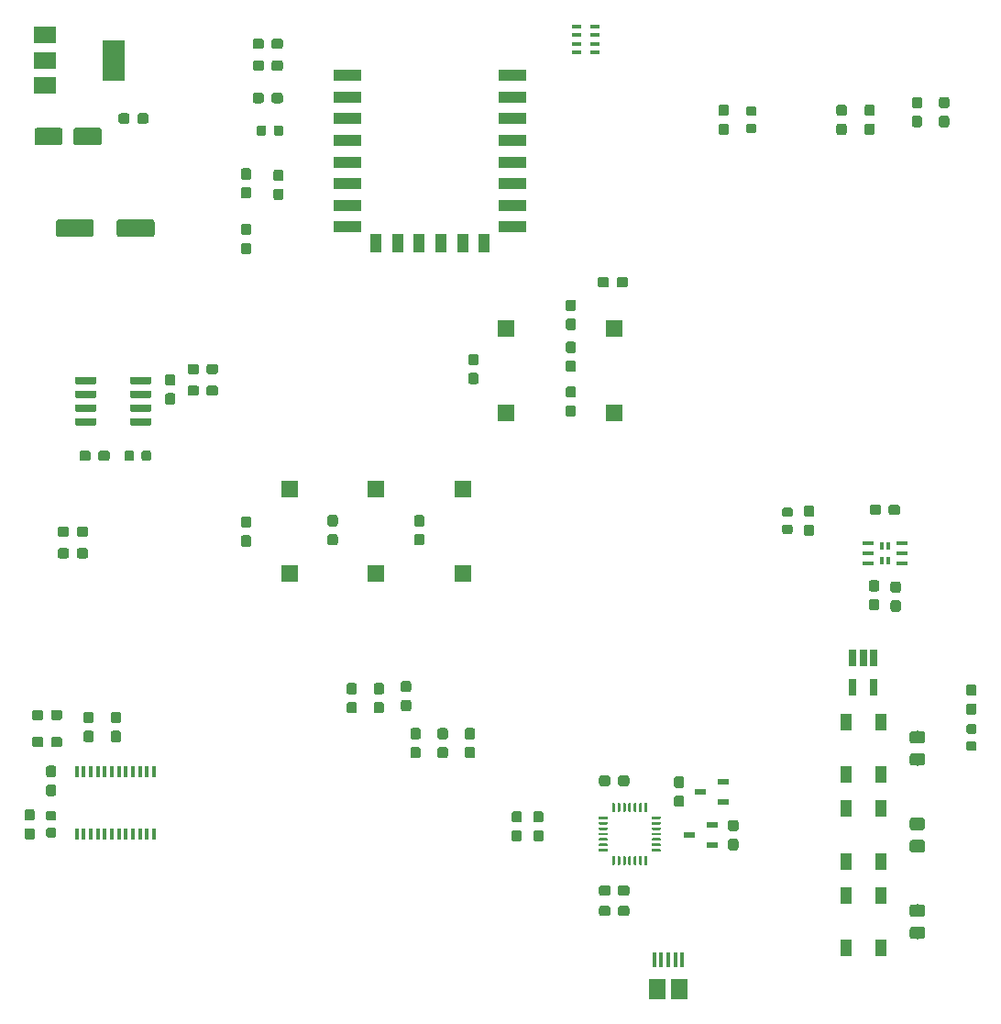
<source format=gbr>
G04 #@! TF.GenerationSoftware,KiCad,Pcbnew,5.1.2-f72e74a~84~ubuntu18.04.1*
G04 #@! TF.CreationDate,2019-06-01T21:14:53+08:00*
G04 #@! TF.ProjectId,esp12-lora-remote-station,65737031-322d-46c6-9f72-612d72656d6f,rev?*
G04 #@! TF.SameCoordinates,Original*
G04 #@! TF.FileFunction,Paste,Top*
G04 #@! TF.FilePolarity,Positive*
%FSLAX46Y46*%
G04 Gerber Fmt 4.6, Leading zero omitted, Abs format (unit mm)*
G04 Created by KiCad (PCBNEW 5.1.2-f72e74a~84~ubuntu18.04.1) date 2019-06-01 21:14:53*
%MOMM*%
%LPD*%
G04 APERTURE LIST*
%ADD10R,1.000000X1.500000*%
%ADD11C,0.100000*%
%ADD12C,0.950000*%
%ADD13R,2.000000X1.500000*%
%ADD14R,2.000000X3.800000*%
%ADD15C,1.600000*%
%ADD16R,2.500000X1.000000*%
%ADD17R,1.000000X1.800000*%
%ADD18C,0.250000*%
%ADD19R,0.650000X1.560000*%
%ADD20R,1.500000X1.900000*%
%ADD21R,0.400000X1.350000*%
%ADD22R,0.400000X1.100000*%
%ADD23R,1.000000X0.450000*%
%ADD24R,0.420000X0.780000*%
%ADD25C,0.650000*%
%ADD26R,1.500000X1.500000*%
%ADD27R,0.900000X0.400000*%
%ADD28R,1.000000X0.600000*%
%ADD29C,0.875000*%
%ADD30C,1.150000*%
G04 APERTURE END LIST*
D10*
X132600000Y-134550000D03*
X129400000Y-134550000D03*
X132600000Y-139450000D03*
X129400000Y-139450000D03*
X132600000Y-126550000D03*
X129400000Y-126550000D03*
X132600000Y-131450000D03*
X129400000Y-131450000D03*
X132600000Y-118550000D03*
X129400000Y-118550000D03*
X132600000Y-123450000D03*
X129400000Y-123450000D03*
D11*
G36*
X94935779Y-119126144D02*
G01*
X94958834Y-119129563D01*
X94981443Y-119135227D01*
X95003387Y-119143079D01*
X95024457Y-119153044D01*
X95044448Y-119165026D01*
X95063168Y-119178910D01*
X95080438Y-119194562D01*
X95096090Y-119211832D01*
X95109974Y-119230552D01*
X95121956Y-119250543D01*
X95131921Y-119271613D01*
X95139773Y-119293557D01*
X95145437Y-119316166D01*
X95148856Y-119339221D01*
X95150000Y-119362500D01*
X95150000Y-119937500D01*
X95148856Y-119960779D01*
X95145437Y-119983834D01*
X95139773Y-120006443D01*
X95131921Y-120028387D01*
X95121956Y-120049457D01*
X95109974Y-120069448D01*
X95096090Y-120088168D01*
X95080438Y-120105438D01*
X95063168Y-120121090D01*
X95044448Y-120134974D01*
X95024457Y-120146956D01*
X95003387Y-120156921D01*
X94981443Y-120164773D01*
X94958834Y-120170437D01*
X94935779Y-120173856D01*
X94912500Y-120175000D01*
X94437500Y-120175000D01*
X94414221Y-120173856D01*
X94391166Y-120170437D01*
X94368557Y-120164773D01*
X94346613Y-120156921D01*
X94325543Y-120146956D01*
X94305552Y-120134974D01*
X94286832Y-120121090D01*
X94269562Y-120105438D01*
X94253910Y-120088168D01*
X94240026Y-120069448D01*
X94228044Y-120049457D01*
X94218079Y-120028387D01*
X94210227Y-120006443D01*
X94204563Y-119983834D01*
X94201144Y-119960779D01*
X94200000Y-119937500D01*
X94200000Y-119362500D01*
X94201144Y-119339221D01*
X94204563Y-119316166D01*
X94210227Y-119293557D01*
X94218079Y-119271613D01*
X94228044Y-119250543D01*
X94240026Y-119230552D01*
X94253910Y-119211832D01*
X94269562Y-119194562D01*
X94286832Y-119178910D01*
X94305552Y-119165026D01*
X94325543Y-119153044D01*
X94346613Y-119143079D01*
X94368557Y-119135227D01*
X94391166Y-119129563D01*
X94414221Y-119126144D01*
X94437500Y-119125000D01*
X94912500Y-119125000D01*
X94935779Y-119126144D01*
X94935779Y-119126144D01*
G37*
D12*
X94675000Y-119650000D03*
D11*
G36*
X94935779Y-120876144D02*
G01*
X94958834Y-120879563D01*
X94981443Y-120885227D01*
X95003387Y-120893079D01*
X95024457Y-120903044D01*
X95044448Y-120915026D01*
X95063168Y-120928910D01*
X95080438Y-120944562D01*
X95096090Y-120961832D01*
X95109974Y-120980552D01*
X95121956Y-121000543D01*
X95131921Y-121021613D01*
X95139773Y-121043557D01*
X95145437Y-121066166D01*
X95148856Y-121089221D01*
X95150000Y-121112500D01*
X95150000Y-121687500D01*
X95148856Y-121710779D01*
X95145437Y-121733834D01*
X95139773Y-121756443D01*
X95131921Y-121778387D01*
X95121956Y-121799457D01*
X95109974Y-121819448D01*
X95096090Y-121838168D01*
X95080438Y-121855438D01*
X95063168Y-121871090D01*
X95044448Y-121884974D01*
X95024457Y-121896956D01*
X95003387Y-121906921D01*
X94981443Y-121914773D01*
X94958834Y-121920437D01*
X94935779Y-121923856D01*
X94912500Y-121925000D01*
X94437500Y-121925000D01*
X94414221Y-121923856D01*
X94391166Y-121920437D01*
X94368557Y-121914773D01*
X94346613Y-121906921D01*
X94325543Y-121896956D01*
X94305552Y-121884974D01*
X94286832Y-121871090D01*
X94269562Y-121855438D01*
X94253910Y-121838168D01*
X94240026Y-121819448D01*
X94228044Y-121799457D01*
X94218079Y-121778387D01*
X94210227Y-121756443D01*
X94204563Y-121733834D01*
X94201144Y-121710779D01*
X94200000Y-121687500D01*
X94200000Y-121112500D01*
X94201144Y-121089221D01*
X94204563Y-121066166D01*
X94210227Y-121043557D01*
X94218079Y-121021613D01*
X94228044Y-121000543D01*
X94240026Y-120980552D01*
X94253910Y-120961832D01*
X94269562Y-120944562D01*
X94286832Y-120928910D01*
X94305552Y-120915026D01*
X94325543Y-120903044D01*
X94346613Y-120893079D01*
X94368557Y-120885227D01*
X94391166Y-120879563D01*
X94414221Y-120876144D01*
X94437500Y-120875000D01*
X94912500Y-120875000D01*
X94935779Y-120876144D01*
X94935779Y-120876144D01*
G37*
D12*
X94675000Y-121400000D03*
D11*
G36*
X89035779Y-114776144D02*
G01*
X89058834Y-114779563D01*
X89081443Y-114785227D01*
X89103387Y-114793079D01*
X89124457Y-114803044D01*
X89144448Y-114815026D01*
X89163168Y-114828910D01*
X89180438Y-114844562D01*
X89196090Y-114861832D01*
X89209974Y-114880552D01*
X89221956Y-114900543D01*
X89231921Y-114921613D01*
X89239773Y-114943557D01*
X89245437Y-114966166D01*
X89248856Y-114989221D01*
X89250000Y-115012500D01*
X89250000Y-115587500D01*
X89248856Y-115610779D01*
X89245437Y-115633834D01*
X89239773Y-115656443D01*
X89231921Y-115678387D01*
X89221956Y-115699457D01*
X89209974Y-115719448D01*
X89196090Y-115738168D01*
X89180438Y-115755438D01*
X89163168Y-115771090D01*
X89144448Y-115784974D01*
X89124457Y-115796956D01*
X89103387Y-115806921D01*
X89081443Y-115814773D01*
X89058834Y-115820437D01*
X89035779Y-115823856D01*
X89012500Y-115825000D01*
X88537500Y-115825000D01*
X88514221Y-115823856D01*
X88491166Y-115820437D01*
X88468557Y-115814773D01*
X88446613Y-115806921D01*
X88425543Y-115796956D01*
X88405552Y-115784974D01*
X88386832Y-115771090D01*
X88369562Y-115755438D01*
X88353910Y-115738168D01*
X88340026Y-115719448D01*
X88328044Y-115699457D01*
X88318079Y-115678387D01*
X88310227Y-115656443D01*
X88304563Y-115633834D01*
X88301144Y-115610779D01*
X88300000Y-115587500D01*
X88300000Y-115012500D01*
X88301144Y-114989221D01*
X88304563Y-114966166D01*
X88310227Y-114943557D01*
X88318079Y-114921613D01*
X88328044Y-114900543D01*
X88340026Y-114880552D01*
X88353910Y-114861832D01*
X88369562Y-114844562D01*
X88386832Y-114828910D01*
X88405552Y-114815026D01*
X88425543Y-114803044D01*
X88446613Y-114793079D01*
X88468557Y-114785227D01*
X88491166Y-114779563D01*
X88514221Y-114776144D01*
X88537500Y-114775000D01*
X89012500Y-114775000D01*
X89035779Y-114776144D01*
X89035779Y-114776144D01*
G37*
D12*
X88775000Y-115300000D03*
D11*
G36*
X89035779Y-116526144D02*
G01*
X89058834Y-116529563D01*
X89081443Y-116535227D01*
X89103387Y-116543079D01*
X89124457Y-116553044D01*
X89144448Y-116565026D01*
X89163168Y-116578910D01*
X89180438Y-116594562D01*
X89196090Y-116611832D01*
X89209974Y-116630552D01*
X89221956Y-116650543D01*
X89231921Y-116671613D01*
X89239773Y-116693557D01*
X89245437Y-116716166D01*
X89248856Y-116739221D01*
X89250000Y-116762500D01*
X89250000Y-117337500D01*
X89248856Y-117360779D01*
X89245437Y-117383834D01*
X89239773Y-117406443D01*
X89231921Y-117428387D01*
X89221956Y-117449457D01*
X89209974Y-117469448D01*
X89196090Y-117488168D01*
X89180438Y-117505438D01*
X89163168Y-117521090D01*
X89144448Y-117534974D01*
X89124457Y-117546956D01*
X89103387Y-117556921D01*
X89081443Y-117564773D01*
X89058834Y-117570437D01*
X89035779Y-117573856D01*
X89012500Y-117575000D01*
X88537500Y-117575000D01*
X88514221Y-117573856D01*
X88491166Y-117570437D01*
X88468557Y-117564773D01*
X88446613Y-117556921D01*
X88425543Y-117546956D01*
X88405552Y-117534974D01*
X88386832Y-117521090D01*
X88369562Y-117505438D01*
X88353910Y-117488168D01*
X88340026Y-117469448D01*
X88328044Y-117449457D01*
X88318079Y-117428387D01*
X88310227Y-117406443D01*
X88304563Y-117383834D01*
X88301144Y-117360779D01*
X88300000Y-117337500D01*
X88300000Y-116762500D01*
X88301144Y-116739221D01*
X88304563Y-116716166D01*
X88310227Y-116693557D01*
X88318079Y-116671613D01*
X88328044Y-116650543D01*
X88340026Y-116630552D01*
X88353910Y-116611832D01*
X88369562Y-116594562D01*
X88386832Y-116578910D01*
X88405552Y-116565026D01*
X88425543Y-116553044D01*
X88446613Y-116543079D01*
X88468557Y-116535227D01*
X88491166Y-116529563D01*
X88514221Y-116526144D01*
X88537500Y-116525000D01*
X89012500Y-116525000D01*
X89035779Y-116526144D01*
X89035779Y-116526144D01*
G37*
D12*
X88775000Y-117050000D03*
D11*
G36*
X86525779Y-114976144D02*
G01*
X86548834Y-114979563D01*
X86571443Y-114985227D01*
X86593387Y-114993079D01*
X86614457Y-115003044D01*
X86634448Y-115015026D01*
X86653168Y-115028910D01*
X86670438Y-115044562D01*
X86686090Y-115061832D01*
X86699974Y-115080552D01*
X86711956Y-115100543D01*
X86721921Y-115121613D01*
X86729773Y-115143557D01*
X86735437Y-115166166D01*
X86738856Y-115189221D01*
X86740000Y-115212500D01*
X86740000Y-115787500D01*
X86738856Y-115810779D01*
X86735437Y-115833834D01*
X86729773Y-115856443D01*
X86721921Y-115878387D01*
X86711956Y-115899457D01*
X86699974Y-115919448D01*
X86686090Y-115938168D01*
X86670438Y-115955438D01*
X86653168Y-115971090D01*
X86634448Y-115984974D01*
X86614457Y-115996956D01*
X86593387Y-116006921D01*
X86571443Y-116014773D01*
X86548834Y-116020437D01*
X86525779Y-116023856D01*
X86502500Y-116025000D01*
X86027500Y-116025000D01*
X86004221Y-116023856D01*
X85981166Y-116020437D01*
X85958557Y-116014773D01*
X85936613Y-116006921D01*
X85915543Y-115996956D01*
X85895552Y-115984974D01*
X85876832Y-115971090D01*
X85859562Y-115955438D01*
X85843910Y-115938168D01*
X85830026Y-115919448D01*
X85818044Y-115899457D01*
X85808079Y-115878387D01*
X85800227Y-115856443D01*
X85794563Y-115833834D01*
X85791144Y-115810779D01*
X85790000Y-115787500D01*
X85790000Y-115212500D01*
X85791144Y-115189221D01*
X85794563Y-115166166D01*
X85800227Y-115143557D01*
X85808079Y-115121613D01*
X85818044Y-115100543D01*
X85830026Y-115080552D01*
X85843910Y-115061832D01*
X85859562Y-115044562D01*
X85876832Y-115028910D01*
X85895552Y-115015026D01*
X85915543Y-115003044D01*
X85936613Y-114993079D01*
X85958557Y-114985227D01*
X85981166Y-114979563D01*
X86004221Y-114976144D01*
X86027500Y-114975000D01*
X86502500Y-114975000D01*
X86525779Y-114976144D01*
X86525779Y-114976144D01*
G37*
D12*
X86265000Y-115500000D03*
D11*
G36*
X86525779Y-116726144D02*
G01*
X86548834Y-116729563D01*
X86571443Y-116735227D01*
X86593387Y-116743079D01*
X86614457Y-116753044D01*
X86634448Y-116765026D01*
X86653168Y-116778910D01*
X86670438Y-116794562D01*
X86686090Y-116811832D01*
X86699974Y-116830552D01*
X86711956Y-116850543D01*
X86721921Y-116871613D01*
X86729773Y-116893557D01*
X86735437Y-116916166D01*
X86738856Y-116939221D01*
X86740000Y-116962500D01*
X86740000Y-117537500D01*
X86738856Y-117560779D01*
X86735437Y-117583834D01*
X86729773Y-117606443D01*
X86721921Y-117628387D01*
X86711956Y-117649457D01*
X86699974Y-117669448D01*
X86686090Y-117688168D01*
X86670438Y-117705438D01*
X86653168Y-117721090D01*
X86634448Y-117734974D01*
X86614457Y-117746956D01*
X86593387Y-117756921D01*
X86571443Y-117764773D01*
X86548834Y-117770437D01*
X86525779Y-117773856D01*
X86502500Y-117775000D01*
X86027500Y-117775000D01*
X86004221Y-117773856D01*
X85981166Y-117770437D01*
X85958557Y-117764773D01*
X85936613Y-117756921D01*
X85915543Y-117746956D01*
X85895552Y-117734974D01*
X85876832Y-117721090D01*
X85859562Y-117705438D01*
X85843910Y-117688168D01*
X85830026Y-117669448D01*
X85818044Y-117649457D01*
X85808079Y-117628387D01*
X85800227Y-117606443D01*
X85794563Y-117583834D01*
X85791144Y-117560779D01*
X85790000Y-117537500D01*
X85790000Y-116962500D01*
X85791144Y-116939221D01*
X85794563Y-116916166D01*
X85800227Y-116893557D01*
X85808079Y-116871613D01*
X85818044Y-116850543D01*
X85830026Y-116830552D01*
X85843910Y-116811832D01*
X85859562Y-116794562D01*
X85876832Y-116778910D01*
X85895552Y-116765026D01*
X85915543Y-116753044D01*
X85936613Y-116743079D01*
X85958557Y-116735227D01*
X85981166Y-116729563D01*
X86004221Y-116726144D01*
X86027500Y-116725000D01*
X86502500Y-116725000D01*
X86525779Y-116726144D01*
X86525779Y-116726144D01*
G37*
D12*
X86265000Y-117250000D03*
D11*
G36*
X92425779Y-119126144D02*
G01*
X92448834Y-119129563D01*
X92471443Y-119135227D01*
X92493387Y-119143079D01*
X92514457Y-119153044D01*
X92534448Y-119165026D01*
X92553168Y-119178910D01*
X92570438Y-119194562D01*
X92586090Y-119211832D01*
X92599974Y-119230552D01*
X92611956Y-119250543D01*
X92621921Y-119271613D01*
X92629773Y-119293557D01*
X92635437Y-119316166D01*
X92638856Y-119339221D01*
X92640000Y-119362500D01*
X92640000Y-119937500D01*
X92638856Y-119960779D01*
X92635437Y-119983834D01*
X92629773Y-120006443D01*
X92621921Y-120028387D01*
X92611956Y-120049457D01*
X92599974Y-120069448D01*
X92586090Y-120088168D01*
X92570438Y-120105438D01*
X92553168Y-120121090D01*
X92534448Y-120134974D01*
X92514457Y-120146956D01*
X92493387Y-120156921D01*
X92471443Y-120164773D01*
X92448834Y-120170437D01*
X92425779Y-120173856D01*
X92402500Y-120175000D01*
X91927500Y-120175000D01*
X91904221Y-120173856D01*
X91881166Y-120170437D01*
X91858557Y-120164773D01*
X91836613Y-120156921D01*
X91815543Y-120146956D01*
X91795552Y-120134974D01*
X91776832Y-120121090D01*
X91759562Y-120105438D01*
X91743910Y-120088168D01*
X91730026Y-120069448D01*
X91718044Y-120049457D01*
X91708079Y-120028387D01*
X91700227Y-120006443D01*
X91694563Y-119983834D01*
X91691144Y-119960779D01*
X91690000Y-119937500D01*
X91690000Y-119362500D01*
X91691144Y-119339221D01*
X91694563Y-119316166D01*
X91700227Y-119293557D01*
X91708079Y-119271613D01*
X91718044Y-119250543D01*
X91730026Y-119230552D01*
X91743910Y-119211832D01*
X91759562Y-119194562D01*
X91776832Y-119178910D01*
X91795552Y-119165026D01*
X91815543Y-119153044D01*
X91836613Y-119143079D01*
X91858557Y-119135227D01*
X91881166Y-119129563D01*
X91904221Y-119126144D01*
X91927500Y-119125000D01*
X92402500Y-119125000D01*
X92425779Y-119126144D01*
X92425779Y-119126144D01*
G37*
D12*
X92165000Y-119650000D03*
D11*
G36*
X92425779Y-120876144D02*
G01*
X92448834Y-120879563D01*
X92471443Y-120885227D01*
X92493387Y-120893079D01*
X92514457Y-120903044D01*
X92534448Y-120915026D01*
X92553168Y-120928910D01*
X92570438Y-120944562D01*
X92586090Y-120961832D01*
X92599974Y-120980552D01*
X92611956Y-121000543D01*
X92621921Y-121021613D01*
X92629773Y-121043557D01*
X92635437Y-121066166D01*
X92638856Y-121089221D01*
X92640000Y-121112500D01*
X92640000Y-121687500D01*
X92638856Y-121710779D01*
X92635437Y-121733834D01*
X92629773Y-121756443D01*
X92621921Y-121778387D01*
X92611956Y-121799457D01*
X92599974Y-121819448D01*
X92586090Y-121838168D01*
X92570438Y-121855438D01*
X92553168Y-121871090D01*
X92534448Y-121884974D01*
X92514457Y-121896956D01*
X92493387Y-121906921D01*
X92471443Y-121914773D01*
X92448834Y-121920437D01*
X92425779Y-121923856D01*
X92402500Y-121925000D01*
X91927500Y-121925000D01*
X91904221Y-121923856D01*
X91881166Y-121920437D01*
X91858557Y-121914773D01*
X91836613Y-121906921D01*
X91815543Y-121896956D01*
X91795552Y-121884974D01*
X91776832Y-121871090D01*
X91759562Y-121855438D01*
X91743910Y-121838168D01*
X91730026Y-121819448D01*
X91718044Y-121799457D01*
X91708079Y-121778387D01*
X91700227Y-121756443D01*
X91694563Y-121733834D01*
X91691144Y-121710779D01*
X91690000Y-121687500D01*
X91690000Y-121112500D01*
X91691144Y-121089221D01*
X91694563Y-121066166D01*
X91700227Y-121043557D01*
X91708079Y-121021613D01*
X91718044Y-121000543D01*
X91730026Y-120980552D01*
X91743910Y-120961832D01*
X91759562Y-120944562D01*
X91776832Y-120928910D01*
X91795552Y-120915026D01*
X91815543Y-120903044D01*
X91836613Y-120893079D01*
X91858557Y-120885227D01*
X91881166Y-120879563D01*
X91904221Y-120876144D01*
X91927500Y-120875000D01*
X92402500Y-120875000D01*
X92425779Y-120876144D01*
X92425779Y-120876144D01*
G37*
D12*
X92165000Y-121400000D03*
D11*
G36*
X84015779Y-114976144D02*
G01*
X84038834Y-114979563D01*
X84061443Y-114985227D01*
X84083387Y-114993079D01*
X84104457Y-115003044D01*
X84124448Y-115015026D01*
X84143168Y-115028910D01*
X84160438Y-115044562D01*
X84176090Y-115061832D01*
X84189974Y-115080552D01*
X84201956Y-115100543D01*
X84211921Y-115121613D01*
X84219773Y-115143557D01*
X84225437Y-115166166D01*
X84228856Y-115189221D01*
X84230000Y-115212500D01*
X84230000Y-115787500D01*
X84228856Y-115810779D01*
X84225437Y-115833834D01*
X84219773Y-115856443D01*
X84211921Y-115878387D01*
X84201956Y-115899457D01*
X84189974Y-115919448D01*
X84176090Y-115938168D01*
X84160438Y-115955438D01*
X84143168Y-115971090D01*
X84124448Y-115984974D01*
X84104457Y-115996956D01*
X84083387Y-116006921D01*
X84061443Y-116014773D01*
X84038834Y-116020437D01*
X84015779Y-116023856D01*
X83992500Y-116025000D01*
X83517500Y-116025000D01*
X83494221Y-116023856D01*
X83471166Y-116020437D01*
X83448557Y-116014773D01*
X83426613Y-116006921D01*
X83405543Y-115996956D01*
X83385552Y-115984974D01*
X83366832Y-115971090D01*
X83349562Y-115955438D01*
X83333910Y-115938168D01*
X83320026Y-115919448D01*
X83308044Y-115899457D01*
X83298079Y-115878387D01*
X83290227Y-115856443D01*
X83284563Y-115833834D01*
X83281144Y-115810779D01*
X83280000Y-115787500D01*
X83280000Y-115212500D01*
X83281144Y-115189221D01*
X83284563Y-115166166D01*
X83290227Y-115143557D01*
X83298079Y-115121613D01*
X83308044Y-115100543D01*
X83320026Y-115080552D01*
X83333910Y-115061832D01*
X83349562Y-115044562D01*
X83366832Y-115028910D01*
X83385552Y-115015026D01*
X83405543Y-115003044D01*
X83426613Y-114993079D01*
X83448557Y-114985227D01*
X83471166Y-114979563D01*
X83494221Y-114976144D01*
X83517500Y-114975000D01*
X83992500Y-114975000D01*
X84015779Y-114976144D01*
X84015779Y-114976144D01*
G37*
D12*
X83755000Y-115500000D03*
D11*
G36*
X84015779Y-116726144D02*
G01*
X84038834Y-116729563D01*
X84061443Y-116735227D01*
X84083387Y-116743079D01*
X84104457Y-116753044D01*
X84124448Y-116765026D01*
X84143168Y-116778910D01*
X84160438Y-116794562D01*
X84176090Y-116811832D01*
X84189974Y-116830552D01*
X84201956Y-116850543D01*
X84211921Y-116871613D01*
X84219773Y-116893557D01*
X84225437Y-116916166D01*
X84228856Y-116939221D01*
X84230000Y-116962500D01*
X84230000Y-117537500D01*
X84228856Y-117560779D01*
X84225437Y-117583834D01*
X84219773Y-117606443D01*
X84211921Y-117628387D01*
X84201956Y-117649457D01*
X84189974Y-117669448D01*
X84176090Y-117688168D01*
X84160438Y-117705438D01*
X84143168Y-117721090D01*
X84124448Y-117734974D01*
X84104457Y-117746956D01*
X84083387Y-117756921D01*
X84061443Y-117764773D01*
X84038834Y-117770437D01*
X84015779Y-117773856D01*
X83992500Y-117775000D01*
X83517500Y-117775000D01*
X83494221Y-117773856D01*
X83471166Y-117770437D01*
X83448557Y-117764773D01*
X83426613Y-117756921D01*
X83405543Y-117746956D01*
X83385552Y-117734974D01*
X83366832Y-117721090D01*
X83349562Y-117705438D01*
X83333910Y-117688168D01*
X83320026Y-117669448D01*
X83308044Y-117649457D01*
X83298079Y-117628387D01*
X83290227Y-117606443D01*
X83284563Y-117583834D01*
X83281144Y-117560779D01*
X83280000Y-117537500D01*
X83280000Y-116962500D01*
X83281144Y-116939221D01*
X83284563Y-116916166D01*
X83290227Y-116893557D01*
X83298079Y-116871613D01*
X83308044Y-116850543D01*
X83320026Y-116830552D01*
X83333910Y-116811832D01*
X83349562Y-116794562D01*
X83366832Y-116778910D01*
X83385552Y-116765026D01*
X83405543Y-116753044D01*
X83426613Y-116743079D01*
X83448557Y-116735227D01*
X83471166Y-116729563D01*
X83494221Y-116726144D01*
X83517500Y-116725000D01*
X83992500Y-116725000D01*
X84015779Y-116726144D01*
X84015779Y-116726144D01*
G37*
D12*
X83755000Y-117250000D03*
D11*
G36*
X89915779Y-119126144D02*
G01*
X89938834Y-119129563D01*
X89961443Y-119135227D01*
X89983387Y-119143079D01*
X90004457Y-119153044D01*
X90024448Y-119165026D01*
X90043168Y-119178910D01*
X90060438Y-119194562D01*
X90076090Y-119211832D01*
X90089974Y-119230552D01*
X90101956Y-119250543D01*
X90111921Y-119271613D01*
X90119773Y-119293557D01*
X90125437Y-119316166D01*
X90128856Y-119339221D01*
X90130000Y-119362500D01*
X90130000Y-119937500D01*
X90128856Y-119960779D01*
X90125437Y-119983834D01*
X90119773Y-120006443D01*
X90111921Y-120028387D01*
X90101956Y-120049457D01*
X90089974Y-120069448D01*
X90076090Y-120088168D01*
X90060438Y-120105438D01*
X90043168Y-120121090D01*
X90024448Y-120134974D01*
X90004457Y-120146956D01*
X89983387Y-120156921D01*
X89961443Y-120164773D01*
X89938834Y-120170437D01*
X89915779Y-120173856D01*
X89892500Y-120175000D01*
X89417500Y-120175000D01*
X89394221Y-120173856D01*
X89371166Y-120170437D01*
X89348557Y-120164773D01*
X89326613Y-120156921D01*
X89305543Y-120146956D01*
X89285552Y-120134974D01*
X89266832Y-120121090D01*
X89249562Y-120105438D01*
X89233910Y-120088168D01*
X89220026Y-120069448D01*
X89208044Y-120049457D01*
X89198079Y-120028387D01*
X89190227Y-120006443D01*
X89184563Y-119983834D01*
X89181144Y-119960779D01*
X89180000Y-119937500D01*
X89180000Y-119362500D01*
X89181144Y-119339221D01*
X89184563Y-119316166D01*
X89190227Y-119293557D01*
X89198079Y-119271613D01*
X89208044Y-119250543D01*
X89220026Y-119230552D01*
X89233910Y-119211832D01*
X89249562Y-119194562D01*
X89266832Y-119178910D01*
X89285552Y-119165026D01*
X89305543Y-119153044D01*
X89326613Y-119143079D01*
X89348557Y-119135227D01*
X89371166Y-119129563D01*
X89394221Y-119126144D01*
X89417500Y-119125000D01*
X89892500Y-119125000D01*
X89915779Y-119126144D01*
X89915779Y-119126144D01*
G37*
D12*
X89655000Y-119650000D03*
D11*
G36*
X89915779Y-120876144D02*
G01*
X89938834Y-120879563D01*
X89961443Y-120885227D01*
X89983387Y-120893079D01*
X90004457Y-120903044D01*
X90024448Y-120915026D01*
X90043168Y-120928910D01*
X90060438Y-120944562D01*
X90076090Y-120961832D01*
X90089974Y-120980552D01*
X90101956Y-121000543D01*
X90111921Y-121021613D01*
X90119773Y-121043557D01*
X90125437Y-121066166D01*
X90128856Y-121089221D01*
X90130000Y-121112500D01*
X90130000Y-121687500D01*
X90128856Y-121710779D01*
X90125437Y-121733834D01*
X90119773Y-121756443D01*
X90111921Y-121778387D01*
X90101956Y-121799457D01*
X90089974Y-121819448D01*
X90076090Y-121838168D01*
X90060438Y-121855438D01*
X90043168Y-121871090D01*
X90024448Y-121884974D01*
X90004457Y-121896956D01*
X89983387Y-121906921D01*
X89961443Y-121914773D01*
X89938834Y-121920437D01*
X89915779Y-121923856D01*
X89892500Y-121925000D01*
X89417500Y-121925000D01*
X89394221Y-121923856D01*
X89371166Y-121920437D01*
X89348557Y-121914773D01*
X89326613Y-121906921D01*
X89305543Y-121896956D01*
X89285552Y-121884974D01*
X89266832Y-121871090D01*
X89249562Y-121855438D01*
X89233910Y-121838168D01*
X89220026Y-121819448D01*
X89208044Y-121799457D01*
X89198079Y-121778387D01*
X89190227Y-121756443D01*
X89184563Y-121733834D01*
X89181144Y-121710779D01*
X89180000Y-121687500D01*
X89180000Y-121112500D01*
X89181144Y-121089221D01*
X89184563Y-121066166D01*
X89190227Y-121043557D01*
X89198079Y-121021613D01*
X89208044Y-121000543D01*
X89220026Y-120980552D01*
X89233910Y-120961832D01*
X89249562Y-120944562D01*
X89266832Y-120928910D01*
X89285552Y-120915026D01*
X89305543Y-120903044D01*
X89326613Y-120893079D01*
X89348557Y-120885227D01*
X89371166Y-120879563D01*
X89394221Y-120876144D01*
X89417500Y-120875000D01*
X89892500Y-120875000D01*
X89915779Y-120876144D01*
X89915779Y-120876144D01*
G37*
D12*
X89655000Y-121400000D03*
D13*
X55450000Y-55200000D03*
X55450000Y-59800000D03*
X55450000Y-57500000D03*
D14*
X61750000Y-57500000D03*
D11*
G36*
X64785779Y-62406144D02*
G01*
X64808834Y-62409563D01*
X64831443Y-62415227D01*
X64853387Y-62423079D01*
X64874457Y-62433044D01*
X64894448Y-62445026D01*
X64913168Y-62458910D01*
X64930438Y-62474562D01*
X64946090Y-62491832D01*
X64959974Y-62510552D01*
X64971956Y-62530543D01*
X64981921Y-62551613D01*
X64989773Y-62573557D01*
X64995437Y-62596166D01*
X64998856Y-62619221D01*
X65000000Y-62642500D01*
X65000000Y-63117500D01*
X64998856Y-63140779D01*
X64995437Y-63163834D01*
X64989773Y-63186443D01*
X64981921Y-63208387D01*
X64971956Y-63229457D01*
X64959974Y-63249448D01*
X64946090Y-63268168D01*
X64930438Y-63285438D01*
X64913168Y-63301090D01*
X64894448Y-63314974D01*
X64874457Y-63326956D01*
X64853387Y-63336921D01*
X64831443Y-63344773D01*
X64808834Y-63350437D01*
X64785779Y-63353856D01*
X64762500Y-63355000D01*
X64187500Y-63355000D01*
X64164221Y-63353856D01*
X64141166Y-63350437D01*
X64118557Y-63344773D01*
X64096613Y-63336921D01*
X64075543Y-63326956D01*
X64055552Y-63314974D01*
X64036832Y-63301090D01*
X64019562Y-63285438D01*
X64003910Y-63268168D01*
X63990026Y-63249448D01*
X63978044Y-63229457D01*
X63968079Y-63208387D01*
X63960227Y-63186443D01*
X63954563Y-63163834D01*
X63951144Y-63140779D01*
X63950000Y-63117500D01*
X63950000Y-62642500D01*
X63951144Y-62619221D01*
X63954563Y-62596166D01*
X63960227Y-62573557D01*
X63968079Y-62551613D01*
X63978044Y-62530543D01*
X63990026Y-62510552D01*
X64003910Y-62491832D01*
X64019562Y-62474562D01*
X64036832Y-62458910D01*
X64055552Y-62445026D01*
X64075543Y-62433044D01*
X64096613Y-62423079D01*
X64118557Y-62415227D01*
X64141166Y-62409563D01*
X64164221Y-62406144D01*
X64187500Y-62405000D01*
X64762500Y-62405000D01*
X64785779Y-62406144D01*
X64785779Y-62406144D01*
G37*
D12*
X64475000Y-62880000D03*
D11*
G36*
X63035779Y-62406144D02*
G01*
X63058834Y-62409563D01*
X63081443Y-62415227D01*
X63103387Y-62423079D01*
X63124457Y-62433044D01*
X63144448Y-62445026D01*
X63163168Y-62458910D01*
X63180438Y-62474562D01*
X63196090Y-62491832D01*
X63209974Y-62510552D01*
X63221956Y-62530543D01*
X63231921Y-62551613D01*
X63239773Y-62573557D01*
X63245437Y-62596166D01*
X63248856Y-62619221D01*
X63250000Y-62642500D01*
X63250000Y-63117500D01*
X63248856Y-63140779D01*
X63245437Y-63163834D01*
X63239773Y-63186443D01*
X63231921Y-63208387D01*
X63221956Y-63229457D01*
X63209974Y-63249448D01*
X63196090Y-63268168D01*
X63180438Y-63285438D01*
X63163168Y-63301090D01*
X63144448Y-63314974D01*
X63124457Y-63326956D01*
X63103387Y-63336921D01*
X63081443Y-63344773D01*
X63058834Y-63350437D01*
X63035779Y-63353856D01*
X63012500Y-63355000D01*
X62437500Y-63355000D01*
X62414221Y-63353856D01*
X62391166Y-63350437D01*
X62368557Y-63344773D01*
X62346613Y-63336921D01*
X62325543Y-63326956D01*
X62305552Y-63314974D01*
X62286832Y-63301090D01*
X62269562Y-63285438D01*
X62253910Y-63268168D01*
X62240026Y-63249448D01*
X62228044Y-63229457D01*
X62218079Y-63208387D01*
X62210227Y-63186443D01*
X62204563Y-63163834D01*
X62201144Y-63140779D01*
X62200000Y-63117500D01*
X62200000Y-62642500D01*
X62201144Y-62619221D01*
X62204563Y-62596166D01*
X62210227Y-62573557D01*
X62218079Y-62551613D01*
X62228044Y-62530543D01*
X62240026Y-62510552D01*
X62253910Y-62491832D01*
X62269562Y-62474562D01*
X62286832Y-62458910D01*
X62305552Y-62445026D01*
X62325543Y-62433044D01*
X62346613Y-62423079D01*
X62368557Y-62415227D01*
X62391166Y-62409563D01*
X62414221Y-62406144D01*
X62437500Y-62405000D01*
X63012500Y-62405000D01*
X63035779Y-62406144D01*
X63035779Y-62406144D01*
G37*
D12*
X62725000Y-62880000D03*
D11*
G36*
X60424504Y-63751204D02*
G01*
X60448773Y-63754804D01*
X60472571Y-63760765D01*
X60495671Y-63769030D01*
X60517849Y-63779520D01*
X60538893Y-63792133D01*
X60558598Y-63806747D01*
X60576777Y-63823223D01*
X60593253Y-63841402D01*
X60607867Y-63861107D01*
X60620480Y-63882151D01*
X60630970Y-63904329D01*
X60639235Y-63927429D01*
X60645196Y-63951227D01*
X60648796Y-63975496D01*
X60650000Y-64000000D01*
X60650000Y-65100000D01*
X60648796Y-65124504D01*
X60645196Y-65148773D01*
X60639235Y-65172571D01*
X60630970Y-65195671D01*
X60620480Y-65217849D01*
X60607867Y-65238893D01*
X60593253Y-65258598D01*
X60576777Y-65276777D01*
X60558598Y-65293253D01*
X60538893Y-65307867D01*
X60517849Y-65320480D01*
X60495671Y-65330970D01*
X60472571Y-65339235D01*
X60448773Y-65345196D01*
X60424504Y-65348796D01*
X60400000Y-65350000D01*
X58300000Y-65350000D01*
X58275496Y-65348796D01*
X58251227Y-65345196D01*
X58227429Y-65339235D01*
X58204329Y-65330970D01*
X58182151Y-65320480D01*
X58161107Y-65307867D01*
X58141402Y-65293253D01*
X58123223Y-65276777D01*
X58106747Y-65258598D01*
X58092133Y-65238893D01*
X58079520Y-65217849D01*
X58069030Y-65195671D01*
X58060765Y-65172571D01*
X58054804Y-65148773D01*
X58051204Y-65124504D01*
X58050000Y-65100000D01*
X58050000Y-64000000D01*
X58051204Y-63975496D01*
X58054804Y-63951227D01*
X58060765Y-63927429D01*
X58069030Y-63904329D01*
X58079520Y-63882151D01*
X58092133Y-63861107D01*
X58106747Y-63841402D01*
X58123223Y-63823223D01*
X58141402Y-63806747D01*
X58161107Y-63792133D01*
X58182151Y-63779520D01*
X58204329Y-63769030D01*
X58227429Y-63760765D01*
X58251227Y-63754804D01*
X58275496Y-63751204D01*
X58300000Y-63750000D01*
X60400000Y-63750000D01*
X60424504Y-63751204D01*
X60424504Y-63751204D01*
G37*
D15*
X59350000Y-64550000D03*
D11*
G36*
X56824504Y-63751204D02*
G01*
X56848773Y-63754804D01*
X56872571Y-63760765D01*
X56895671Y-63769030D01*
X56917849Y-63779520D01*
X56938893Y-63792133D01*
X56958598Y-63806747D01*
X56976777Y-63823223D01*
X56993253Y-63841402D01*
X57007867Y-63861107D01*
X57020480Y-63882151D01*
X57030970Y-63904329D01*
X57039235Y-63927429D01*
X57045196Y-63951227D01*
X57048796Y-63975496D01*
X57050000Y-64000000D01*
X57050000Y-65100000D01*
X57048796Y-65124504D01*
X57045196Y-65148773D01*
X57039235Y-65172571D01*
X57030970Y-65195671D01*
X57020480Y-65217849D01*
X57007867Y-65238893D01*
X56993253Y-65258598D01*
X56976777Y-65276777D01*
X56958598Y-65293253D01*
X56938893Y-65307867D01*
X56917849Y-65320480D01*
X56895671Y-65330970D01*
X56872571Y-65339235D01*
X56848773Y-65345196D01*
X56824504Y-65348796D01*
X56800000Y-65350000D01*
X54700000Y-65350000D01*
X54675496Y-65348796D01*
X54651227Y-65345196D01*
X54627429Y-65339235D01*
X54604329Y-65330970D01*
X54582151Y-65320480D01*
X54561107Y-65307867D01*
X54541402Y-65293253D01*
X54523223Y-65276777D01*
X54506747Y-65258598D01*
X54492133Y-65238893D01*
X54479520Y-65217849D01*
X54469030Y-65195671D01*
X54460765Y-65172571D01*
X54454804Y-65148773D01*
X54451204Y-65124504D01*
X54450000Y-65100000D01*
X54450000Y-64000000D01*
X54451204Y-63975496D01*
X54454804Y-63951227D01*
X54460765Y-63927429D01*
X54469030Y-63904329D01*
X54479520Y-63882151D01*
X54492133Y-63861107D01*
X54506747Y-63841402D01*
X54523223Y-63823223D01*
X54541402Y-63806747D01*
X54561107Y-63792133D01*
X54582151Y-63779520D01*
X54604329Y-63769030D01*
X54627429Y-63760765D01*
X54651227Y-63754804D01*
X54675496Y-63751204D01*
X54700000Y-63750000D01*
X56800000Y-63750000D01*
X56824504Y-63751204D01*
X56824504Y-63751204D01*
G37*
D15*
X55750000Y-64550000D03*
D16*
X83400000Y-58900000D03*
X83400000Y-60900000D03*
X83400000Y-62900000D03*
X83400000Y-64900000D03*
X83400000Y-66900000D03*
X83400000Y-68900000D03*
X83400000Y-70900000D03*
X83400000Y-72900000D03*
D17*
X86000000Y-74400000D03*
X88000000Y-74400000D03*
X90000000Y-74400000D03*
X92000000Y-74400000D03*
X94000000Y-74400000D03*
X96000000Y-74400000D03*
D16*
X98600000Y-72900000D03*
X98600000Y-70900000D03*
X98600000Y-68900000D03*
X98600000Y-66900000D03*
X98600000Y-64900000D03*
X98600000Y-62900000D03*
X98600000Y-60900000D03*
X98600000Y-58900000D03*
D11*
G36*
X107327626Y-127285301D02*
G01*
X107333693Y-127286201D01*
X107339643Y-127287691D01*
X107345418Y-127289758D01*
X107350962Y-127292380D01*
X107356223Y-127295533D01*
X107361150Y-127299187D01*
X107365694Y-127303306D01*
X107369813Y-127307850D01*
X107373467Y-127312777D01*
X107376620Y-127318038D01*
X107379242Y-127323582D01*
X107381309Y-127329357D01*
X107382799Y-127335307D01*
X107383699Y-127341374D01*
X107384000Y-127347500D01*
X107384000Y-127472500D01*
X107383699Y-127478626D01*
X107382799Y-127484693D01*
X107381309Y-127490643D01*
X107379242Y-127496418D01*
X107376620Y-127501962D01*
X107373467Y-127507223D01*
X107369813Y-127512150D01*
X107365694Y-127516694D01*
X107361150Y-127520813D01*
X107356223Y-127524467D01*
X107350962Y-127527620D01*
X107345418Y-127530242D01*
X107339643Y-127532309D01*
X107333693Y-127533799D01*
X107327626Y-127534699D01*
X107321500Y-127535000D01*
X106646500Y-127535000D01*
X106640374Y-127534699D01*
X106634307Y-127533799D01*
X106628357Y-127532309D01*
X106622582Y-127530242D01*
X106617038Y-127527620D01*
X106611777Y-127524467D01*
X106606850Y-127520813D01*
X106602306Y-127516694D01*
X106598187Y-127512150D01*
X106594533Y-127507223D01*
X106591380Y-127501962D01*
X106588758Y-127496418D01*
X106586691Y-127490643D01*
X106585201Y-127484693D01*
X106584301Y-127478626D01*
X106584000Y-127472500D01*
X106584000Y-127347500D01*
X106584301Y-127341374D01*
X106585201Y-127335307D01*
X106586691Y-127329357D01*
X106588758Y-127323582D01*
X106591380Y-127318038D01*
X106594533Y-127312777D01*
X106598187Y-127307850D01*
X106602306Y-127303306D01*
X106606850Y-127299187D01*
X106611777Y-127295533D01*
X106617038Y-127292380D01*
X106622582Y-127289758D01*
X106628357Y-127287691D01*
X106634307Y-127286201D01*
X106640374Y-127285301D01*
X106646500Y-127285000D01*
X107321500Y-127285000D01*
X107327626Y-127285301D01*
X107327626Y-127285301D01*
G37*
D18*
X106984000Y-127410000D03*
D11*
G36*
X107327626Y-127785301D02*
G01*
X107333693Y-127786201D01*
X107339643Y-127787691D01*
X107345418Y-127789758D01*
X107350962Y-127792380D01*
X107356223Y-127795533D01*
X107361150Y-127799187D01*
X107365694Y-127803306D01*
X107369813Y-127807850D01*
X107373467Y-127812777D01*
X107376620Y-127818038D01*
X107379242Y-127823582D01*
X107381309Y-127829357D01*
X107382799Y-127835307D01*
X107383699Y-127841374D01*
X107384000Y-127847500D01*
X107384000Y-127972500D01*
X107383699Y-127978626D01*
X107382799Y-127984693D01*
X107381309Y-127990643D01*
X107379242Y-127996418D01*
X107376620Y-128001962D01*
X107373467Y-128007223D01*
X107369813Y-128012150D01*
X107365694Y-128016694D01*
X107361150Y-128020813D01*
X107356223Y-128024467D01*
X107350962Y-128027620D01*
X107345418Y-128030242D01*
X107339643Y-128032309D01*
X107333693Y-128033799D01*
X107327626Y-128034699D01*
X107321500Y-128035000D01*
X106646500Y-128035000D01*
X106640374Y-128034699D01*
X106634307Y-128033799D01*
X106628357Y-128032309D01*
X106622582Y-128030242D01*
X106617038Y-128027620D01*
X106611777Y-128024467D01*
X106606850Y-128020813D01*
X106602306Y-128016694D01*
X106598187Y-128012150D01*
X106594533Y-128007223D01*
X106591380Y-128001962D01*
X106588758Y-127996418D01*
X106586691Y-127990643D01*
X106585201Y-127984693D01*
X106584301Y-127978626D01*
X106584000Y-127972500D01*
X106584000Y-127847500D01*
X106584301Y-127841374D01*
X106585201Y-127835307D01*
X106586691Y-127829357D01*
X106588758Y-127823582D01*
X106591380Y-127818038D01*
X106594533Y-127812777D01*
X106598187Y-127807850D01*
X106602306Y-127803306D01*
X106606850Y-127799187D01*
X106611777Y-127795533D01*
X106617038Y-127792380D01*
X106622582Y-127789758D01*
X106628357Y-127787691D01*
X106634307Y-127786201D01*
X106640374Y-127785301D01*
X106646500Y-127785000D01*
X107321500Y-127785000D01*
X107327626Y-127785301D01*
X107327626Y-127785301D01*
G37*
D18*
X106984000Y-127910000D03*
D11*
G36*
X107327626Y-128285301D02*
G01*
X107333693Y-128286201D01*
X107339643Y-128287691D01*
X107345418Y-128289758D01*
X107350962Y-128292380D01*
X107356223Y-128295533D01*
X107361150Y-128299187D01*
X107365694Y-128303306D01*
X107369813Y-128307850D01*
X107373467Y-128312777D01*
X107376620Y-128318038D01*
X107379242Y-128323582D01*
X107381309Y-128329357D01*
X107382799Y-128335307D01*
X107383699Y-128341374D01*
X107384000Y-128347500D01*
X107384000Y-128472500D01*
X107383699Y-128478626D01*
X107382799Y-128484693D01*
X107381309Y-128490643D01*
X107379242Y-128496418D01*
X107376620Y-128501962D01*
X107373467Y-128507223D01*
X107369813Y-128512150D01*
X107365694Y-128516694D01*
X107361150Y-128520813D01*
X107356223Y-128524467D01*
X107350962Y-128527620D01*
X107345418Y-128530242D01*
X107339643Y-128532309D01*
X107333693Y-128533799D01*
X107327626Y-128534699D01*
X107321500Y-128535000D01*
X106646500Y-128535000D01*
X106640374Y-128534699D01*
X106634307Y-128533799D01*
X106628357Y-128532309D01*
X106622582Y-128530242D01*
X106617038Y-128527620D01*
X106611777Y-128524467D01*
X106606850Y-128520813D01*
X106602306Y-128516694D01*
X106598187Y-128512150D01*
X106594533Y-128507223D01*
X106591380Y-128501962D01*
X106588758Y-128496418D01*
X106586691Y-128490643D01*
X106585201Y-128484693D01*
X106584301Y-128478626D01*
X106584000Y-128472500D01*
X106584000Y-128347500D01*
X106584301Y-128341374D01*
X106585201Y-128335307D01*
X106586691Y-128329357D01*
X106588758Y-128323582D01*
X106591380Y-128318038D01*
X106594533Y-128312777D01*
X106598187Y-128307850D01*
X106602306Y-128303306D01*
X106606850Y-128299187D01*
X106611777Y-128295533D01*
X106617038Y-128292380D01*
X106622582Y-128289758D01*
X106628357Y-128287691D01*
X106634307Y-128286201D01*
X106640374Y-128285301D01*
X106646500Y-128285000D01*
X107321500Y-128285000D01*
X107327626Y-128285301D01*
X107327626Y-128285301D01*
G37*
D18*
X106984000Y-128410000D03*
D11*
G36*
X107327626Y-128785301D02*
G01*
X107333693Y-128786201D01*
X107339643Y-128787691D01*
X107345418Y-128789758D01*
X107350962Y-128792380D01*
X107356223Y-128795533D01*
X107361150Y-128799187D01*
X107365694Y-128803306D01*
X107369813Y-128807850D01*
X107373467Y-128812777D01*
X107376620Y-128818038D01*
X107379242Y-128823582D01*
X107381309Y-128829357D01*
X107382799Y-128835307D01*
X107383699Y-128841374D01*
X107384000Y-128847500D01*
X107384000Y-128972500D01*
X107383699Y-128978626D01*
X107382799Y-128984693D01*
X107381309Y-128990643D01*
X107379242Y-128996418D01*
X107376620Y-129001962D01*
X107373467Y-129007223D01*
X107369813Y-129012150D01*
X107365694Y-129016694D01*
X107361150Y-129020813D01*
X107356223Y-129024467D01*
X107350962Y-129027620D01*
X107345418Y-129030242D01*
X107339643Y-129032309D01*
X107333693Y-129033799D01*
X107327626Y-129034699D01*
X107321500Y-129035000D01*
X106646500Y-129035000D01*
X106640374Y-129034699D01*
X106634307Y-129033799D01*
X106628357Y-129032309D01*
X106622582Y-129030242D01*
X106617038Y-129027620D01*
X106611777Y-129024467D01*
X106606850Y-129020813D01*
X106602306Y-129016694D01*
X106598187Y-129012150D01*
X106594533Y-129007223D01*
X106591380Y-129001962D01*
X106588758Y-128996418D01*
X106586691Y-128990643D01*
X106585201Y-128984693D01*
X106584301Y-128978626D01*
X106584000Y-128972500D01*
X106584000Y-128847500D01*
X106584301Y-128841374D01*
X106585201Y-128835307D01*
X106586691Y-128829357D01*
X106588758Y-128823582D01*
X106591380Y-128818038D01*
X106594533Y-128812777D01*
X106598187Y-128807850D01*
X106602306Y-128803306D01*
X106606850Y-128799187D01*
X106611777Y-128795533D01*
X106617038Y-128792380D01*
X106622582Y-128789758D01*
X106628357Y-128787691D01*
X106634307Y-128786201D01*
X106640374Y-128785301D01*
X106646500Y-128785000D01*
X107321500Y-128785000D01*
X107327626Y-128785301D01*
X107327626Y-128785301D01*
G37*
D18*
X106984000Y-128910000D03*
D11*
G36*
X107327626Y-129285301D02*
G01*
X107333693Y-129286201D01*
X107339643Y-129287691D01*
X107345418Y-129289758D01*
X107350962Y-129292380D01*
X107356223Y-129295533D01*
X107361150Y-129299187D01*
X107365694Y-129303306D01*
X107369813Y-129307850D01*
X107373467Y-129312777D01*
X107376620Y-129318038D01*
X107379242Y-129323582D01*
X107381309Y-129329357D01*
X107382799Y-129335307D01*
X107383699Y-129341374D01*
X107384000Y-129347500D01*
X107384000Y-129472500D01*
X107383699Y-129478626D01*
X107382799Y-129484693D01*
X107381309Y-129490643D01*
X107379242Y-129496418D01*
X107376620Y-129501962D01*
X107373467Y-129507223D01*
X107369813Y-129512150D01*
X107365694Y-129516694D01*
X107361150Y-129520813D01*
X107356223Y-129524467D01*
X107350962Y-129527620D01*
X107345418Y-129530242D01*
X107339643Y-129532309D01*
X107333693Y-129533799D01*
X107327626Y-129534699D01*
X107321500Y-129535000D01*
X106646500Y-129535000D01*
X106640374Y-129534699D01*
X106634307Y-129533799D01*
X106628357Y-129532309D01*
X106622582Y-129530242D01*
X106617038Y-129527620D01*
X106611777Y-129524467D01*
X106606850Y-129520813D01*
X106602306Y-129516694D01*
X106598187Y-129512150D01*
X106594533Y-129507223D01*
X106591380Y-129501962D01*
X106588758Y-129496418D01*
X106586691Y-129490643D01*
X106585201Y-129484693D01*
X106584301Y-129478626D01*
X106584000Y-129472500D01*
X106584000Y-129347500D01*
X106584301Y-129341374D01*
X106585201Y-129335307D01*
X106586691Y-129329357D01*
X106588758Y-129323582D01*
X106591380Y-129318038D01*
X106594533Y-129312777D01*
X106598187Y-129307850D01*
X106602306Y-129303306D01*
X106606850Y-129299187D01*
X106611777Y-129295533D01*
X106617038Y-129292380D01*
X106622582Y-129289758D01*
X106628357Y-129287691D01*
X106634307Y-129286201D01*
X106640374Y-129285301D01*
X106646500Y-129285000D01*
X107321500Y-129285000D01*
X107327626Y-129285301D01*
X107327626Y-129285301D01*
G37*
D18*
X106984000Y-129410000D03*
D11*
G36*
X107327626Y-129785301D02*
G01*
X107333693Y-129786201D01*
X107339643Y-129787691D01*
X107345418Y-129789758D01*
X107350962Y-129792380D01*
X107356223Y-129795533D01*
X107361150Y-129799187D01*
X107365694Y-129803306D01*
X107369813Y-129807850D01*
X107373467Y-129812777D01*
X107376620Y-129818038D01*
X107379242Y-129823582D01*
X107381309Y-129829357D01*
X107382799Y-129835307D01*
X107383699Y-129841374D01*
X107384000Y-129847500D01*
X107384000Y-129972500D01*
X107383699Y-129978626D01*
X107382799Y-129984693D01*
X107381309Y-129990643D01*
X107379242Y-129996418D01*
X107376620Y-130001962D01*
X107373467Y-130007223D01*
X107369813Y-130012150D01*
X107365694Y-130016694D01*
X107361150Y-130020813D01*
X107356223Y-130024467D01*
X107350962Y-130027620D01*
X107345418Y-130030242D01*
X107339643Y-130032309D01*
X107333693Y-130033799D01*
X107327626Y-130034699D01*
X107321500Y-130035000D01*
X106646500Y-130035000D01*
X106640374Y-130034699D01*
X106634307Y-130033799D01*
X106628357Y-130032309D01*
X106622582Y-130030242D01*
X106617038Y-130027620D01*
X106611777Y-130024467D01*
X106606850Y-130020813D01*
X106602306Y-130016694D01*
X106598187Y-130012150D01*
X106594533Y-130007223D01*
X106591380Y-130001962D01*
X106588758Y-129996418D01*
X106586691Y-129990643D01*
X106585201Y-129984693D01*
X106584301Y-129978626D01*
X106584000Y-129972500D01*
X106584000Y-129847500D01*
X106584301Y-129841374D01*
X106585201Y-129835307D01*
X106586691Y-129829357D01*
X106588758Y-129823582D01*
X106591380Y-129818038D01*
X106594533Y-129812777D01*
X106598187Y-129807850D01*
X106602306Y-129803306D01*
X106606850Y-129799187D01*
X106611777Y-129795533D01*
X106617038Y-129792380D01*
X106622582Y-129789758D01*
X106628357Y-129787691D01*
X106634307Y-129786201D01*
X106640374Y-129785301D01*
X106646500Y-129785000D01*
X107321500Y-129785000D01*
X107327626Y-129785301D01*
X107327626Y-129785301D01*
G37*
D18*
X106984000Y-129910000D03*
D11*
G36*
X107327626Y-130285301D02*
G01*
X107333693Y-130286201D01*
X107339643Y-130287691D01*
X107345418Y-130289758D01*
X107350962Y-130292380D01*
X107356223Y-130295533D01*
X107361150Y-130299187D01*
X107365694Y-130303306D01*
X107369813Y-130307850D01*
X107373467Y-130312777D01*
X107376620Y-130318038D01*
X107379242Y-130323582D01*
X107381309Y-130329357D01*
X107382799Y-130335307D01*
X107383699Y-130341374D01*
X107384000Y-130347500D01*
X107384000Y-130472500D01*
X107383699Y-130478626D01*
X107382799Y-130484693D01*
X107381309Y-130490643D01*
X107379242Y-130496418D01*
X107376620Y-130501962D01*
X107373467Y-130507223D01*
X107369813Y-130512150D01*
X107365694Y-130516694D01*
X107361150Y-130520813D01*
X107356223Y-130524467D01*
X107350962Y-130527620D01*
X107345418Y-130530242D01*
X107339643Y-130532309D01*
X107333693Y-130533799D01*
X107327626Y-130534699D01*
X107321500Y-130535000D01*
X106646500Y-130535000D01*
X106640374Y-130534699D01*
X106634307Y-130533799D01*
X106628357Y-130532309D01*
X106622582Y-130530242D01*
X106617038Y-130527620D01*
X106611777Y-130524467D01*
X106606850Y-130520813D01*
X106602306Y-130516694D01*
X106598187Y-130512150D01*
X106594533Y-130507223D01*
X106591380Y-130501962D01*
X106588758Y-130496418D01*
X106586691Y-130490643D01*
X106585201Y-130484693D01*
X106584301Y-130478626D01*
X106584000Y-130472500D01*
X106584000Y-130347500D01*
X106584301Y-130341374D01*
X106585201Y-130335307D01*
X106586691Y-130329357D01*
X106588758Y-130323582D01*
X106591380Y-130318038D01*
X106594533Y-130312777D01*
X106598187Y-130307850D01*
X106602306Y-130303306D01*
X106606850Y-130299187D01*
X106611777Y-130295533D01*
X106617038Y-130292380D01*
X106622582Y-130289758D01*
X106628357Y-130287691D01*
X106634307Y-130286201D01*
X106640374Y-130285301D01*
X106646500Y-130285000D01*
X107321500Y-130285000D01*
X107327626Y-130285301D01*
X107327626Y-130285301D01*
G37*
D18*
X106984000Y-130410000D03*
D11*
G36*
X108002626Y-130960301D02*
G01*
X108008693Y-130961201D01*
X108014643Y-130962691D01*
X108020418Y-130964758D01*
X108025962Y-130967380D01*
X108031223Y-130970533D01*
X108036150Y-130974187D01*
X108040694Y-130978306D01*
X108044813Y-130982850D01*
X108048467Y-130987777D01*
X108051620Y-130993038D01*
X108054242Y-130998582D01*
X108056309Y-131004357D01*
X108057799Y-131010307D01*
X108058699Y-131016374D01*
X108059000Y-131022500D01*
X108059000Y-131697500D01*
X108058699Y-131703626D01*
X108057799Y-131709693D01*
X108056309Y-131715643D01*
X108054242Y-131721418D01*
X108051620Y-131726962D01*
X108048467Y-131732223D01*
X108044813Y-131737150D01*
X108040694Y-131741694D01*
X108036150Y-131745813D01*
X108031223Y-131749467D01*
X108025962Y-131752620D01*
X108020418Y-131755242D01*
X108014643Y-131757309D01*
X108008693Y-131758799D01*
X108002626Y-131759699D01*
X107996500Y-131760000D01*
X107871500Y-131760000D01*
X107865374Y-131759699D01*
X107859307Y-131758799D01*
X107853357Y-131757309D01*
X107847582Y-131755242D01*
X107842038Y-131752620D01*
X107836777Y-131749467D01*
X107831850Y-131745813D01*
X107827306Y-131741694D01*
X107823187Y-131737150D01*
X107819533Y-131732223D01*
X107816380Y-131726962D01*
X107813758Y-131721418D01*
X107811691Y-131715643D01*
X107810201Y-131709693D01*
X107809301Y-131703626D01*
X107809000Y-131697500D01*
X107809000Y-131022500D01*
X107809301Y-131016374D01*
X107810201Y-131010307D01*
X107811691Y-131004357D01*
X107813758Y-130998582D01*
X107816380Y-130993038D01*
X107819533Y-130987777D01*
X107823187Y-130982850D01*
X107827306Y-130978306D01*
X107831850Y-130974187D01*
X107836777Y-130970533D01*
X107842038Y-130967380D01*
X107847582Y-130964758D01*
X107853357Y-130962691D01*
X107859307Y-130961201D01*
X107865374Y-130960301D01*
X107871500Y-130960000D01*
X107996500Y-130960000D01*
X108002626Y-130960301D01*
X108002626Y-130960301D01*
G37*
D18*
X107934000Y-131360000D03*
D11*
G36*
X108502626Y-130960301D02*
G01*
X108508693Y-130961201D01*
X108514643Y-130962691D01*
X108520418Y-130964758D01*
X108525962Y-130967380D01*
X108531223Y-130970533D01*
X108536150Y-130974187D01*
X108540694Y-130978306D01*
X108544813Y-130982850D01*
X108548467Y-130987777D01*
X108551620Y-130993038D01*
X108554242Y-130998582D01*
X108556309Y-131004357D01*
X108557799Y-131010307D01*
X108558699Y-131016374D01*
X108559000Y-131022500D01*
X108559000Y-131697500D01*
X108558699Y-131703626D01*
X108557799Y-131709693D01*
X108556309Y-131715643D01*
X108554242Y-131721418D01*
X108551620Y-131726962D01*
X108548467Y-131732223D01*
X108544813Y-131737150D01*
X108540694Y-131741694D01*
X108536150Y-131745813D01*
X108531223Y-131749467D01*
X108525962Y-131752620D01*
X108520418Y-131755242D01*
X108514643Y-131757309D01*
X108508693Y-131758799D01*
X108502626Y-131759699D01*
X108496500Y-131760000D01*
X108371500Y-131760000D01*
X108365374Y-131759699D01*
X108359307Y-131758799D01*
X108353357Y-131757309D01*
X108347582Y-131755242D01*
X108342038Y-131752620D01*
X108336777Y-131749467D01*
X108331850Y-131745813D01*
X108327306Y-131741694D01*
X108323187Y-131737150D01*
X108319533Y-131732223D01*
X108316380Y-131726962D01*
X108313758Y-131721418D01*
X108311691Y-131715643D01*
X108310201Y-131709693D01*
X108309301Y-131703626D01*
X108309000Y-131697500D01*
X108309000Y-131022500D01*
X108309301Y-131016374D01*
X108310201Y-131010307D01*
X108311691Y-131004357D01*
X108313758Y-130998582D01*
X108316380Y-130993038D01*
X108319533Y-130987777D01*
X108323187Y-130982850D01*
X108327306Y-130978306D01*
X108331850Y-130974187D01*
X108336777Y-130970533D01*
X108342038Y-130967380D01*
X108347582Y-130964758D01*
X108353357Y-130962691D01*
X108359307Y-130961201D01*
X108365374Y-130960301D01*
X108371500Y-130960000D01*
X108496500Y-130960000D01*
X108502626Y-130960301D01*
X108502626Y-130960301D01*
G37*
D18*
X108434000Y-131360000D03*
D11*
G36*
X109002626Y-130960301D02*
G01*
X109008693Y-130961201D01*
X109014643Y-130962691D01*
X109020418Y-130964758D01*
X109025962Y-130967380D01*
X109031223Y-130970533D01*
X109036150Y-130974187D01*
X109040694Y-130978306D01*
X109044813Y-130982850D01*
X109048467Y-130987777D01*
X109051620Y-130993038D01*
X109054242Y-130998582D01*
X109056309Y-131004357D01*
X109057799Y-131010307D01*
X109058699Y-131016374D01*
X109059000Y-131022500D01*
X109059000Y-131697500D01*
X109058699Y-131703626D01*
X109057799Y-131709693D01*
X109056309Y-131715643D01*
X109054242Y-131721418D01*
X109051620Y-131726962D01*
X109048467Y-131732223D01*
X109044813Y-131737150D01*
X109040694Y-131741694D01*
X109036150Y-131745813D01*
X109031223Y-131749467D01*
X109025962Y-131752620D01*
X109020418Y-131755242D01*
X109014643Y-131757309D01*
X109008693Y-131758799D01*
X109002626Y-131759699D01*
X108996500Y-131760000D01*
X108871500Y-131760000D01*
X108865374Y-131759699D01*
X108859307Y-131758799D01*
X108853357Y-131757309D01*
X108847582Y-131755242D01*
X108842038Y-131752620D01*
X108836777Y-131749467D01*
X108831850Y-131745813D01*
X108827306Y-131741694D01*
X108823187Y-131737150D01*
X108819533Y-131732223D01*
X108816380Y-131726962D01*
X108813758Y-131721418D01*
X108811691Y-131715643D01*
X108810201Y-131709693D01*
X108809301Y-131703626D01*
X108809000Y-131697500D01*
X108809000Y-131022500D01*
X108809301Y-131016374D01*
X108810201Y-131010307D01*
X108811691Y-131004357D01*
X108813758Y-130998582D01*
X108816380Y-130993038D01*
X108819533Y-130987777D01*
X108823187Y-130982850D01*
X108827306Y-130978306D01*
X108831850Y-130974187D01*
X108836777Y-130970533D01*
X108842038Y-130967380D01*
X108847582Y-130964758D01*
X108853357Y-130962691D01*
X108859307Y-130961201D01*
X108865374Y-130960301D01*
X108871500Y-130960000D01*
X108996500Y-130960000D01*
X109002626Y-130960301D01*
X109002626Y-130960301D01*
G37*
D18*
X108934000Y-131360000D03*
D11*
G36*
X109502626Y-130960301D02*
G01*
X109508693Y-130961201D01*
X109514643Y-130962691D01*
X109520418Y-130964758D01*
X109525962Y-130967380D01*
X109531223Y-130970533D01*
X109536150Y-130974187D01*
X109540694Y-130978306D01*
X109544813Y-130982850D01*
X109548467Y-130987777D01*
X109551620Y-130993038D01*
X109554242Y-130998582D01*
X109556309Y-131004357D01*
X109557799Y-131010307D01*
X109558699Y-131016374D01*
X109559000Y-131022500D01*
X109559000Y-131697500D01*
X109558699Y-131703626D01*
X109557799Y-131709693D01*
X109556309Y-131715643D01*
X109554242Y-131721418D01*
X109551620Y-131726962D01*
X109548467Y-131732223D01*
X109544813Y-131737150D01*
X109540694Y-131741694D01*
X109536150Y-131745813D01*
X109531223Y-131749467D01*
X109525962Y-131752620D01*
X109520418Y-131755242D01*
X109514643Y-131757309D01*
X109508693Y-131758799D01*
X109502626Y-131759699D01*
X109496500Y-131760000D01*
X109371500Y-131760000D01*
X109365374Y-131759699D01*
X109359307Y-131758799D01*
X109353357Y-131757309D01*
X109347582Y-131755242D01*
X109342038Y-131752620D01*
X109336777Y-131749467D01*
X109331850Y-131745813D01*
X109327306Y-131741694D01*
X109323187Y-131737150D01*
X109319533Y-131732223D01*
X109316380Y-131726962D01*
X109313758Y-131721418D01*
X109311691Y-131715643D01*
X109310201Y-131709693D01*
X109309301Y-131703626D01*
X109309000Y-131697500D01*
X109309000Y-131022500D01*
X109309301Y-131016374D01*
X109310201Y-131010307D01*
X109311691Y-131004357D01*
X109313758Y-130998582D01*
X109316380Y-130993038D01*
X109319533Y-130987777D01*
X109323187Y-130982850D01*
X109327306Y-130978306D01*
X109331850Y-130974187D01*
X109336777Y-130970533D01*
X109342038Y-130967380D01*
X109347582Y-130964758D01*
X109353357Y-130962691D01*
X109359307Y-130961201D01*
X109365374Y-130960301D01*
X109371500Y-130960000D01*
X109496500Y-130960000D01*
X109502626Y-130960301D01*
X109502626Y-130960301D01*
G37*
D18*
X109434000Y-131360000D03*
D11*
G36*
X110002626Y-130960301D02*
G01*
X110008693Y-130961201D01*
X110014643Y-130962691D01*
X110020418Y-130964758D01*
X110025962Y-130967380D01*
X110031223Y-130970533D01*
X110036150Y-130974187D01*
X110040694Y-130978306D01*
X110044813Y-130982850D01*
X110048467Y-130987777D01*
X110051620Y-130993038D01*
X110054242Y-130998582D01*
X110056309Y-131004357D01*
X110057799Y-131010307D01*
X110058699Y-131016374D01*
X110059000Y-131022500D01*
X110059000Y-131697500D01*
X110058699Y-131703626D01*
X110057799Y-131709693D01*
X110056309Y-131715643D01*
X110054242Y-131721418D01*
X110051620Y-131726962D01*
X110048467Y-131732223D01*
X110044813Y-131737150D01*
X110040694Y-131741694D01*
X110036150Y-131745813D01*
X110031223Y-131749467D01*
X110025962Y-131752620D01*
X110020418Y-131755242D01*
X110014643Y-131757309D01*
X110008693Y-131758799D01*
X110002626Y-131759699D01*
X109996500Y-131760000D01*
X109871500Y-131760000D01*
X109865374Y-131759699D01*
X109859307Y-131758799D01*
X109853357Y-131757309D01*
X109847582Y-131755242D01*
X109842038Y-131752620D01*
X109836777Y-131749467D01*
X109831850Y-131745813D01*
X109827306Y-131741694D01*
X109823187Y-131737150D01*
X109819533Y-131732223D01*
X109816380Y-131726962D01*
X109813758Y-131721418D01*
X109811691Y-131715643D01*
X109810201Y-131709693D01*
X109809301Y-131703626D01*
X109809000Y-131697500D01*
X109809000Y-131022500D01*
X109809301Y-131016374D01*
X109810201Y-131010307D01*
X109811691Y-131004357D01*
X109813758Y-130998582D01*
X109816380Y-130993038D01*
X109819533Y-130987777D01*
X109823187Y-130982850D01*
X109827306Y-130978306D01*
X109831850Y-130974187D01*
X109836777Y-130970533D01*
X109842038Y-130967380D01*
X109847582Y-130964758D01*
X109853357Y-130962691D01*
X109859307Y-130961201D01*
X109865374Y-130960301D01*
X109871500Y-130960000D01*
X109996500Y-130960000D01*
X110002626Y-130960301D01*
X110002626Y-130960301D01*
G37*
D18*
X109934000Y-131360000D03*
D11*
G36*
X110502626Y-130960301D02*
G01*
X110508693Y-130961201D01*
X110514643Y-130962691D01*
X110520418Y-130964758D01*
X110525962Y-130967380D01*
X110531223Y-130970533D01*
X110536150Y-130974187D01*
X110540694Y-130978306D01*
X110544813Y-130982850D01*
X110548467Y-130987777D01*
X110551620Y-130993038D01*
X110554242Y-130998582D01*
X110556309Y-131004357D01*
X110557799Y-131010307D01*
X110558699Y-131016374D01*
X110559000Y-131022500D01*
X110559000Y-131697500D01*
X110558699Y-131703626D01*
X110557799Y-131709693D01*
X110556309Y-131715643D01*
X110554242Y-131721418D01*
X110551620Y-131726962D01*
X110548467Y-131732223D01*
X110544813Y-131737150D01*
X110540694Y-131741694D01*
X110536150Y-131745813D01*
X110531223Y-131749467D01*
X110525962Y-131752620D01*
X110520418Y-131755242D01*
X110514643Y-131757309D01*
X110508693Y-131758799D01*
X110502626Y-131759699D01*
X110496500Y-131760000D01*
X110371500Y-131760000D01*
X110365374Y-131759699D01*
X110359307Y-131758799D01*
X110353357Y-131757309D01*
X110347582Y-131755242D01*
X110342038Y-131752620D01*
X110336777Y-131749467D01*
X110331850Y-131745813D01*
X110327306Y-131741694D01*
X110323187Y-131737150D01*
X110319533Y-131732223D01*
X110316380Y-131726962D01*
X110313758Y-131721418D01*
X110311691Y-131715643D01*
X110310201Y-131709693D01*
X110309301Y-131703626D01*
X110309000Y-131697500D01*
X110309000Y-131022500D01*
X110309301Y-131016374D01*
X110310201Y-131010307D01*
X110311691Y-131004357D01*
X110313758Y-130998582D01*
X110316380Y-130993038D01*
X110319533Y-130987777D01*
X110323187Y-130982850D01*
X110327306Y-130978306D01*
X110331850Y-130974187D01*
X110336777Y-130970533D01*
X110342038Y-130967380D01*
X110347582Y-130964758D01*
X110353357Y-130962691D01*
X110359307Y-130961201D01*
X110365374Y-130960301D01*
X110371500Y-130960000D01*
X110496500Y-130960000D01*
X110502626Y-130960301D01*
X110502626Y-130960301D01*
G37*
D18*
X110434000Y-131360000D03*
D11*
G36*
X111002626Y-130960301D02*
G01*
X111008693Y-130961201D01*
X111014643Y-130962691D01*
X111020418Y-130964758D01*
X111025962Y-130967380D01*
X111031223Y-130970533D01*
X111036150Y-130974187D01*
X111040694Y-130978306D01*
X111044813Y-130982850D01*
X111048467Y-130987777D01*
X111051620Y-130993038D01*
X111054242Y-130998582D01*
X111056309Y-131004357D01*
X111057799Y-131010307D01*
X111058699Y-131016374D01*
X111059000Y-131022500D01*
X111059000Y-131697500D01*
X111058699Y-131703626D01*
X111057799Y-131709693D01*
X111056309Y-131715643D01*
X111054242Y-131721418D01*
X111051620Y-131726962D01*
X111048467Y-131732223D01*
X111044813Y-131737150D01*
X111040694Y-131741694D01*
X111036150Y-131745813D01*
X111031223Y-131749467D01*
X111025962Y-131752620D01*
X111020418Y-131755242D01*
X111014643Y-131757309D01*
X111008693Y-131758799D01*
X111002626Y-131759699D01*
X110996500Y-131760000D01*
X110871500Y-131760000D01*
X110865374Y-131759699D01*
X110859307Y-131758799D01*
X110853357Y-131757309D01*
X110847582Y-131755242D01*
X110842038Y-131752620D01*
X110836777Y-131749467D01*
X110831850Y-131745813D01*
X110827306Y-131741694D01*
X110823187Y-131737150D01*
X110819533Y-131732223D01*
X110816380Y-131726962D01*
X110813758Y-131721418D01*
X110811691Y-131715643D01*
X110810201Y-131709693D01*
X110809301Y-131703626D01*
X110809000Y-131697500D01*
X110809000Y-131022500D01*
X110809301Y-131016374D01*
X110810201Y-131010307D01*
X110811691Y-131004357D01*
X110813758Y-130998582D01*
X110816380Y-130993038D01*
X110819533Y-130987777D01*
X110823187Y-130982850D01*
X110827306Y-130978306D01*
X110831850Y-130974187D01*
X110836777Y-130970533D01*
X110842038Y-130967380D01*
X110847582Y-130964758D01*
X110853357Y-130962691D01*
X110859307Y-130961201D01*
X110865374Y-130960301D01*
X110871500Y-130960000D01*
X110996500Y-130960000D01*
X111002626Y-130960301D01*
X111002626Y-130960301D01*
G37*
D18*
X110934000Y-131360000D03*
D11*
G36*
X112227626Y-130285301D02*
G01*
X112233693Y-130286201D01*
X112239643Y-130287691D01*
X112245418Y-130289758D01*
X112250962Y-130292380D01*
X112256223Y-130295533D01*
X112261150Y-130299187D01*
X112265694Y-130303306D01*
X112269813Y-130307850D01*
X112273467Y-130312777D01*
X112276620Y-130318038D01*
X112279242Y-130323582D01*
X112281309Y-130329357D01*
X112282799Y-130335307D01*
X112283699Y-130341374D01*
X112284000Y-130347500D01*
X112284000Y-130472500D01*
X112283699Y-130478626D01*
X112282799Y-130484693D01*
X112281309Y-130490643D01*
X112279242Y-130496418D01*
X112276620Y-130501962D01*
X112273467Y-130507223D01*
X112269813Y-130512150D01*
X112265694Y-130516694D01*
X112261150Y-130520813D01*
X112256223Y-130524467D01*
X112250962Y-130527620D01*
X112245418Y-130530242D01*
X112239643Y-130532309D01*
X112233693Y-130533799D01*
X112227626Y-130534699D01*
X112221500Y-130535000D01*
X111546500Y-130535000D01*
X111540374Y-130534699D01*
X111534307Y-130533799D01*
X111528357Y-130532309D01*
X111522582Y-130530242D01*
X111517038Y-130527620D01*
X111511777Y-130524467D01*
X111506850Y-130520813D01*
X111502306Y-130516694D01*
X111498187Y-130512150D01*
X111494533Y-130507223D01*
X111491380Y-130501962D01*
X111488758Y-130496418D01*
X111486691Y-130490643D01*
X111485201Y-130484693D01*
X111484301Y-130478626D01*
X111484000Y-130472500D01*
X111484000Y-130347500D01*
X111484301Y-130341374D01*
X111485201Y-130335307D01*
X111486691Y-130329357D01*
X111488758Y-130323582D01*
X111491380Y-130318038D01*
X111494533Y-130312777D01*
X111498187Y-130307850D01*
X111502306Y-130303306D01*
X111506850Y-130299187D01*
X111511777Y-130295533D01*
X111517038Y-130292380D01*
X111522582Y-130289758D01*
X111528357Y-130287691D01*
X111534307Y-130286201D01*
X111540374Y-130285301D01*
X111546500Y-130285000D01*
X112221500Y-130285000D01*
X112227626Y-130285301D01*
X112227626Y-130285301D01*
G37*
D18*
X111884000Y-130410000D03*
D11*
G36*
X112227626Y-129785301D02*
G01*
X112233693Y-129786201D01*
X112239643Y-129787691D01*
X112245418Y-129789758D01*
X112250962Y-129792380D01*
X112256223Y-129795533D01*
X112261150Y-129799187D01*
X112265694Y-129803306D01*
X112269813Y-129807850D01*
X112273467Y-129812777D01*
X112276620Y-129818038D01*
X112279242Y-129823582D01*
X112281309Y-129829357D01*
X112282799Y-129835307D01*
X112283699Y-129841374D01*
X112284000Y-129847500D01*
X112284000Y-129972500D01*
X112283699Y-129978626D01*
X112282799Y-129984693D01*
X112281309Y-129990643D01*
X112279242Y-129996418D01*
X112276620Y-130001962D01*
X112273467Y-130007223D01*
X112269813Y-130012150D01*
X112265694Y-130016694D01*
X112261150Y-130020813D01*
X112256223Y-130024467D01*
X112250962Y-130027620D01*
X112245418Y-130030242D01*
X112239643Y-130032309D01*
X112233693Y-130033799D01*
X112227626Y-130034699D01*
X112221500Y-130035000D01*
X111546500Y-130035000D01*
X111540374Y-130034699D01*
X111534307Y-130033799D01*
X111528357Y-130032309D01*
X111522582Y-130030242D01*
X111517038Y-130027620D01*
X111511777Y-130024467D01*
X111506850Y-130020813D01*
X111502306Y-130016694D01*
X111498187Y-130012150D01*
X111494533Y-130007223D01*
X111491380Y-130001962D01*
X111488758Y-129996418D01*
X111486691Y-129990643D01*
X111485201Y-129984693D01*
X111484301Y-129978626D01*
X111484000Y-129972500D01*
X111484000Y-129847500D01*
X111484301Y-129841374D01*
X111485201Y-129835307D01*
X111486691Y-129829357D01*
X111488758Y-129823582D01*
X111491380Y-129818038D01*
X111494533Y-129812777D01*
X111498187Y-129807850D01*
X111502306Y-129803306D01*
X111506850Y-129799187D01*
X111511777Y-129795533D01*
X111517038Y-129792380D01*
X111522582Y-129789758D01*
X111528357Y-129787691D01*
X111534307Y-129786201D01*
X111540374Y-129785301D01*
X111546500Y-129785000D01*
X112221500Y-129785000D01*
X112227626Y-129785301D01*
X112227626Y-129785301D01*
G37*
D18*
X111884000Y-129910000D03*
D11*
G36*
X112227626Y-129285301D02*
G01*
X112233693Y-129286201D01*
X112239643Y-129287691D01*
X112245418Y-129289758D01*
X112250962Y-129292380D01*
X112256223Y-129295533D01*
X112261150Y-129299187D01*
X112265694Y-129303306D01*
X112269813Y-129307850D01*
X112273467Y-129312777D01*
X112276620Y-129318038D01*
X112279242Y-129323582D01*
X112281309Y-129329357D01*
X112282799Y-129335307D01*
X112283699Y-129341374D01*
X112284000Y-129347500D01*
X112284000Y-129472500D01*
X112283699Y-129478626D01*
X112282799Y-129484693D01*
X112281309Y-129490643D01*
X112279242Y-129496418D01*
X112276620Y-129501962D01*
X112273467Y-129507223D01*
X112269813Y-129512150D01*
X112265694Y-129516694D01*
X112261150Y-129520813D01*
X112256223Y-129524467D01*
X112250962Y-129527620D01*
X112245418Y-129530242D01*
X112239643Y-129532309D01*
X112233693Y-129533799D01*
X112227626Y-129534699D01*
X112221500Y-129535000D01*
X111546500Y-129535000D01*
X111540374Y-129534699D01*
X111534307Y-129533799D01*
X111528357Y-129532309D01*
X111522582Y-129530242D01*
X111517038Y-129527620D01*
X111511777Y-129524467D01*
X111506850Y-129520813D01*
X111502306Y-129516694D01*
X111498187Y-129512150D01*
X111494533Y-129507223D01*
X111491380Y-129501962D01*
X111488758Y-129496418D01*
X111486691Y-129490643D01*
X111485201Y-129484693D01*
X111484301Y-129478626D01*
X111484000Y-129472500D01*
X111484000Y-129347500D01*
X111484301Y-129341374D01*
X111485201Y-129335307D01*
X111486691Y-129329357D01*
X111488758Y-129323582D01*
X111491380Y-129318038D01*
X111494533Y-129312777D01*
X111498187Y-129307850D01*
X111502306Y-129303306D01*
X111506850Y-129299187D01*
X111511777Y-129295533D01*
X111517038Y-129292380D01*
X111522582Y-129289758D01*
X111528357Y-129287691D01*
X111534307Y-129286201D01*
X111540374Y-129285301D01*
X111546500Y-129285000D01*
X112221500Y-129285000D01*
X112227626Y-129285301D01*
X112227626Y-129285301D01*
G37*
D18*
X111884000Y-129410000D03*
D11*
G36*
X112227626Y-128785301D02*
G01*
X112233693Y-128786201D01*
X112239643Y-128787691D01*
X112245418Y-128789758D01*
X112250962Y-128792380D01*
X112256223Y-128795533D01*
X112261150Y-128799187D01*
X112265694Y-128803306D01*
X112269813Y-128807850D01*
X112273467Y-128812777D01*
X112276620Y-128818038D01*
X112279242Y-128823582D01*
X112281309Y-128829357D01*
X112282799Y-128835307D01*
X112283699Y-128841374D01*
X112284000Y-128847500D01*
X112284000Y-128972500D01*
X112283699Y-128978626D01*
X112282799Y-128984693D01*
X112281309Y-128990643D01*
X112279242Y-128996418D01*
X112276620Y-129001962D01*
X112273467Y-129007223D01*
X112269813Y-129012150D01*
X112265694Y-129016694D01*
X112261150Y-129020813D01*
X112256223Y-129024467D01*
X112250962Y-129027620D01*
X112245418Y-129030242D01*
X112239643Y-129032309D01*
X112233693Y-129033799D01*
X112227626Y-129034699D01*
X112221500Y-129035000D01*
X111546500Y-129035000D01*
X111540374Y-129034699D01*
X111534307Y-129033799D01*
X111528357Y-129032309D01*
X111522582Y-129030242D01*
X111517038Y-129027620D01*
X111511777Y-129024467D01*
X111506850Y-129020813D01*
X111502306Y-129016694D01*
X111498187Y-129012150D01*
X111494533Y-129007223D01*
X111491380Y-129001962D01*
X111488758Y-128996418D01*
X111486691Y-128990643D01*
X111485201Y-128984693D01*
X111484301Y-128978626D01*
X111484000Y-128972500D01*
X111484000Y-128847500D01*
X111484301Y-128841374D01*
X111485201Y-128835307D01*
X111486691Y-128829357D01*
X111488758Y-128823582D01*
X111491380Y-128818038D01*
X111494533Y-128812777D01*
X111498187Y-128807850D01*
X111502306Y-128803306D01*
X111506850Y-128799187D01*
X111511777Y-128795533D01*
X111517038Y-128792380D01*
X111522582Y-128789758D01*
X111528357Y-128787691D01*
X111534307Y-128786201D01*
X111540374Y-128785301D01*
X111546500Y-128785000D01*
X112221500Y-128785000D01*
X112227626Y-128785301D01*
X112227626Y-128785301D01*
G37*
D18*
X111884000Y-128910000D03*
D11*
G36*
X112227626Y-128285301D02*
G01*
X112233693Y-128286201D01*
X112239643Y-128287691D01*
X112245418Y-128289758D01*
X112250962Y-128292380D01*
X112256223Y-128295533D01*
X112261150Y-128299187D01*
X112265694Y-128303306D01*
X112269813Y-128307850D01*
X112273467Y-128312777D01*
X112276620Y-128318038D01*
X112279242Y-128323582D01*
X112281309Y-128329357D01*
X112282799Y-128335307D01*
X112283699Y-128341374D01*
X112284000Y-128347500D01*
X112284000Y-128472500D01*
X112283699Y-128478626D01*
X112282799Y-128484693D01*
X112281309Y-128490643D01*
X112279242Y-128496418D01*
X112276620Y-128501962D01*
X112273467Y-128507223D01*
X112269813Y-128512150D01*
X112265694Y-128516694D01*
X112261150Y-128520813D01*
X112256223Y-128524467D01*
X112250962Y-128527620D01*
X112245418Y-128530242D01*
X112239643Y-128532309D01*
X112233693Y-128533799D01*
X112227626Y-128534699D01*
X112221500Y-128535000D01*
X111546500Y-128535000D01*
X111540374Y-128534699D01*
X111534307Y-128533799D01*
X111528357Y-128532309D01*
X111522582Y-128530242D01*
X111517038Y-128527620D01*
X111511777Y-128524467D01*
X111506850Y-128520813D01*
X111502306Y-128516694D01*
X111498187Y-128512150D01*
X111494533Y-128507223D01*
X111491380Y-128501962D01*
X111488758Y-128496418D01*
X111486691Y-128490643D01*
X111485201Y-128484693D01*
X111484301Y-128478626D01*
X111484000Y-128472500D01*
X111484000Y-128347500D01*
X111484301Y-128341374D01*
X111485201Y-128335307D01*
X111486691Y-128329357D01*
X111488758Y-128323582D01*
X111491380Y-128318038D01*
X111494533Y-128312777D01*
X111498187Y-128307850D01*
X111502306Y-128303306D01*
X111506850Y-128299187D01*
X111511777Y-128295533D01*
X111517038Y-128292380D01*
X111522582Y-128289758D01*
X111528357Y-128287691D01*
X111534307Y-128286201D01*
X111540374Y-128285301D01*
X111546500Y-128285000D01*
X112221500Y-128285000D01*
X112227626Y-128285301D01*
X112227626Y-128285301D01*
G37*
D18*
X111884000Y-128410000D03*
D11*
G36*
X112227626Y-127785301D02*
G01*
X112233693Y-127786201D01*
X112239643Y-127787691D01*
X112245418Y-127789758D01*
X112250962Y-127792380D01*
X112256223Y-127795533D01*
X112261150Y-127799187D01*
X112265694Y-127803306D01*
X112269813Y-127807850D01*
X112273467Y-127812777D01*
X112276620Y-127818038D01*
X112279242Y-127823582D01*
X112281309Y-127829357D01*
X112282799Y-127835307D01*
X112283699Y-127841374D01*
X112284000Y-127847500D01*
X112284000Y-127972500D01*
X112283699Y-127978626D01*
X112282799Y-127984693D01*
X112281309Y-127990643D01*
X112279242Y-127996418D01*
X112276620Y-128001962D01*
X112273467Y-128007223D01*
X112269813Y-128012150D01*
X112265694Y-128016694D01*
X112261150Y-128020813D01*
X112256223Y-128024467D01*
X112250962Y-128027620D01*
X112245418Y-128030242D01*
X112239643Y-128032309D01*
X112233693Y-128033799D01*
X112227626Y-128034699D01*
X112221500Y-128035000D01*
X111546500Y-128035000D01*
X111540374Y-128034699D01*
X111534307Y-128033799D01*
X111528357Y-128032309D01*
X111522582Y-128030242D01*
X111517038Y-128027620D01*
X111511777Y-128024467D01*
X111506850Y-128020813D01*
X111502306Y-128016694D01*
X111498187Y-128012150D01*
X111494533Y-128007223D01*
X111491380Y-128001962D01*
X111488758Y-127996418D01*
X111486691Y-127990643D01*
X111485201Y-127984693D01*
X111484301Y-127978626D01*
X111484000Y-127972500D01*
X111484000Y-127847500D01*
X111484301Y-127841374D01*
X111485201Y-127835307D01*
X111486691Y-127829357D01*
X111488758Y-127823582D01*
X111491380Y-127818038D01*
X111494533Y-127812777D01*
X111498187Y-127807850D01*
X111502306Y-127803306D01*
X111506850Y-127799187D01*
X111511777Y-127795533D01*
X111517038Y-127792380D01*
X111522582Y-127789758D01*
X111528357Y-127787691D01*
X111534307Y-127786201D01*
X111540374Y-127785301D01*
X111546500Y-127785000D01*
X112221500Y-127785000D01*
X112227626Y-127785301D01*
X112227626Y-127785301D01*
G37*
D18*
X111884000Y-127910000D03*
D11*
G36*
X112227626Y-127285301D02*
G01*
X112233693Y-127286201D01*
X112239643Y-127287691D01*
X112245418Y-127289758D01*
X112250962Y-127292380D01*
X112256223Y-127295533D01*
X112261150Y-127299187D01*
X112265694Y-127303306D01*
X112269813Y-127307850D01*
X112273467Y-127312777D01*
X112276620Y-127318038D01*
X112279242Y-127323582D01*
X112281309Y-127329357D01*
X112282799Y-127335307D01*
X112283699Y-127341374D01*
X112284000Y-127347500D01*
X112284000Y-127472500D01*
X112283699Y-127478626D01*
X112282799Y-127484693D01*
X112281309Y-127490643D01*
X112279242Y-127496418D01*
X112276620Y-127501962D01*
X112273467Y-127507223D01*
X112269813Y-127512150D01*
X112265694Y-127516694D01*
X112261150Y-127520813D01*
X112256223Y-127524467D01*
X112250962Y-127527620D01*
X112245418Y-127530242D01*
X112239643Y-127532309D01*
X112233693Y-127533799D01*
X112227626Y-127534699D01*
X112221500Y-127535000D01*
X111546500Y-127535000D01*
X111540374Y-127534699D01*
X111534307Y-127533799D01*
X111528357Y-127532309D01*
X111522582Y-127530242D01*
X111517038Y-127527620D01*
X111511777Y-127524467D01*
X111506850Y-127520813D01*
X111502306Y-127516694D01*
X111498187Y-127512150D01*
X111494533Y-127507223D01*
X111491380Y-127501962D01*
X111488758Y-127496418D01*
X111486691Y-127490643D01*
X111485201Y-127484693D01*
X111484301Y-127478626D01*
X111484000Y-127472500D01*
X111484000Y-127347500D01*
X111484301Y-127341374D01*
X111485201Y-127335307D01*
X111486691Y-127329357D01*
X111488758Y-127323582D01*
X111491380Y-127318038D01*
X111494533Y-127312777D01*
X111498187Y-127307850D01*
X111502306Y-127303306D01*
X111506850Y-127299187D01*
X111511777Y-127295533D01*
X111517038Y-127292380D01*
X111522582Y-127289758D01*
X111528357Y-127287691D01*
X111534307Y-127286201D01*
X111540374Y-127285301D01*
X111546500Y-127285000D01*
X112221500Y-127285000D01*
X112227626Y-127285301D01*
X112227626Y-127285301D01*
G37*
D18*
X111884000Y-127410000D03*
D11*
G36*
X111002626Y-126060301D02*
G01*
X111008693Y-126061201D01*
X111014643Y-126062691D01*
X111020418Y-126064758D01*
X111025962Y-126067380D01*
X111031223Y-126070533D01*
X111036150Y-126074187D01*
X111040694Y-126078306D01*
X111044813Y-126082850D01*
X111048467Y-126087777D01*
X111051620Y-126093038D01*
X111054242Y-126098582D01*
X111056309Y-126104357D01*
X111057799Y-126110307D01*
X111058699Y-126116374D01*
X111059000Y-126122500D01*
X111059000Y-126797500D01*
X111058699Y-126803626D01*
X111057799Y-126809693D01*
X111056309Y-126815643D01*
X111054242Y-126821418D01*
X111051620Y-126826962D01*
X111048467Y-126832223D01*
X111044813Y-126837150D01*
X111040694Y-126841694D01*
X111036150Y-126845813D01*
X111031223Y-126849467D01*
X111025962Y-126852620D01*
X111020418Y-126855242D01*
X111014643Y-126857309D01*
X111008693Y-126858799D01*
X111002626Y-126859699D01*
X110996500Y-126860000D01*
X110871500Y-126860000D01*
X110865374Y-126859699D01*
X110859307Y-126858799D01*
X110853357Y-126857309D01*
X110847582Y-126855242D01*
X110842038Y-126852620D01*
X110836777Y-126849467D01*
X110831850Y-126845813D01*
X110827306Y-126841694D01*
X110823187Y-126837150D01*
X110819533Y-126832223D01*
X110816380Y-126826962D01*
X110813758Y-126821418D01*
X110811691Y-126815643D01*
X110810201Y-126809693D01*
X110809301Y-126803626D01*
X110809000Y-126797500D01*
X110809000Y-126122500D01*
X110809301Y-126116374D01*
X110810201Y-126110307D01*
X110811691Y-126104357D01*
X110813758Y-126098582D01*
X110816380Y-126093038D01*
X110819533Y-126087777D01*
X110823187Y-126082850D01*
X110827306Y-126078306D01*
X110831850Y-126074187D01*
X110836777Y-126070533D01*
X110842038Y-126067380D01*
X110847582Y-126064758D01*
X110853357Y-126062691D01*
X110859307Y-126061201D01*
X110865374Y-126060301D01*
X110871500Y-126060000D01*
X110996500Y-126060000D01*
X111002626Y-126060301D01*
X111002626Y-126060301D01*
G37*
D18*
X110934000Y-126460000D03*
D11*
G36*
X110502626Y-126060301D02*
G01*
X110508693Y-126061201D01*
X110514643Y-126062691D01*
X110520418Y-126064758D01*
X110525962Y-126067380D01*
X110531223Y-126070533D01*
X110536150Y-126074187D01*
X110540694Y-126078306D01*
X110544813Y-126082850D01*
X110548467Y-126087777D01*
X110551620Y-126093038D01*
X110554242Y-126098582D01*
X110556309Y-126104357D01*
X110557799Y-126110307D01*
X110558699Y-126116374D01*
X110559000Y-126122500D01*
X110559000Y-126797500D01*
X110558699Y-126803626D01*
X110557799Y-126809693D01*
X110556309Y-126815643D01*
X110554242Y-126821418D01*
X110551620Y-126826962D01*
X110548467Y-126832223D01*
X110544813Y-126837150D01*
X110540694Y-126841694D01*
X110536150Y-126845813D01*
X110531223Y-126849467D01*
X110525962Y-126852620D01*
X110520418Y-126855242D01*
X110514643Y-126857309D01*
X110508693Y-126858799D01*
X110502626Y-126859699D01*
X110496500Y-126860000D01*
X110371500Y-126860000D01*
X110365374Y-126859699D01*
X110359307Y-126858799D01*
X110353357Y-126857309D01*
X110347582Y-126855242D01*
X110342038Y-126852620D01*
X110336777Y-126849467D01*
X110331850Y-126845813D01*
X110327306Y-126841694D01*
X110323187Y-126837150D01*
X110319533Y-126832223D01*
X110316380Y-126826962D01*
X110313758Y-126821418D01*
X110311691Y-126815643D01*
X110310201Y-126809693D01*
X110309301Y-126803626D01*
X110309000Y-126797500D01*
X110309000Y-126122500D01*
X110309301Y-126116374D01*
X110310201Y-126110307D01*
X110311691Y-126104357D01*
X110313758Y-126098582D01*
X110316380Y-126093038D01*
X110319533Y-126087777D01*
X110323187Y-126082850D01*
X110327306Y-126078306D01*
X110331850Y-126074187D01*
X110336777Y-126070533D01*
X110342038Y-126067380D01*
X110347582Y-126064758D01*
X110353357Y-126062691D01*
X110359307Y-126061201D01*
X110365374Y-126060301D01*
X110371500Y-126060000D01*
X110496500Y-126060000D01*
X110502626Y-126060301D01*
X110502626Y-126060301D01*
G37*
D18*
X110434000Y-126460000D03*
D11*
G36*
X110002626Y-126060301D02*
G01*
X110008693Y-126061201D01*
X110014643Y-126062691D01*
X110020418Y-126064758D01*
X110025962Y-126067380D01*
X110031223Y-126070533D01*
X110036150Y-126074187D01*
X110040694Y-126078306D01*
X110044813Y-126082850D01*
X110048467Y-126087777D01*
X110051620Y-126093038D01*
X110054242Y-126098582D01*
X110056309Y-126104357D01*
X110057799Y-126110307D01*
X110058699Y-126116374D01*
X110059000Y-126122500D01*
X110059000Y-126797500D01*
X110058699Y-126803626D01*
X110057799Y-126809693D01*
X110056309Y-126815643D01*
X110054242Y-126821418D01*
X110051620Y-126826962D01*
X110048467Y-126832223D01*
X110044813Y-126837150D01*
X110040694Y-126841694D01*
X110036150Y-126845813D01*
X110031223Y-126849467D01*
X110025962Y-126852620D01*
X110020418Y-126855242D01*
X110014643Y-126857309D01*
X110008693Y-126858799D01*
X110002626Y-126859699D01*
X109996500Y-126860000D01*
X109871500Y-126860000D01*
X109865374Y-126859699D01*
X109859307Y-126858799D01*
X109853357Y-126857309D01*
X109847582Y-126855242D01*
X109842038Y-126852620D01*
X109836777Y-126849467D01*
X109831850Y-126845813D01*
X109827306Y-126841694D01*
X109823187Y-126837150D01*
X109819533Y-126832223D01*
X109816380Y-126826962D01*
X109813758Y-126821418D01*
X109811691Y-126815643D01*
X109810201Y-126809693D01*
X109809301Y-126803626D01*
X109809000Y-126797500D01*
X109809000Y-126122500D01*
X109809301Y-126116374D01*
X109810201Y-126110307D01*
X109811691Y-126104357D01*
X109813758Y-126098582D01*
X109816380Y-126093038D01*
X109819533Y-126087777D01*
X109823187Y-126082850D01*
X109827306Y-126078306D01*
X109831850Y-126074187D01*
X109836777Y-126070533D01*
X109842038Y-126067380D01*
X109847582Y-126064758D01*
X109853357Y-126062691D01*
X109859307Y-126061201D01*
X109865374Y-126060301D01*
X109871500Y-126060000D01*
X109996500Y-126060000D01*
X110002626Y-126060301D01*
X110002626Y-126060301D01*
G37*
D18*
X109934000Y-126460000D03*
D11*
G36*
X109502626Y-126060301D02*
G01*
X109508693Y-126061201D01*
X109514643Y-126062691D01*
X109520418Y-126064758D01*
X109525962Y-126067380D01*
X109531223Y-126070533D01*
X109536150Y-126074187D01*
X109540694Y-126078306D01*
X109544813Y-126082850D01*
X109548467Y-126087777D01*
X109551620Y-126093038D01*
X109554242Y-126098582D01*
X109556309Y-126104357D01*
X109557799Y-126110307D01*
X109558699Y-126116374D01*
X109559000Y-126122500D01*
X109559000Y-126797500D01*
X109558699Y-126803626D01*
X109557799Y-126809693D01*
X109556309Y-126815643D01*
X109554242Y-126821418D01*
X109551620Y-126826962D01*
X109548467Y-126832223D01*
X109544813Y-126837150D01*
X109540694Y-126841694D01*
X109536150Y-126845813D01*
X109531223Y-126849467D01*
X109525962Y-126852620D01*
X109520418Y-126855242D01*
X109514643Y-126857309D01*
X109508693Y-126858799D01*
X109502626Y-126859699D01*
X109496500Y-126860000D01*
X109371500Y-126860000D01*
X109365374Y-126859699D01*
X109359307Y-126858799D01*
X109353357Y-126857309D01*
X109347582Y-126855242D01*
X109342038Y-126852620D01*
X109336777Y-126849467D01*
X109331850Y-126845813D01*
X109327306Y-126841694D01*
X109323187Y-126837150D01*
X109319533Y-126832223D01*
X109316380Y-126826962D01*
X109313758Y-126821418D01*
X109311691Y-126815643D01*
X109310201Y-126809693D01*
X109309301Y-126803626D01*
X109309000Y-126797500D01*
X109309000Y-126122500D01*
X109309301Y-126116374D01*
X109310201Y-126110307D01*
X109311691Y-126104357D01*
X109313758Y-126098582D01*
X109316380Y-126093038D01*
X109319533Y-126087777D01*
X109323187Y-126082850D01*
X109327306Y-126078306D01*
X109331850Y-126074187D01*
X109336777Y-126070533D01*
X109342038Y-126067380D01*
X109347582Y-126064758D01*
X109353357Y-126062691D01*
X109359307Y-126061201D01*
X109365374Y-126060301D01*
X109371500Y-126060000D01*
X109496500Y-126060000D01*
X109502626Y-126060301D01*
X109502626Y-126060301D01*
G37*
D18*
X109434000Y-126460000D03*
D11*
G36*
X109002626Y-126060301D02*
G01*
X109008693Y-126061201D01*
X109014643Y-126062691D01*
X109020418Y-126064758D01*
X109025962Y-126067380D01*
X109031223Y-126070533D01*
X109036150Y-126074187D01*
X109040694Y-126078306D01*
X109044813Y-126082850D01*
X109048467Y-126087777D01*
X109051620Y-126093038D01*
X109054242Y-126098582D01*
X109056309Y-126104357D01*
X109057799Y-126110307D01*
X109058699Y-126116374D01*
X109059000Y-126122500D01*
X109059000Y-126797500D01*
X109058699Y-126803626D01*
X109057799Y-126809693D01*
X109056309Y-126815643D01*
X109054242Y-126821418D01*
X109051620Y-126826962D01*
X109048467Y-126832223D01*
X109044813Y-126837150D01*
X109040694Y-126841694D01*
X109036150Y-126845813D01*
X109031223Y-126849467D01*
X109025962Y-126852620D01*
X109020418Y-126855242D01*
X109014643Y-126857309D01*
X109008693Y-126858799D01*
X109002626Y-126859699D01*
X108996500Y-126860000D01*
X108871500Y-126860000D01*
X108865374Y-126859699D01*
X108859307Y-126858799D01*
X108853357Y-126857309D01*
X108847582Y-126855242D01*
X108842038Y-126852620D01*
X108836777Y-126849467D01*
X108831850Y-126845813D01*
X108827306Y-126841694D01*
X108823187Y-126837150D01*
X108819533Y-126832223D01*
X108816380Y-126826962D01*
X108813758Y-126821418D01*
X108811691Y-126815643D01*
X108810201Y-126809693D01*
X108809301Y-126803626D01*
X108809000Y-126797500D01*
X108809000Y-126122500D01*
X108809301Y-126116374D01*
X108810201Y-126110307D01*
X108811691Y-126104357D01*
X108813758Y-126098582D01*
X108816380Y-126093038D01*
X108819533Y-126087777D01*
X108823187Y-126082850D01*
X108827306Y-126078306D01*
X108831850Y-126074187D01*
X108836777Y-126070533D01*
X108842038Y-126067380D01*
X108847582Y-126064758D01*
X108853357Y-126062691D01*
X108859307Y-126061201D01*
X108865374Y-126060301D01*
X108871500Y-126060000D01*
X108996500Y-126060000D01*
X109002626Y-126060301D01*
X109002626Y-126060301D01*
G37*
D18*
X108934000Y-126460000D03*
D11*
G36*
X108502626Y-126060301D02*
G01*
X108508693Y-126061201D01*
X108514643Y-126062691D01*
X108520418Y-126064758D01*
X108525962Y-126067380D01*
X108531223Y-126070533D01*
X108536150Y-126074187D01*
X108540694Y-126078306D01*
X108544813Y-126082850D01*
X108548467Y-126087777D01*
X108551620Y-126093038D01*
X108554242Y-126098582D01*
X108556309Y-126104357D01*
X108557799Y-126110307D01*
X108558699Y-126116374D01*
X108559000Y-126122500D01*
X108559000Y-126797500D01*
X108558699Y-126803626D01*
X108557799Y-126809693D01*
X108556309Y-126815643D01*
X108554242Y-126821418D01*
X108551620Y-126826962D01*
X108548467Y-126832223D01*
X108544813Y-126837150D01*
X108540694Y-126841694D01*
X108536150Y-126845813D01*
X108531223Y-126849467D01*
X108525962Y-126852620D01*
X108520418Y-126855242D01*
X108514643Y-126857309D01*
X108508693Y-126858799D01*
X108502626Y-126859699D01*
X108496500Y-126860000D01*
X108371500Y-126860000D01*
X108365374Y-126859699D01*
X108359307Y-126858799D01*
X108353357Y-126857309D01*
X108347582Y-126855242D01*
X108342038Y-126852620D01*
X108336777Y-126849467D01*
X108331850Y-126845813D01*
X108327306Y-126841694D01*
X108323187Y-126837150D01*
X108319533Y-126832223D01*
X108316380Y-126826962D01*
X108313758Y-126821418D01*
X108311691Y-126815643D01*
X108310201Y-126809693D01*
X108309301Y-126803626D01*
X108309000Y-126797500D01*
X108309000Y-126122500D01*
X108309301Y-126116374D01*
X108310201Y-126110307D01*
X108311691Y-126104357D01*
X108313758Y-126098582D01*
X108316380Y-126093038D01*
X108319533Y-126087777D01*
X108323187Y-126082850D01*
X108327306Y-126078306D01*
X108331850Y-126074187D01*
X108336777Y-126070533D01*
X108342038Y-126067380D01*
X108347582Y-126064758D01*
X108353357Y-126062691D01*
X108359307Y-126061201D01*
X108365374Y-126060301D01*
X108371500Y-126060000D01*
X108496500Y-126060000D01*
X108502626Y-126060301D01*
X108502626Y-126060301D01*
G37*
D18*
X108434000Y-126460000D03*
D11*
G36*
X108002626Y-126060301D02*
G01*
X108008693Y-126061201D01*
X108014643Y-126062691D01*
X108020418Y-126064758D01*
X108025962Y-126067380D01*
X108031223Y-126070533D01*
X108036150Y-126074187D01*
X108040694Y-126078306D01*
X108044813Y-126082850D01*
X108048467Y-126087777D01*
X108051620Y-126093038D01*
X108054242Y-126098582D01*
X108056309Y-126104357D01*
X108057799Y-126110307D01*
X108058699Y-126116374D01*
X108059000Y-126122500D01*
X108059000Y-126797500D01*
X108058699Y-126803626D01*
X108057799Y-126809693D01*
X108056309Y-126815643D01*
X108054242Y-126821418D01*
X108051620Y-126826962D01*
X108048467Y-126832223D01*
X108044813Y-126837150D01*
X108040694Y-126841694D01*
X108036150Y-126845813D01*
X108031223Y-126849467D01*
X108025962Y-126852620D01*
X108020418Y-126855242D01*
X108014643Y-126857309D01*
X108008693Y-126858799D01*
X108002626Y-126859699D01*
X107996500Y-126860000D01*
X107871500Y-126860000D01*
X107865374Y-126859699D01*
X107859307Y-126858799D01*
X107853357Y-126857309D01*
X107847582Y-126855242D01*
X107842038Y-126852620D01*
X107836777Y-126849467D01*
X107831850Y-126845813D01*
X107827306Y-126841694D01*
X107823187Y-126837150D01*
X107819533Y-126832223D01*
X107816380Y-126826962D01*
X107813758Y-126821418D01*
X107811691Y-126815643D01*
X107810201Y-126809693D01*
X107809301Y-126803626D01*
X107809000Y-126797500D01*
X107809000Y-126122500D01*
X107809301Y-126116374D01*
X107810201Y-126110307D01*
X107811691Y-126104357D01*
X107813758Y-126098582D01*
X107816380Y-126093038D01*
X107819533Y-126087777D01*
X107823187Y-126082850D01*
X107827306Y-126078306D01*
X107831850Y-126074187D01*
X107836777Y-126070533D01*
X107842038Y-126067380D01*
X107847582Y-126064758D01*
X107853357Y-126062691D01*
X107859307Y-126061201D01*
X107865374Y-126060301D01*
X107871500Y-126060000D01*
X107996500Y-126060000D01*
X108002626Y-126060301D01*
X108002626Y-126060301D01*
G37*
D18*
X107934000Y-126460000D03*
D19*
X131950000Y-115350000D03*
X130050000Y-115350000D03*
X130050000Y-112650000D03*
X131000000Y-112650000D03*
X131950000Y-112650000D03*
D20*
X112000000Y-143237500D03*
D21*
X113000000Y-140537500D03*
X113650000Y-140537500D03*
X114300000Y-140537500D03*
X111700000Y-140537500D03*
X112350000Y-140537500D03*
D20*
X114000000Y-143237500D03*
D22*
X58360000Y-128875000D03*
X59010000Y-128875000D03*
X59660000Y-128875000D03*
X60310000Y-128875000D03*
X60960000Y-128875000D03*
X61610000Y-128875000D03*
X62260000Y-128875000D03*
X62910000Y-128875000D03*
X63560000Y-128875000D03*
X64210000Y-128875000D03*
X64860000Y-128875000D03*
X65510000Y-128875000D03*
X65510000Y-123175000D03*
X64860000Y-123175000D03*
X64210000Y-123175000D03*
X63560000Y-123175000D03*
X62910000Y-123175000D03*
X62260000Y-123175000D03*
X61610000Y-123175000D03*
X60960000Y-123175000D03*
X60310000Y-123175000D03*
X59660000Y-123175000D03*
X59010000Y-123175000D03*
X58360000Y-123175000D03*
D23*
X134550000Y-103950000D03*
X134550000Y-103000000D03*
X134550000Y-102050000D03*
X131450000Y-102050000D03*
X131450000Y-103000000D03*
X131450000Y-103950000D03*
D24*
X132682500Y-102350000D03*
X132682500Y-103650000D03*
X133317500Y-102350000D03*
X133317500Y-103650000D03*
D11*
G36*
X65103428Y-86735782D02*
G01*
X65119202Y-86738122D01*
X65134671Y-86741997D01*
X65149686Y-86747370D01*
X65164102Y-86754188D01*
X65177780Y-86762386D01*
X65190589Y-86771886D01*
X65202405Y-86782595D01*
X65213114Y-86794411D01*
X65222614Y-86807220D01*
X65230812Y-86820898D01*
X65237630Y-86835314D01*
X65243003Y-86850329D01*
X65246878Y-86865798D01*
X65249218Y-86881572D01*
X65250000Y-86897500D01*
X65250000Y-87222500D01*
X65249218Y-87238428D01*
X65246878Y-87254202D01*
X65243003Y-87269671D01*
X65237630Y-87284686D01*
X65230812Y-87299102D01*
X65222614Y-87312780D01*
X65213114Y-87325589D01*
X65202405Y-87337405D01*
X65190589Y-87348114D01*
X65177780Y-87357614D01*
X65164102Y-87365812D01*
X65149686Y-87372630D01*
X65134671Y-87378003D01*
X65119202Y-87381878D01*
X65103428Y-87384218D01*
X65087500Y-87385000D01*
X63437500Y-87385000D01*
X63421572Y-87384218D01*
X63405798Y-87381878D01*
X63390329Y-87378003D01*
X63375314Y-87372630D01*
X63360898Y-87365812D01*
X63347220Y-87357614D01*
X63334411Y-87348114D01*
X63322595Y-87337405D01*
X63311886Y-87325589D01*
X63302386Y-87312780D01*
X63294188Y-87299102D01*
X63287370Y-87284686D01*
X63281997Y-87269671D01*
X63278122Y-87254202D01*
X63275782Y-87238428D01*
X63275000Y-87222500D01*
X63275000Y-86897500D01*
X63275782Y-86881572D01*
X63278122Y-86865798D01*
X63281997Y-86850329D01*
X63287370Y-86835314D01*
X63294188Y-86820898D01*
X63302386Y-86807220D01*
X63311886Y-86794411D01*
X63322595Y-86782595D01*
X63334411Y-86771886D01*
X63347220Y-86762386D01*
X63360898Y-86754188D01*
X63375314Y-86747370D01*
X63390329Y-86741997D01*
X63405798Y-86738122D01*
X63421572Y-86735782D01*
X63437500Y-86735000D01*
X65087500Y-86735000D01*
X65103428Y-86735782D01*
X65103428Y-86735782D01*
G37*
D25*
X64262500Y-87060000D03*
D11*
G36*
X65103428Y-88005782D02*
G01*
X65119202Y-88008122D01*
X65134671Y-88011997D01*
X65149686Y-88017370D01*
X65164102Y-88024188D01*
X65177780Y-88032386D01*
X65190589Y-88041886D01*
X65202405Y-88052595D01*
X65213114Y-88064411D01*
X65222614Y-88077220D01*
X65230812Y-88090898D01*
X65237630Y-88105314D01*
X65243003Y-88120329D01*
X65246878Y-88135798D01*
X65249218Y-88151572D01*
X65250000Y-88167500D01*
X65250000Y-88492500D01*
X65249218Y-88508428D01*
X65246878Y-88524202D01*
X65243003Y-88539671D01*
X65237630Y-88554686D01*
X65230812Y-88569102D01*
X65222614Y-88582780D01*
X65213114Y-88595589D01*
X65202405Y-88607405D01*
X65190589Y-88618114D01*
X65177780Y-88627614D01*
X65164102Y-88635812D01*
X65149686Y-88642630D01*
X65134671Y-88648003D01*
X65119202Y-88651878D01*
X65103428Y-88654218D01*
X65087500Y-88655000D01*
X63437500Y-88655000D01*
X63421572Y-88654218D01*
X63405798Y-88651878D01*
X63390329Y-88648003D01*
X63375314Y-88642630D01*
X63360898Y-88635812D01*
X63347220Y-88627614D01*
X63334411Y-88618114D01*
X63322595Y-88607405D01*
X63311886Y-88595589D01*
X63302386Y-88582780D01*
X63294188Y-88569102D01*
X63287370Y-88554686D01*
X63281997Y-88539671D01*
X63278122Y-88524202D01*
X63275782Y-88508428D01*
X63275000Y-88492500D01*
X63275000Y-88167500D01*
X63275782Y-88151572D01*
X63278122Y-88135798D01*
X63281997Y-88120329D01*
X63287370Y-88105314D01*
X63294188Y-88090898D01*
X63302386Y-88077220D01*
X63311886Y-88064411D01*
X63322595Y-88052595D01*
X63334411Y-88041886D01*
X63347220Y-88032386D01*
X63360898Y-88024188D01*
X63375314Y-88017370D01*
X63390329Y-88011997D01*
X63405798Y-88008122D01*
X63421572Y-88005782D01*
X63437500Y-88005000D01*
X65087500Y-88005000D01*
X65103428Y-88005782D01*
X65103428Y-88005782D01*
G37*
D25*
X64262500Y-88330000D03*
D11*
G36*
X65103428Y-89275782D02*
G01*
X65119202Y-89278122D01*
X65134671Y-89281997D01*
X65149686Y-89287370D01*
X65164102Y-89294188D01*
X65177780Y-89302386D01*
X65190589Y-89311886D01*
X65202405Y-89322595D01*
X65213114Y-89334411D01*
X65222614Y-89347220D01*
X65230812Y-89360898D01*
X65237630Y-89375314D01*
X65243003Y-89390329D01*
X65246878Y-89405798D01*
X65249218Y-89421572D01*
X65250000Y-89437500D01*
X65250000Y-89762500D01*
X65249218Y-89778428D01*
X65246878Y-89794202D01*
X65243003Y-89809671D01*
X65237630Y-89824686D01*
X65230812Y-89839102D01*
X65222614Y-89852780D01*
X65213114Y-89865589D01*
X65202405Y-89877405D01*
X65190589Y-89888114D01*
X65177780Y-89897614D01*
X65164102Y-89905812D01*
X65149686Y-89912630D01*
X65134671Y-89918003D01*
X65119202Y-89921878D01*
X65103428Y-89924218D01*
X65087500Y-89925000D01*
X63437500Y-89925000D01*
X63421572Y-89924218D01*
X63405798Y-89921878D01*
X63390329Y-89918003D01*
X63375314Y-89912630D01*
X63360898Y-89905812D01*
X63347220Y-89897614D01*
X63334411Y-89888114D01*
X63322595Y-89877405D01*
X63311886Y-89865589D01*
X63302386Y-89852780D01*
X63294188Y-89839102D01*
X63287370Y-89824686D01*
X63281997Y-89809671D01*
X63278122Y-89794202D01*
X63275782Y-89778428D01*
X63275000Y-89762500D01*
X63275000Y-89437500D01*
X63275782Y-89421572D01*
X63278122Y-89405798D01*
X63281997Y-89390329D01*
X63287370Y-89375314D01*
X63294188Y-89360898D01*
X63302386Y-89347220D01*
X63311886Y-89334411D01*
X63322595Y-89322595D01*
X63334411Y-89311886D01*
X63347220Y-89302386D01*
X63360898Y-89294188D01*
X63375314Y-89287370D01*
X63390329Y-89281997D01*
X63405798Y-89278122D01*
X63421572Y-89275782D01*
X63437500Y-89275000D01*
X65087500Y-89275000D01*
X65103428Y-89275782D01*
X65103428Y-89275782D01*
G37*
D25*
X64262500Y-89600000D03*
D11*
G36*
X65103428Y-90545782D02*
G01*
X65119202Y-90548122D01*
X65134671Y-90551997D01*
X65149686Y-90557370D01*
X65164102Y-90564188D01*
X65177780Y-90572386D01*
X65190589Y-90581886D01*
X65202405Y-90592595D01*
X65213114Y-90604411D01*
X65222614Y-90617220D01*
X65230812Y-90630898D01*
X65237630Y-90645314D01*
X65243003Y-90660329D01*
X65246878Y-90675798D01*
X65249218Y-90691572D01*
X65250000Y-90707500D01*
X65250000Y-91032500D01*
X65249218Y-91048428D01*
X65246878Y-91064202D01*
X65243003Y-91079671D01*
X65237630Y-91094686D01*
X65230812Y-91109102D01*
X65222614Y-91122780D01*
X65213114Y-91135589D01*
X65202405Y-91147405D01*
X65190589Y-91158114D01*
X65177780Y-91167614D01*
X65164102Y-91175812D01*
X65149686Y-91182630D01*
X65134671Y-91188003D01*
X65119202Y-91191878D01*
X65103428Y-91194218D01*
X65087500Y-91195000D01*
X63437500Y-91195000D01*
X63421572Y-91194218D01*
X63405798Y-91191878D01*
X63390329Y-91188003D01*
X63375314Y-91182630D01*
X63360898Y-91175812D01*
X63347220Y-91167614D01*
X63334411Y-91158114D01*
X63322595Y-91147405D01*
X63311886Y-91135589D01*
X63302386Y-91122780D01*
X63294188Y-91109102D01*
X63287370Y-91094686D01*
X63281997Y-91079671D01*
X63278122Y-91064202D01*
X63275782Y-91048428D01*
X63275000Y-91032500D01*
X63275000Y-90707500D01*
X63275782Y-90691572D01*
X63278122Y-90675798D01*
X63281997Y-90660329D01*
X63287370Y-90645314D01*
X63294188Y-90630898D01*
X63302386Y-90617220D01*
X63311886Y-90604411D01*
X63322595Y-90592595D01*
X63334411Y-90581886D01*
X63347220Y-90572386D01*
X63360898Y-90564188D01*
X63375314Y-90557370D01*
X63390329Y-90551997D01*
X63405798Y-90548122D01*
X63421572Y-90545782D01*
X63437500Y-90545000D01*
X65087500Y-90545000D01*
X65103428Y-90545782D01*
X65103428Y-90545782D01*
G37*
D25*
X64262500Y-90870000D03*
D11*
G36*
X60028428Y-90545782D02*
G01*
X60044202Y-90548122D01*
X60059671Y-90551997D01*
X60074686Y-90557370D01*
X60089102Y-90564188D01*
X60102780Y-90572386D01*
X60115589Y-90581886D01*
X60127405Y-90592595D01*
X60138114Y-90604411D01*
X60147614Y-90617220D01*
X60155812Y-90630898D01*
X60162630Y-90645314D01*
X60168003Y-90660329D01*
X60171878Y-90675798D01*
X60174218Y-90691572D01*
X60175000Y-90707500D01*
X60175000Y-91032500D01*
X60174218Y-91048428D01*
X60171878Y-91064202D01*
X60168003Y-91079671D01*
X60162630Y-91094686D01*
X60155812Y-91109102D01*
X60147614Y-91122780D01*
X60138114Y-91135589D01*
X60127405Y-91147405D01*
X60115589Y-91158114D01*
X60102780Y-91167614D01*
X60089102Y-91175812D01*
X60074686Y-91182630D01*
X60059671Y-91188003D01*
X60044202Y-91191878D01*
X60028428Y-91194218D01*
X60012500Y-91195000D01*
X58362500Y-91195000D01*
X58346572Y-91194218D01*
X58330798Y-91191878D01*
X58315329Y-91188003D01*
X58300314Y-91182630D01*
X58285898Y-91175812D01*
X58272220Y-91167614D01*
X58259411Y-91158114D01*
X58247595Y-91147405D01*
X58236886Y-91135589D01*
X58227386Y-91122780D01*
X58219188Y-91109102D01*
X58212370Y-91094686D01*
X58206997Y-91079671D01*
X58203122Y-91064202D01*
X58200782Y-91048428D01*
X58200000Y-91032500D01*
X58200000Y-90707500D01*
X58200782Y-90691572D01*
X58203122Y-90675798D01*
X58206997Y-90660329D01*
X58212370Y-90645314D01*
X58219188Y-90630898D01*
X58227386Y-90617220D01*
X58236886Y-90604411D01*
X58247595Y-90592595D01*
X58259411Y-90581886D01*
X58272220Y-90572386D01*
X58285898Y-90564188D01*
X58300314Y-90557370D01*
X58315329Y-90551997D01*
X58330798Y-90548122D01*
X58346572Y-90545782D01*
X58362500Y-90545000D01*
X60012500Y-90545000D01*
X60028428Y-90545782D01*
X60028428Y-90545782D01*
G37*
D25*
X59187500Y-90870000D03*
D11*
G36*
X60028428Y-89275782D02*
G01*
X60044202Y-89278122D01*
X60059671Y-89281997D01*
X60074686Y-89287370D01*
X60089102Y-89294188D01*
X60102780Y-89302386D01*
X60115589Y-89311886D01*
X60127405Y-89322595D01*
X60138114Y-89334411D01*
X60147614Y-89347220D01*
X60155812Y-89360898D01*
X60162630Y-89375314D01*
X60168003Y-89390329D01*
X60171878Y-89405798D01*
X60174218Y-89421572D01*
X60175000Y-89437500D01*
X60175000Y-89762500D01*
X60174218Y-89778428D01*
X60171878Y-89794202D01*
X60168003Y-89809671D01*
X60162630Y-89824686D01*
X60155812Y-89839102D01*
X60147614Y-89852780D01*
X60138114Y-89865589D01*
X60127405Y-89877405D01*
X60115589Y-89888114D01*
X60102780Y-89897614D01*
X60089102Y-89905812D01*
X60074686Y-89912630D01*
X60059671Y-89918003D01*
X60044202Y-89921878D01*
X60028428Y-89924218D01*
X60012500Y-89925000D01*
X58362500Y-89925000D01*
X58346572Y-89924218D01*
X58330798Y-89921878D01*
X58315329Y-89918003D01*
X58300314Y-89912630D01*
X58285898Y-89905812D01*
X58272220Y-89897614D01*
X58259411Y-89888114D01*
X58247595Y-89877405D01*
X58236886Y-89865589D01*
X58227386Y-89852780D01*
X58219188Y-89839102D01*
X58212370Y-89824686D01*
X58206997Y-89809671D01*
X58203122Y-89794202D01*
X58200782Y-89778428D01*
X58200000Y-89762500D01*
X58200000Y-89437500D01*
X58200782Y-89421572D01*
X58203122Y-89405798D01*
X58206997Y-89390329D01*
X58212370Y-89375314D01*
X58219188Y-89360898D01*
X58227386Y-89347220D01*
X58236886Y-89334411D01*
X58247595Y-89322595D01*
X58259411Y-89311886D01*
X58272220Y-89302386D01*
X58285898Y-89294188D01*
X58300314Y-89287370D01*
X58315329Y-89281997D01*
X58330798Y-89278122D01*
X58346572Y-89275782D01*
X58362500Y-89275000D01*
X60012500Y-89275000D01*
X60028428Y-89275782D01*
X60028428Y-89275782D01*
G37*
D25*
X59187500Y-89600000D03*
D11*
G36*
X60028428Y-88005782D02*
G01*
X60044202Y-88008122D01*
X60059671Y-88011997D01*
X60074686Y-88017370D01*
X60089102Y-88024188D01*
X60102780Y-88032386D01*
X60115589Y-88041886D01*
X60127405Y-88052595D01*
X60138114Y-88064411D01*
X60147614Y-88077220D01*
X60155812Y-88090898D01*
X60162630Y-88105314D01*
X60168003Y-88120329D01*
X60171878Y-88135798D01*
X60174218Y-88151572D01*
X60175000Y-88167500D01*
X60175000Y-88492500D01*
X60174218Y-88508428D01*
X60171878Y-88524202D01*
X60168003Y-88539671D01*
X60162630Y-88554686D01*
X60155812Y-88569102D01*
X60147614Y-88582780D01*
X60138114Y-88595589D01*
X60127405Y-88607405D01*
X60115589Y-88618114D01*
X60102780Y-88627614D01*
X60089102Y-88635812D01*
X60074686Y-88642630D01*
X60059671Y-88648003D01*
X60044202Y-88651878D01*
X60028428Y-88654218D01*
X60012500Y-88655000D01*
X58362500Y-88655000D01*
X58346572Y-88654218D01*
X58330798Y-88651878D01*
X58315329Y-88648003D01*
X58300314Y-88642630D01*
X58285898Y-88635812D01*
X58272220Y-88627614D01*
X58259411Y-88618114D01*
X58247595Y-88607405D01*
X58236886Y-88595589D01*
X58227386Y-88582780D01*
X58219188Y-88569102D01*
X58212370Y-88554686D01*
X58206997Y-88539671D01*
X58203122Y-88524202D01*
X58200782Y-88508428D01*
X58200000Y-88492500D01*
X58200000Y-88167500D01*
X58200782Y-88151572D01*
X58203122Y-88135798D01*
X58206997Y-88120329D01*
X58212370Y-88105314D01*
X58219188Y-88090898D01*
X58227386Y-88077220D01*
X58236886Y-88064411D01*
X58247595Y-88052595D01*
X58259411Y-88041886D01*
X58272220Y-88032386D01*
X58285898Y-88024188D01*
X58300314Y-88017370D01*
X58315329Y-88011997D01*
X58330798Y-88008122D01*
X58346572Y-88005782D01*
X58362500Y-88005000D01*
X60012500Y-88005000D01*
X60028428Y-88005782D01*
X60028428Y-88005782D01*
G37*
D25*
X59187500Y-88330000D03*
D11*
G36*
X60028428Y-86735782D02*
G01*
X60044202Y-86738122D01*
X60059671Y-86741997D01*
X60074686Y-86747370D01*
X60089102Y-86754188D01*
X60102780Y-86762386D01*
X60115589Y-86771886D01*
X60127405Y-86782595D01*
X60138114Y-86794411D01*
X60147614Y-86807220D01*
X60155812Y-86820898D01*
X60162630Y-86835314D01*
X60168003Y-86850329D01*
X60171878Y-86865798D01*
X60174218Y-86881572D01*
X60175000Y-86897500D01*
X60175000Y-87222500D01*
X60174218Y-87238428D01*
X60171878Y-87254202D01*
X60168003Y-87269671D01*
X60162630Y-87284686D01*
X60155812Y-87299102D01*
X60147614Y-87312780D01*
X60138114Y-87325589D01*
X60127405Y-87337405D01*
X60115589Y-87348114D01*
X60102780Y-87357614D01*
X60089102Y-87365812D01*
X60074686Y-87372630D01*
X60059671Y-87378003D01*
X60044202Y-87381878D01*
X60028428Y-87384218D01*
X60012500Y-87385000D01*
X58362500Y-87385000D01*
X58346572Y-87384218D01*
X58330798Y-87381878D01*
X58315329Y-87378003D01*
X58300314Y-87372630D01*
X58285898Y-87365812D01*
X58272220Y-87357614D01*
X58259411Y-87348114D01*
X58247595Y-87337405D01*
X58236886Y-87325589D01*
X58227386Y-87312780D01*
X58219188Y-87299102D01*
X58212370Y-87284686D01*
X58206997Y-87269671D01*
X58203122Y-87254202D01*
X58200782Y-87238428D01*
X58200000Y-87222500D01*
X58200000Y-86897500D01*
X58200782Y-86881572D01*
X58203122Y-86865798D01*
X58206997Y-86850329D01*
X58212370Y-86835314D01*
X58219188Y-86820898D01*
X58227386Y-86807220D01*
X58236886Y-86794411D01*
X58247595Y-86782595D01*
X58259411Y-86771886D01*
X58272220Y-86762386D01*
X58285898Y-86754188D01*
X58300314Y-86747370D01*
X58315329Y-86741997D01*
X58330798Y-86738122D01*
X58346572Y-86735782D01*
X58362500Y-86735000D01*
X60012500Y-86735000D01*
X60028428Y-86735782D01*
X60028428Y-86735782D01*
G37*
D25*
X59187500Y-87060000D03*
D26*
X94000000Y-97100000D03*
X94000000Y-104900000D03*
X86000000Y-97100000D03*
X86000000Y-104900000D03*
X78000000Y-97100000D03*
X78000000Y-104900000D03*
X108000000Y-82255000D03*
X108000000Y-90055000D03*
X98000000Y-82255000D03*
X98000000Y-90055000D03*
D27*
X104550000Y-54400000D03*
X104550000Y-55200000D03*
X104550000Y-56000000D03*
X104550000Y-56800000D03*
X106250000Y-54400000D03*
X106250000Y-56800000D03*
X106250000Y-55200000D03*
X106250000Y-56000000D03*
D11*
G36*
X54260779Y-128376144D02*
G01*
X54283834Y-128379563D01*
X54306443Y-128385227D01*
X54328387Y-128393079D01*
X54349457Y-128403044D01*
X54369448Y-128415026D01*
X54388168Y-128428910D01*
X54405438Y-128444562D01*
X54421090Y-128461832D01*
X54434974Y-128480552D01*
X54446956Y-128500543D01*
X54456921Y-128521613D01*
X54464773Y-128543557D01*
X54470437Y-128566166D01*
X54473856Y-128589221D01*
X54475000Y-128612500D01*
X54475000Y-129187500D01*
X54473856Y-129210779D01*
X54470437Y-129233834D01*
X54464773Y-129256443D01*
X54456921Y-129278387D01*
X54446956Y-129299457D01*
X54434974Y-129319448D01*
X54421090Y-129338168D01*
X54405438Y-129355438D01*
X54388168Y-129371090D01*
X54369448Y-129384974D01*
X54349457Y-129396956D01*
X54328387Y-129406921D01*
X54306443Y-129414773D01*
X54283834Y-129420437D01*
X54260779Y-129423856D01*
X54237500Y-129425000D01*
X53762500Y-129425000D01*
X53739221Y-129423856D01*
X53716166Y-129420437D01*
X53693557Y-129414773D01*
X53671613Y-129406921D01*
X53650543Y-129396956D01*
X53630552Y-129384974D01*
X53611832Y-129371090D01*
X53594562Y-129355438D01*
X53578910Y-129338168D01*
X53565026Y-129319448D01*
X53553044Y-129299457D01*
X53543079Y-129278387D01*
X53535227Y-129256443D01*
X53529563Y-129233834D01*
X53526144Y-129210779D01*
X53525000Y-129187500D01*
X53525000Y-128612500D01*
X53526144Y-128589221D01*
X53529563Y-128566166D01*
X53535227Y-128543557D01*
X53543079Y-128521613D01*
X53553044Y-128500543D01*
X53565026Y-128480552D01*
X53578910Y-128461832D01*
X53594562Y-128444562D01*
X53611832Y-128428910D01*
X53630552Y-128415026D01*
X53650543Y-128403044D01*
X53671613Y-128393079D01*
X53693557Y-128385227D01*
X53716166Y-128379563D01*
X53739221Y-128376144D01*
X53762500Y-128375000D01*
X54237500Y-128375000D01*
X54260779Y-128376144D01*
X54260779Y-128376144D01*
G37*
D12*
X54000000Y-128900000D03*
D11*
G36*
X54260779Y-126626144D02*
G01*
X54283834Y-126629563D01*
X54306443Y-126635227D01*
X54328387Y-126643079D01*
X54349457Y-126653044D01*
X54369448Y-126665026D01*
X54388168Y-126678910D01*
X54405438Y-126694562D01*
X54421090Y-126711832D01*
X54434974Y-126730552D01*
X54446956Y-126750543D01*
X54456921Y-126771613D01*
X54464773Y-126793557D01*
X54470437Y-126816166D01*
X54473856Y-126839221D01*
X54475000Y-126862500D01*
X54475000Y-127437500D01*
X54473856Y-127460779D01*
X54470437Y-127483834D01*
X54464773Y-127506443D01*
X54456921Y-127528387D01*
X54446956Y-127549457D01*
X54434974Y-127569448D01*
X54421090Y-127588168D01*
X54405438Y-127605438D01*
X54388168Y-127621090D01*
X54369448Y-127634974D01*
X54349457Y-127646956D01*
X54328387Y-127656921D01*
X54306443Y-127664773D01*
X54283834Y-127670437D01*
X54260779Y-127673856D01*
X54237500Y-127675000D01*
X53762500Y-127675000D01*
X53739221Y-127673856D01*
X53716166Y-127670437D01*
X53693557Y-127664773D01*
X53671613Y-127656921D01*
X53650543Y-127646956D01*
X53630552Y-127634974D01*
X53611832Y-127621090D01*
X53594562Y-127605438D01*
X53578910Y-127588168D01*
X53565026Y-127569448D01*
X53553044Y-127549457D01*
X53543079Y-127528387D01*
X53535227Y-127506443D01*
X53529563Y-127483834D01*
X53526144Y-127460779D01*
X53525000Y-127437500D01*
X53525000Y-126862500D01*
X53526144Y-126839221D01*
X53529563Y-126816166D01*
X53535227Y-126793557D01*
X53543079Y-126771613D01*
X53553044Y-126750543D01*
X53565026Y-126730552D01*
X53578910Y-126711832D01*
X53594562Y-126694562D01*
X53611832Y-126678910D01*
X53630552Y-126665026D01*
X53650543Y-126653044D01*
X53671613Y-126643079D01*
X53693557Y-126635227D01*
X53716166Y-126629563D01*
X53739221Y-126626144D01*
X53762500Y-126625000D01*
X54237500Y-126625000D01*
X54260779Y-126626144D01*
X54260779Y-126626144D01*
G37*
D12*
X54000000Y-127150000D03*
D11*
G36*
X136225779Y-60886144D02*
G01*
X136248834Y-60889563D01*
X136271443Y-60895227D01*
X136293387Y-60903079D01*
X136314457Y-60913044D01*
X136334448Y-60925026D01*
X136353168Y-60938910D01*
X136370438Y-60954562D01*
X136386090Y-60971832D01*
X136399974Y-60990552D01*
X136411956Y-61010543D01*
X136421921Y-61031613D01*
X136429773Y-61053557D01*
X136435437Y-61076166D01*
X136438856Y-61099221D01*
X136440000Y-61122500D01*
X136440000Y-61697500D01*
X136438856Y-61720779D01*
X136435437Y-61743834D01*
X136429773Y-61766443D01*
X136421921Y-61788387D01*
X136411956Y-61809457D01*
X136399974Y-61829448D01*
X136386090Y-61848168D01*
X136370438Y-61865438D01*
X136353168Y-61881090D01*
X136334448Y-61894974D01*
X136314457Y-61906956D01*
X136293387Y-61916921D01*
X136271443Y-61924773D01*
X136248834Y-61930437D01*
X136225779Y-61933856D01*
X136202500Y-61935000D01*
X135727500Y-61935000D01*
X135704221Y-61933856D01*
X135681166Y-61930437D01*
X135658557Y-61924773D01*
X135636613Y-61916921D01*
X135615543Y-61906956D01*
X135595552Y-61894974D01*
X135576832Y-61881090D01*
X135559562Y-61865438D01*
X135543910Y-61848168D01*
X135530026Y-61829448D01*
X135518044Y-61809457D01*
X135508079Y-61788387D01*
X135500227Y-61766443D01*
X135494563Y-61743834D01*
X135491144Y-61720779D01*
X135490000Y-61697500D01*
X135490000Y-61122500D01*
X135491144Y-61099221D01*
X135494563Y-61076166D01*
X135500227Y-61053557D01*
X135508079Y-61031613D01*
X135518044Y-61010543D01*
X135530026Y-60990552D01*
X135543910Y-60971832D01*
X135559562Y-60954562D01*
X135576832Y-60938910D01*
X135595552Y-60925026D01*
X135615543Y-60913044D01*
X135636613Y-60903079D01*
X135658557Y-60895227D01*
X135681166Y-60889563D01*
X135704221Y-60886144D01*
X135727500Y-60885000D01*
X136202500Y-60885000D01*
X136225779Y-60886144D01*
X136225779Y-60886144D01*
G37*
D12*
X135965000Y-61410000D03*
D11*
G36*
X136225779Y-62636144D02*
G01*
X136248834Y-62639563D01*
X136271443Y-62645227D01*
X136293387Y-62653079D01*
X136314457Y-62663044D01*
X136334448Y-62675026D01*
X136353168Y-62688910D01*
X136370438Y-62704562D01*
X136386090Y-62721832D01*
X136399974Y-62740552D01*
X136411956Y-62760543D01*
X136421921Y-62781613D01*
X136429773Y-62803557D01*
X136435437Y-62826166D01*
X136438856Y-62849221D01*
X136440000Y-62872500D01*
X136440000Y-63447500D01*
X136438856Y-63470779D01*
X136435437Y-63493834D01*
X136429773Y-63516443D01*
X136421921Y-63538387D01*
X136411956Y-63559457D01*
X136399974Y-63579448D01*
X136386090Y-63598168D01*
X136370438Y-63615438D01*
X136353168Y-63631090D01*
X136334448Y-63644974D01*
X136314457Y-63656956D01*
X136293387Y-63666921D01*
X136271443Y-63674773D01*
X136248834Y-63680437D01*
X136225779Y-63683856D01*
X136202500Y-63685000D01*
X135727500Y-63685000D01*
X135704221Y-63683856D01*
X135681166Y-63680437D01*
X135658557Y-63674773D01*
X135636613Y-63666921D01*
X135615543Y-63656956D01*
X135595552Y-63644974D01*
X135576832Y-63631090D01*
X135559562Y-63615438D01*
X135543910Y-63598168D01*
X135530026Y-63579448D01*
X135518044Y-63559457D01*
X135508079Y-63538387D01*
X135500227Y-63516443D01*
X135494563Y-63493834D01*
X135491144Y-63470779D01*
X135490000Y-63447500D01*
X135490000Y-62872500D01*
X135491144Y-62849221D01*
X135494563Y-62826166D01*
X135500227Y-62803557D01*
X135508079Y-62781613D01*
X135518044Y-62760543D01*
X135530026Y-62740552D01*
X135543910Y-62721832D01*
X135559562Y-62704562D01*
X135576832Y-62688910D01*
X135595552Y-62675026D01*
X135615543Y-62663044D01*
X135636613Y-62653079D01*
X135658557Y-62645227D01*
X135681166Y-62639563D01*
X135704221Y-62636144D01*
X135727500Y-62635000D01*
X136202500Y-62635000D01*
X136225779Y-62636144D01*
X136225779Y-62636144D01*
G37*
D12*
X135965000Y-63160000D03*
D11*
G36*
X138735779Y-60886144D02*
G01*
X138758834Y-60889563D01*
X138781443Y-60895227D01*
X138803387Y-60903079D01*
X138824457Y-60913044D01*
X138844448Y-60925026D01*
X138863168Y-60938910D01*
X138880438Y-60954562D01*
X138896090Y-60971832D01*
X138909974Y-60990552D01*
X138921956Y-61010543D01*
X138931921Y-61031613D01*
X138939773Y-61053557D01*
X138945437Y-61076166D01*
X138948856Y-61099221D01*
X138950000Y-61122500D01*
X138950000Y-61697500D01*
X138948856Y-61720779D01*
X138945437Y-61743834D01*
X138939773Y-61766443D01*
X138931921Y-61788387D01*
X138921956Y-61809457D01*
X138909974Y-61829448D01*
X138896090Y-61848168D01*
X138880438Y-61865438D01*
X138863168Y-61881090D01*
X138844448Y-61894974D01*
X138824457Y-61906956D01*
X138803387Y-61916921D01*
X138781443Y-61924773D01*
X138758834Y-61930437D01*
X138735779Y-61933856D01*
X138712500Y-61935000D01*
X138237500Y-61935000D01*
X138214221Y-61933856D01*
X138191166Y-61930437D01*
X138168557Y-61924773D01*
X138146613Y-61916921D01*
X138125543Y-61906956D01*
X138105552Y-61894974D01*
X138086832Y-61881090D01*
X138069562Y-61865438D01*
X138053910Y-61848168D01*
X138040026Y-61829448D01*
X138028044Y-61809457D01*
X138018079Y-61788387D01*
X138010227Y-61766443D01*
X138004563Y-61743834D01*
X138001144Y-61720779D01*
X138000000Y-61697500D01*
X138000000Y-61122500D01*
X138001144Y-61099221D01*
X138004563Y-61076166D01*
X138010227Y-61053557D01*
X138018079Y-61031613D01*
X138028044Y-61010543D01*
X138040026Y-60990552D01*
X138053910Y-60971832D01*
X138069562Y-60954562D01*
X138086832Y-60938910D01*
X138105552Y-60925026D01*
X138125543Y-60913044D01*
X138146613Y-60903079D01*
X138168557Y-60895227D01*
X138191166Y-60889563D01*
X138214221Y-60886144D01*
X138237500Y-60885000D01*
X138712500Y-60885000D01*
X138735779Y-60886144D01*
X138735779Y-60886144D01*
G37*
D12*
X138475000Y-61410000D03*
D11*
G36*
X138735779Y-62636144D02*
G01*
X138758834Y-62639563D01*
X138781443Y-62645227D01*
X138803387Y-62653079D01*
X138824457Y-62663044D01*
X138844448Y-62675026D01*
X138863168Y-62688910D01*
X138880438Y-62704562D01*
X138896090Y-62721832D01*
X138909974Y-62740552D01*
X138921956Y-62760543D01*
X138931921Y-62781613D01*
X138939773Y-62803557D01*
X138945437Y-62826166D01*
X138948856Y-62849221D01*
X138950000Y-62872500D01*
X138950000Y-63447500D01*
X138948856Y-63470779D01*
X138945437Y-63493834D01*
X138939773Y-63516443D01*
X138931921Y-63538387D01*
X138921956Y-63559457D01*
X138909974Y-63579448D01*
X138896090Y-63598168D01*
X138880438Y-63615438D01*
X138863168Y-63631090D01*
X138844448Y-63644974D01*
X138824457Y-63656956D01*
X138803387Y-63666921D01*
X138781443Y-63674773D01*
X138758834Y-63680437D01*
X138735779Y-63683856D01*
X138712500Y-63685000D01*
X138237500Y-63685000D01*
X138214221Y-63683856D01*
X138191166Y-63680437D01*
X138168557Y-63674773D01*
X138146613Y-63666921D01*
X138125543Y-63656956D01*
X138105552Y-63644974D01*
X138086832Y-63631090D01*
X138069562Y-63615438D01*
X138053910Y-63598168D01*
X138040026Y-63579448D01*
X138028044Y-63559457D01*
X138018079Y-63538387D01*
X138010227Y-63516443D01*
X138004563Y-63493834D01*
X138001144Y-63470779D01*
X138000000Y-63447500D01*
X138000000Y-62872500D01*
X138001144Y-62849221D01*
X138004563Y-62826166D01*
X138010227Y-62803557D01*
X138018079Y-62781613D01*
X138028044Y-62760543D01*
X138040026Y-62740552D01*
X138053910Y-62721832D01*
X138069562Y-62704562D01*
X138086832Y-62688910D01*
X138105552Y-62675026D01*
X138125543Y-62663044D01*
X138146613Y-62653079D01*
X138168557Y-62645227D01*
X138191166Y-62639563D01*
X138214221Y-62636144D01*
X138237500Y-62635000D01*
X138712500Y-62635000D01*
X138735779Y-62636144D01*
X138735779Y-62636144D01*
G37*
D12*
X138475000Y-63160000D03*
D11*
G36*
X118375779Y-61601144D02*
G01*
X118398834Y-61604563D01*
X118421443Y-61610227D01*
X118443387Y-61618079D01*
X118464457Y-61628044D01*
X118484448Y-61640026D01*
X118503168Y-61653910D01*
X118520438Y-61669562D01*
X118536090Y-61686832D01*
X118549974Y-61705552D01*
X118561956Y-61725543D01*
X118571921Y-61746613D01*
X118579773Y-61768557D01*
X118585437Y-61791166D01*
X118588856Y-61814221D01*
X118590000Y-61837500D01*
X118590000Y-62412500D01*
X118588856Y-62435779D01*
X118585437Y-62458834D01*
X118579773Y-62481443D01*
X118571921Y-62503387D01*
X118561956Y-62524457D01*
X118549974Y-62544448D01*
X118536090Y-62563168D01*
X118520438Y-62580438D01*
X118503168Y-62596090D01*
X118484448Y-62609974D01*
X118464457Y-62621956D01*
X118443387Y-62631921D01*
X118421443Y-62639773D01*
X118398834Y-62645437D01*
X118375779Y-62648856D01*
X118352500Y-62650000D01*
X117877500Y-62650000D01*
X117854221Y-62648856D01*
X117831166Y-62645437D01*
X117808557Y-62639773D01*
X117786613Y-62631921D01*
X117765543Y-62621956D01*
X117745552Y-62609974D01*
X117726832Y-62596090D01*
X117709562Y-62580438D01*
X117693910Y-62563168D01*
X117680026Y-62544448D01*
X117668044Y-62524457D01*
X117658079Y-62503387D01*
X117650227Y-62481443D01*
X117644563Y-62458834D01*
X117641144Y-62435779D01*
X117640000Y-62412500D01*
X117640000Y-61837500D01*
X117641144Y-61814221D01*
X117644563Y-61791166D01*
X117650227Y-61768557D01*
X117658079Y-61746613D01*
X117668044Y-61725543D01*
X117680026Y-61705552D01*
X117693910Y-61686832D01*
X117709562Y-61669562D01*
X117726832Y-61653910D01*
X117745552Y-61640026D01*
X117765543Y-61628044D01*
X117786613Y-61618079D01*
X117808557Y-61610227D01*
X117831166Y-61604563D01*
X117854221Y-61601144D01*
X117877500Y-61600000D01*
X118352500Y-61600000D01*
X118375779Y-61601144D01*
X118375779Y-61601144D01*
G37*
D12*
X118115000Y-62125000D03*
D11*
G36*
X118375779Y-63351144D02*
G01*
X118398834Y-63354563D01*
X118421443Y-63360227D01*
X118443387Y-63368079D01*
X118464457Y-63378044D01*
X118484448Y-63390026D01*
X118503168Y-63403910D01*
X118520438Y-63419562D01*
X118536090Y-63436832D01*
X118549974Y-63455552D01*
X118561956Y-63475543D01*
X118571921Y-63496613D01*
X118579773Y-63518557D01*
X118585437Y-63541166D01*
X118588856Y-63564221D01*
X118590000Y-63587500D01*
X118590000Y-64162500D01*
X118588856Y-64185779D01*
X118585437Y-64208834D01*
X118579773Y-64231443D01*
X118571921Y-64253387D01*
X118561956Y-64274457D01*
X118549974Y-64294448D01*
X118536090Y-64313168D01*
X118520438Y-64330438D01*
X118503168Y-64346090D01*
X118484448Y-64359974D01*
X118464457Y-64371956D01*
X118443387Y-64381921D01*
X118421443Y-64389773D01*
X118398834Y-64395437D01*
X118375779Y-64398856D01*
X118352500Y-64400000D01*
X117877500Y-64400000D01*
X117854221Y-64398856D01*
X117831166Y-64395437D01*
X117808557Y-64389773D01*
X117786613Y-64381921D01*
X117765543Y-64371956D01*
X117745552Y-64359974D01*
X117726832Y-64346090D01*
X117709562Y-64330438D01*
X117693910Y-64313168D01*
X117680026Y-64294448D01*
X117668044Y-64274457D01*
X117658079Y-64253387D01*
X117650227Y-64231443D01*
X117644563Y-64208834D01*
X117641144Y-64185779D01*
X117640000Y-64162500D01*
X117640000Y-63587500D01*
X117641144Y-63564221D01*
X117644563Y-63541166D01*
X117650227Y-63518557D01*
X117658079Y-63496613D01*
X117668044Y-63475543D01*
X117680026Y-63455552D01*
X117693910Y-63436832D01*
X117709562Y-63419562D01*
X117726832Y-63403910D01*
X117745552Y-63390026D01*
X117765543Y-63378044D01*
X117786613Y-63368079D01*
X117808557Y-63360227D01*
X117831166Y-63354563D01*
X117854221Y-63351144D01*
X117877500Y-63350000D01*
X118352500Y-63350000D01*
X118375779Y-63351144D01*
X118375779Y-63351144D01*
G37*
D12*
X118115000Y-63875000D03*
D11*
G36*
X131865779Y-61601144D02*
G01*
X131888834Y-61604563D01*
X131911443Y-61610227D01*
X131933387Y-61618079D01*
X131954457Y-61628044D01*
X131974448Y-61640026D01*
X131993168Y-61653910D01*
X132010438Y-61669562D01*
X132026090Y-61686832D01*
X132039974Y-61705552D01*
X132051956Y-61725543D01*
X132061921Y-61746613D01*
X132069773Y-61768557D01*
X132075437Y-61791166D01*
X132078856Y-61814221D01*
X132080000Y-61837500D01*
X132080000Y-62412500D01*
X132078856Y-62435779D01*
X132075437Y-62458834D01*
X132069773Y-62481443D01*
X132061921Y-62503387D01*
X132051956Y-62524457D01*
X132039974Y-62544448D01*
X132026090Y-62563168D01*
X132010438Y-62580438D01*
X131993168Y-62596090D01*
X131974448Y-62609974D01*
X131954457Y-62621956D01*
X131933387Y-62631921D01*
X131911443Y-62639773D01*
X131888834Y-62645437D01*
X131865779Y-62648856D01*
X131842500Y-62650000D01*
X131367500Y-62650000D01*
X131344221Y-62648856D01*
X131321166Y-62645437D01*
X131298557Y-62639773D01*
X131276613Y-62631921D01*
X131255543Y-62621956D01*
X131235552Y-62609974D01*
X131216832Y-62596090D01*
X131199562Y-62580438D01*
X131183910Y-62563168D01*
X131170026Y-62544448D01*
X131158044Y-62524457D01*
X131148079Y-62503387D01*
X131140227Y-62481443D01*
X131134563Y-62458834D01*
X131131144Y-62435779D01*
X131130000Y-62412500D01*
X131130000Y-61837500D01*
X131131144Y-61814221D01*
X131134563Y-61791166D01*
X131140227Y-61768557D01*
X131148079Y-61746613D01*
X131158044Y-61725543D01*
X131170026Y-61705552D01*
X131183910Y-61686832D01*
X131199562Y-61669562D01*
X131216832Y-61653910D01*
X131235552Y-61640026D01*
X131255543Y-61628044D01*
X131276613Y-61618079D01*
X131298557Y-61610227D01*
X131321166Y-61604563D01*
X131344221Y-61601144D01*
X131367500Y-61600000D01*
X131842500Y-61600000D01*
X131865779Y-61601144D01*
X131865779Y-61601144D01*
G37*
D12*
X131605000Y-62125000D03*
D11*
G36*
X131865779Y-63351144D02*
G01*
X131888834Y-63354563D01*
X131911443Y-63360227D01*
X131933387Y-63368079D01*
X131954457Y-63378044D01*
X131974448Y-63390026D01*
X131993168Y-63403910D01*
X132010438Y-63419562D01*
X132026090Y-63436832D01*
X132039974Y-63455552D01*
X132051956Y-63475543D01*
X132061921Y-63496613D01*
X132069773Y-63518557D01*
X132075437Y-63541166D01*
X132078856Y-63564221D01*
X132080000Y-63587500D01*
X132080000Y-64162500D01*
X132078856Y-64185779D01*
X132075437Y-64208834D01*
X132069773Y-64231443D01*
X132061921Y-64253387D01*
X132051956Y-64274457D01*
X132039974Y-64294448D01*
X132026090Y-64313168D01*
X132010438Y-64330438D01*
X131993168Y-64346090D01*
X131974448Y-64359974D01*
X131954457Y-64371956D01*
X131933387Y-64381921D01*
X131911443Y-64389773D01*
X131888834Y-64395437D01*
X131865779Y-64398856D01*
X131842500Y-64400000D01*
X131367500Y-64400000D01*
X131344221Y-64398856D01*
X131321166Y-64395437D01*
X131298557Y-64389773D01*
X131276613Y-64381921D01*
X131255543Y-64371956D01*
X131235552Y-64359974D01*
X131216832Y-64346090D01*
X131199562Y-64330438D01*
X131183910Y-64313168D01*
X131170026Y-64294448D01*
X131158044Y-64274457D01*
X131148079Y-64253387D01*
X131140227Y-64231443D01*
X131134563Y-64208834D01*
X131131144Y-64185779D01*
X131130000Y-64162500D01*
X131130000Y-63587500D01*
X131131144Y-63564221D01*
X131134563Y-63541166D01*
X131140227Y-63518557D01*
X131148079Y-63496613D01*
X131158044Y-63475543D01*
X131170026Y-63455552D01*
X131183910Y-63436832D01*
X131199562Y-63419562D01*
X131216832Y-63403910D01*
X131235552Y-63390026D01*
X131255543Y-63378044D01*
X131276613Y-63368079D01*
X131298557Y-63360227D01*
X131321166Y-63354563D01*
X131344221Y-63351144D01*
X131367500Y-63350000D01*
X131842500Y-63350000D01*
X131865779Y-63351144D01*
X131865779Y-63351144D01*
G37*
D12*
X131605000Y-63875000D03*
D11*
G36*
X129260779Y-61601144D02*
G01*
X129283834Y-61604563D01*
X129306443Y-61610227D01*
X129328387Y-61618079D01*
X129349457Y-61628044D01*
X129369448Y-61640026D01*
X129388168Y-61653910D01*
X129405438Y-61669562D01*
X129421090Y-61686832D01*
X129434974Y-61705552D01*
X129446956Y-61725543D01*
X129456921Y-61746613D01*
X129464773Y-61768557D01*
X129470437Y-61791166D01*
X129473856Y-61814221D01*
X129475000Y-61837500D01*
X129475000Y-62412500D01*
X129473856Y-62435779D01*
X129470437Y-62458834D01*
X129464773Y-62481443D01*
X129456921Y-62503387D01*
X129446956Y-62524457D01*
X129434974Y-62544448D01*
X129421090Y-62563168D01*
X129405438Y-62580438D01*
X129388168Y-62596090D01*
X129369448Y-62609974D01*
X129349457Y-62621956D01*
X129328387Y-62631921D01*
X129306443Y-62639773D01*
X129283834Y-62645437D01*
X129260779Y-62648856D01*
X129237500Y-62650000D01*
X128762500Y-62650000D01*
X128739221Y-62648856D01*
X128716166Y-62645437D01*
X128693557Y-62639773D01*
X128671613Y-62631921D01*
X128650543Y-62621956D01*
X128630552Y-62609974D01*
X128611832Y-62596090D01*
X128594562Y-62580438D01*
X128578910Y-62563168D01*
X128565026Y-62544448D01*
X128553044Y-62524457D01*
X128543079Y-62503387D01*
X128535227Y-62481443D01*
X128529563Y-62458834D01*
X128526144Y-62435779D01*
X128525000Y-62412500D01*
X128525000Y-61837500D01*
X128526144Y-61814221D01*
X128529563Y-61791166D01*
X128535227Y-61768557D01*
X128543079Y-61746613D01*
X128553044Y-61725543D01*
X128565026Y-61705552D01*
X128578910Y-61686832D01*
X128594562Y-61669562D01*
X128611832Y-61653910D01*
X128630552Y-61640026D01*
X128650543Y-61628044D01*
X128671613Y-61618079D01*
X128693557Y-61610227D01*
X128716166Y-61604563D01*
X128739221Y-61601144D01*
X128762500Y-61600000D01*
X129237500Y-61600000D01*
X129260779Y-61601144D01*
X129260779Y-61601144D01*
G37*
D12*
X129000000Y-62125000D03*
D11*
G36*
X129260779Y-63351144D02*
G01*
X129283834Y-63354563D01*
X129306443Y-63360227D01*
X129328387Y-63368079D01*
X129349457Y-63378044D01*
X129369448Y-63390026D01*
X129388168Y-63403910D01*
X129405438Y-63419562D01*
X129421090Y-63436832D01*
X129434974Y-63455552D01*
X129446956Y-63475543D01*
X129456921Y-63496613D01*
X129464773Y-63518557D01*
X129470437Y-63541166D01*
X129473856Y-63564221D01*
X129475000Y-63587500D01*
X129475000Y-64162500D01*
X129473856Y-64185779D01*
X129470437Y-64208834D01*
X129464773Y-64231443D01*
X129456921Y-64253387D01*
X129446956Y-64274457D01*
X129434974Y-64294448D01*
X129421090Y-64313168D01*
X129405438Y-64330438D01*
X129388168Y-64346090D01*
X129369448Y-64359974D01*
X129349457Y-64371956D01*
X129328387Y-64381921D01*
X129306443Y-64389773D01*
X129283834Y-64395437D01*
X129260779Y-64398856D01*
X129237500Y-64400000D01*
X128762500Y-64400000D01*
X128739221Y-64398856D01*
X128716166Y-64395437D01*
X128693557Y-64389773D01*
X128671613Y-64381921D01*
X128650543Y-64371956D01*
X128630552Y-64359974D01*
X128611832Y-64346090D01*
X128594562Y-64330438D01*
X128578910Y-64313168D01*
X128565026Y-64294448D01*
X128553044Y-64274457D01*
X128543079Y-64253387D01*
X128535227Y-64231443D01*
X128529563Y-64208834D01*
X128526144Y-64185779D01*
X128525000Y-64162500D01*
X128525000Y-63587500D01*
X128526144Y-63564221D01*
X128529563Y-63541166D01*
X128535227Y-63518557D01*
X128543079Y-63496613D01*
X128553044Y-63475543D01*
X128565026Y-63455552D01*
X128578910Y-63436832D01*
X128594562Y-63419562D01*
X128611832Y-63403910D01*
X128630552Y-63390026D01*
X128650543Y-63378044D01*
X128671613Y-63368079D01*
X128693557Y-63360227D01*
X128716166Y-63354563D01*
X128739221Y-63351144D01*
X128762500Y-63350000D01*
X129237500Y-63350000D01*
X129260779Y-63351144D01*
X129260779Y-63351144D01*
G37*
D12*
X129000000Y-63875000D03*
D11*
G36*
X57435779Y-100526144D02*
G01*
X57458834Y-100529563D01*
X57481443Y-100535227D01*
X57503387Y-100543079D01*
X57524457Y-100553044D01*
X57544448Y-100565026D01*
X57563168Y-100578910D01*
X57580438Y-100594562D01*
X57596090Y-100611832D01*
X57609974Y-100630552D01*
X57621956Y-100650543D01*
X57631921Y-100671613D01*
X57639773Y-100693557D01*
X57645437Y-100716166D01*
X57648856Y-100739221D01*
X57650000Y-100762500D01*
X57650000Y-101237500D01*
X57648856Y-101260779D01*
X57645437Y-101283834D01*
X57639773Y-101306443D01*
X57631921Y-101328387D01*
X57621956Y-101349457D01*
X57609974Y-101369448D01*
X57596090Y-101388168D01*
X57580438Y-101405438D01*
X57563168Y-101421090D01*
X57544448Y-101434974D01*
X57524457Y-101446956D01*
X57503387Y-101456921D01*
X57481443Y-101464773D01*
X57458834Y-101470437D01*
X57435779Y-101473856D01*
X57412500Y-101475000D01*
X56837500Y-101475000D01*
X56814221Y-101473856D01*
X56791166Y-101470437D01*
X56768557Y-101464773D01*
X56746613Y-101456921D01*
X56725543Y-101446956D01*
X56705552Y-101434974D01*
X56686832Y-101421090D01*
X56669562Y-101405438D01*
X56653910Y-101388168D01*
X56640026Y-101369448D01*
X56628044Y-101349457D01*
X56618079Y-101328387D01*
X56610227Y-101306443D01*
X56604563Y-101283834D01*
X56601144Y-101260779D01*
X56600000Y-101237500D01*
X56600000Y-100762500D01*
X56601144Y-100739221D01*
X56604563Y-100716166D01*
X56610227Y-100693557D01*
X56618079Y-100671613D01*
X56628044Y-100650543D01*
X56640026Y-100630552D01*
X56653910Y-100611832D01*
X56669562Y-100594562D01*
X56686832Y-100578910D01*
X56705552Y-100565026D01*
X56725543Y-100553044D01*
X56746613Y-100543079D01*
X56768557Y-100535227D01*
X56791166Y-100529563D01*
X56814221Y-100526144D01*
X56837500Y-100525000D01*
X57412500Y-100525000D01*
X57435779Y-100526144D01*
X57435779Y-100526144D01*
G37*
D12*
X57125000Y-101000000D03*
D11*
G36*
X59185779Y-100526144D02*
G01*
X59208834Y-100529563D01*
X59231443Y-100535227D01*
X59253387Y-100543079D01*
X59274457Y-100553044D01*
X59294448Y-100565026D01*
X59313168Y-100578910D01*
X59330438Y-100594562D01*
X59346090Y-100611832D01*
X59359974Y-100630552D01*
X59371956Y-100650543D01*
X59381921Y-100671613D01*
X59389773Y-100693557D01*
X59395437Y-100716166D01*
X59398856Y-100739221D01*
X59400000Y-100762500D01*
X59400000Y-101237500D01*
X59398856Y-101260779D01*
X59395437Y-101283834D01*
X59389773Y-101306443D01*
X59381921Y-101328387D01*
X59371956Y-101349457D01*
X59359974Y-101369448D01*
X59346090Y-101388168D01*
X59330438Y-101405438D01*
X59313168Y-101421090D01*
X59294448Y-101434974D01*
X59274457Y-101446956D01*
X59253387Y-101456921D01*
X59231443Y-101464773D01*
X59208834Y-101470437D01*
X59185779Y-101473856D01*
X59162500Y-101475000D01*
X58587500Y-101475000D01*
X58564221Y-101473856D01*
X58541166Y-101470437D01*
X58518557Y-101464773D01*
X58496613Y-101456921D01*
X58475543Y-101446956D01*
X58455552Y-101434974D01*
X58436832Y-101421090D01*
X58419562Y-101405438D01*
X58403910Y-101388168D01*
X58390026Y-101369448D01*
X58378044Y-101349457D01*
X58368079Y-101328387D01*
X58360227Y-101306443D01*
X58354563Y-101283834D01*
X58351144Y-101260779D01*
X58350000Y-101237500D01*
X58350000Y-100762500D01*
X58351144Y-100739221D01*
X58354563Y-100716166D01*
X58360227Y-100693557D01*
X58368079Y-100671613D01*
X58378044Y-100650543D01*
X58390026Y-100630552D01*
X58403910Y-100611832D01*
X58419562Y-100594562D01*
X58436832Y-100578910D01*
X58455552Y-100565026D01*
X58475543Y-100553044D01*
X58496613Y-100543079D01*
X58518557Y-100535227D01*
X58541166Y-100529563D01*
X58564221Y-100526144D01*
X58587500Y-100525000D01*
X59162500Y-100525000D01*
X59185779Y-100526144D01*
X59185779Y-100526144D01*
G37*
D12*
X58875000Y-101000000D03*
D11*
G36*
X57435779Y-102526144D02*
G01*
X57458834Y-102529563D01*
X57481443Y-102535227D01*
X57503387Y-102543079D01*
X57524457Y-102553044D01*
X57544448Y-102565026D01*
X57563168Y-102578910D01*
X57580438Y-102594562D01*
X57596090Y-102611832D01*
X57609974Y-102630552D01*
X57621956Y-102650543D01*
X57631921Y-102671613D01*
X57639773Y-102693557D01*
X57645437Y-102716166D01*
X57648856Y-102739221D01*
X57650000Y-102762500D01*
X57650000Y-103237500D01*
X57648856Y-103260779D01*
X57645437Y-103283834D01*
X57639773Y-103306443D01*
X57631921Y-103328387D01*
X57621956Y-103349457D01*
X57609974Y-103369448D01*
X57596090Y-103388168D01*
X57580438Y-103405438D01*
X57563168Y-103421090D01*
X57544448Y-103434974D01*
X57524457Y-103446956D01*
X57503387Y-103456921D01*
X57481443Y-103464773D01*
X57458834Y-103470437D01*
X57435779Y-103473856D01*
X57412500Y-103475000D01*
X56837500Y-103475000D01*
X56814221Y-103473856D01*
X56791166Y-103470437D01*
X56768557Y-103464773D01*
X56746613Y-103456921D01*
X56725543Y-103446956D01*
X56705552Y-103434974D01*
X56686832Y-103421090D01*
X56669562Y-103405438D01*
X56653910Y-103388168D01*
X56640026Y-103369448D01*
X56628044Y-103349457D01*
X56618079Y-103328387D01*
X56610227Y-103306443D01*
X56604563Y-103283834D01*
X56601144Y-103260779D01*
X56600000Y-103237500D01*
X56600000Y-102762500D01*
X56601144Y-102739221D01*
X56604563Y-102716166D01*
X56610227Y-102693557D01*
X56618079Y-102671613D01*
X56628044Y-102650543D01*
X56640026Y-102630552D01*
X56653910Y-102611832D01*
X56669562Y-102594562D01*
X56686832Y-102578910D01*
X56705552Y-102565026D01*
X56725543Y-102553044D01*
X56746613Y-102543079D01*
X56768557Y-102535227D01*
X56791166Y-102529563D01*
X56814221Y-102526144D01*
X56837500Y-102525000D01*
X57412500Y-102525000D01*
X57435779Y-102526144D01*
X57435779Y-102526144D01*
G37*
D12*
X57125000Y-103000000D03*
D11*
G36*
X59185779Y-102526144D02*
G01*
X59208834Y-102529563D01*
X59231443Y-102535227D01*
X59253387Y-102543079D01*
X59274457Y-102553044D01*
X59294448Y-102565026D01*
X59313168Y-102578910D01*
X59330438Y-102594562D01*
X59346090Y-102611832D01*
X59359974Y-102630552D01*
X59371956Y-102650543D01*
X59381921Y-102671613D01*
X59389773Y-102693557D01*
X59395437Y-102716166D01*
X59398856Y-102739221D01*
X59400000Y-102762500D01*
X59400000Y-103237500D01*
X59398856Y-103260779D01*
X59395437Y-103283834D01*
X59389773Y-103306443D01*
X59381921Y-103328387D01*
X59371956Y-103349457D01*
X59359974Y-103369448D01*
X59346090Y-103388168D01*
X59330438Y-103405438D01*
X59313168Y-103421090D01*
X59294448Y-103434974D01*
X59274457Y-103446956D01*
X59253387Y-103456921D01*
X59231443Y-103464773D01*
X59208834Y-103470437D01*
X59185779Y-103473856D01*
X59162500Y-103475000D01*
X58587500Y-103475000D01*
X58564221Y-103473856D01*
X58541166Y-103470437D01*
X58518557Y-103464773D01*
X58496613Y-103456921D01*
X58475543Y-103446956D01*
X58455552Y-103434974D01*
X58436832Y-103421090D01*
X58419562Y-103405438D01*
X58403910Y-103388168D01*
X58390026Y-103369448D01*
X58378044Y-103349457D01*
X58368079Y-103328387D01*
X58360227Y-103306443D01*
X58354563Y-103283834D01*
X58351144Y-103260779D01*
X58350000Y-103237500D01*
X58350000Y-102762500D01*
X58351144Y-102739221D01*
X58354563Y-102716166D01*
X58360227Y-102693557D01*
X58368079Y-102671613D01*
X58378044Y-102650543D01*
X58390026Y-102630552D01*
X58403910Y-102611832D01*
X58419562Y-102594562D01*
X58436832Y-102578910D01*
X58455552Y-102565026D01*
X58475543Y-102553044D01*
X58496613Y-102543079D01*
X58518557Y-102535227D01*
X58541166Y-102529563D01*
X58564221Y-102526144D01*
X58587500Y-102525000D01*
X59162500Y-102525000D01*
X59185779Y-102526144D01*
X59185779Y-102526144D01*
G37*
D12*
X58875000Y-103000000D03*
D11*
G36*
X141260779Y-115106144D02*
G01*
X141283834Y-115109563D01*
X141306443Y-115115227D01*
X141328387Y-115123079D01*
X141349457Y-115133044D01*
X141369448Y-115145026D01*
X141388168Y-115158910D01*
X141405438Y-115174562D01*
X141421090Y-115191832D01*
X141434974Y-115210552D01*
X141446956Y-115230543D01*
X141456921Y-115251613D01*
X141464773Y-115273557D01*
X141470437Y-115296166D01*
X141473856Y-115319221D01*
X141475000Y-115342500D01*
X141475000Y-115917500D01*
X141473856Y-115940779D01*
X141470437Y-115963834D01*
X141464773Y-115986443D01*
X141456921Y-116008387D01*
X141446956Y-116029457D01*
X141434974Y-116049448D01*
X141421090Y-116068168D01*
X141405438Y-116085438D01*
X141388168Y-116101090D01*
X141369448Y-116114974D01*
X141349457Y-116126956D01*
X141328387Y-116136921D01*
X141306443Y-116144773D01*
X141283834Y-116150437D01*
X141260779Y-116153856D01*
X141237500Y-116155000D01*
X140762500Y-116155000D01*
X140739221Y-116153856D01*
X140716166Y-116150437D01*
X140693557Y-116144773D01*
X140671613Y-116136921D01*
X140650543Y-116126956D01*
X140630552Y-116114974D01*
X140611832Y-116101090D01*
X140594562Y-116085438D01*
X140578910Y-116068168D01*
X140565026Y-116049448D01*
X140553044Y-116029457D01*
X140543079Y-116008387D01*
X140535227Y-115986443D01*
X140529563Y-115963834D01*
X140526144Y-115940779D01*
X140525000Y-115917500D01*
X140525000Y-115342500D01*
X140526144Y-115319221D01*
X140529563Y-115296166D01*
X140535227Y-115273557D01*
X140543079Y-115251613D01*
X140553044Y-115230543D01*
X140565026Y-115210552D01*
X140578910Y-115191832D01*
X140594562Y-115174562D01*
X140611832Y-115158910D01*
X140630552Y-115145026D01*
X140650543Y-115133044D01*
X140671613Y-115123079D01*
X140693557Y-115115227D01*
X140716166Y-115109563D01*
X140739221Y-115106144D01*
X140762500Y-115105000D01*
X141237500Y-115105000D01*
X141260779Y-115106144D01*
X141260779Y-115106144D01*
G37*
D12*
X141000000Y-115630000D03*
D11*
G36*
X141260779Y-116856144D02*
G01*
X141283834Y-116859563D01*
X141306443Y-116865227D01*
X141328387Y-116873079D01*
X141349457Y-116883044D01*
X141369448Y-116895026D01*
X141388168Y-116908910D01*
X141405438Y-116924562D01*
X141421090Y-116941832D01*
X141434974Y-116960552D01*
X141446956Y-116980543D01*
X141456921Y-117001613D01*
X141464773Y-117023557D01*
X141470437Y-117046166D01*
X141473856Y-117069221D01*
X141475000Y-117092500D01*
X141475000Y-117667500D01*
X141473856Y-117690779D01*
X141470437Y-117713834D01*
X141464773Y-117736443D01*
X141456921Y-117758387D01*
X141446956Y-117779457D01*
X141434974Y-117799448D01*
X141421090Y-117818168D01*
X141405438Y-117835438D01*
X141388168Y-117851090D01*
X141369448Y-117864974D01*
X141349457Y-117876956D01*
X141328387Y-117886921D01*
X141306443Y-117894773D01*
X141283834Y-117900437D01*
X141260779Y-117903856D01*
X141237500Y-117905000D01*
X140762500Y-117905000D01*
X140739221Y-117903856D01*
X140716166Y-117900437D01*
X140693557Y-117894773D01*
X140671613Y-117886921D01*
X140650543Y-117876956D01*
X140630552Y-117864974D01*
X140611832Y-117851090D01*
X140594562Y-117835438D01*
X140578910Y-117818168D01*
X140565026Y-117799448D01*
X140553044Y-117779457D01*
X140543079Y-117758387D01*
X140535227Y-117736443D01*
X140529563Y-117713834D01*
X140526144Y-117690779D01*
X140525000Y-117667500D01*
X140525000Y-117092500D01*
X140526144Y-117069221D01*
X140529563Y-117046166D01*
X140535227Y-117023557D01*
X140543079Y-117001613D01*
X140553044Y-116980543D01*
X140565026Y-116960552D01*
X140578910Y-116941832D01*
X140594562Y-116924562D01*
X140611832Y-116908910D01*
X140630552Y-116895026D01*
X140650543Y-116883044D01*
X140671613Y-116873079D01*
X140693557Y-116865227D01*
X140716166Y-116859563D01*
X140739221Y-116856144D01*
X140762500Y-116855000D01*
X141237500Y-116855000D01*
X141260779Y-116856144D01*
X141260779Y-116856144D01*
G37*
D12*
X141000000Y-117380000D03*
D11*
G36*
X90260779Y-101226144D02*
G01*
X90283834Y-101229563D01*
X90306443Y-101235227D01*
X90328387Y-101243079D01*
X90349457Y-101253044D01*
X90369448Y-101265026D01*
X90388168Y-101278910D01*
X90405438Y-101294562D01*
X90421090Y-101311832D01*
X90434974Y-101330552D01*
X90446956Y-101350543D01*
X90456921Y-101371613D01*
X90464773Y-101393557D01*
X90470437Y-101416166D01*
X90473856Y-101439221D01*
X90475000Y-101462500D01*
X90475000Y-102037500D01*
X90473856Y-102060779D01*
X90470437Y-102083834D01*
X90464773Y-102106443D01*
X90456921Y-102128387D01*
X90446956Y-102149457D01*
X90434974Y-102169448D01*
X90421090Y-102188168D01*
X90405438Y-102205438D01*
X90388168Y-102221090D01*
X90369448Y-102234974D01*
X90349457Y-102246956D01*
X90328387Y-102256921D01*
X90306443Y-102264773D01*
X90283834Y-102270437D01*
X90260779Y-102273856D01*
X90237500Y-102275000D01*
X89762500Y-102275000D01*
X89739221Y-102273856D01*
X89716166Y-102270437D01*
X89693557Y-102264773D01*
X89671613Y-102256921D01*
X89650543Y-102246956D01*
X89630552Y-102234974D01*
X89611832Y-102221090D01*
X89594562Y-102205438D01*
X89578910Y-102188168D01*
X89565026Y-102169448D01*
X89553044Y-102149457D01*
X89543079Y-102128387D01*
X89535227Y-102106443D01*
X89529563Y-102083834D01*
X89526144Y-102060779D01*
X89525000Y-102037500D01*
X89525000Y-101462500D01*
X89526144Y-101439221D01*
X89529563Y-101416166D01*
X89535227Y-101393557D01*
X89543079Y-101371613D01*
X89553044Y-101350543D01*
X89565026Y-101330552D01*
X89578910Y-101311832D01*
X89594562Y-101294562D01*
X89611832Y-101278910D01*
X89630552Y-101265026D01*
X89650543Y-101253044D01*
X89671613Y-101243079D01*
X89693557Y-101235227D01*
X89716166Y-101229563D01*
X89739221Y-101226144D01*
X89762500Y-101225000D01*
X90237500Y-101225000D01*
X90260779Y-101226144D01*
X90260779Y-101226144D01*
G37*
D12*
X90000000Y-101750000D03*
D11*
G36*
X90260779Y-99476144D02*
G01*
X90283834Y-99479563D01*
X90306443Y-99485227D01*
X90328387Y-99493079D01*
X90349457Y-99503044D01*
X90369448Y-99515026D01*
X90388168Y-99528910D01*
X90405438Y-99544562D01*
X90421090Y-99561832D01*
X90434974Y-99580552D01*
X90446956Y-99600543D01*
X90456921Y-99621613D01*
X90464773Y-99643557D01*
X90470437Y-99666166D01*
X90473856Y-99689221D01*
X90475000Y-99712500D01*
X90475000Y-100287500D01*
X90473856Y-100310779D01*
X90470437Y-100333834D01*
X90464773Y-100356443D01*
X90456921Y-100378387D01*
X90446956Y-100399457D01*
X90434974Y-100419448D01*
X90421090Y-100438168D01*
X90405438Y-100455438D01*
X90388168Y-100471090D01*
X90369448Y-100484974D01*
X90349457Y-100496956D01*
X90328387Y-100506921D01*
X90306443Y-100514773D01*
X90283834Y-100520437D01*
X90260779Y-100523856D01*
X90237500Y-100525000D01*
X89762500Y-100525000D01*
X89739221Y-100523856D01*
X89716166Y-100520437D01*
X89693557Y-100514773D01*
X89671613Y-100506921D01*
X89650543Y-100496956D01*
X89630552Y-100484974D01*
X89611832Y-100471090D01*
X89594562Y-100455438D01*
X89578910Y-100438168D01*
X89565026Y-100419448D01*
X89553044Y-100399457D01*
X89543079Y-100378387D01*
X89535227Y-100356443D01*
X89529563Y-100333834D01*
X89526144Y-100310779D01*
X89525000Y-100287500D01*
X89525000Y-99712500D01*
X89526144Y-99689221D01*
X89529563Y-99666166D01*
X89535227Y-99643557D01*
X89543079Y-99621613D01*
X89553044Y-99600543D01*
X89565026Y-99580552D01*
X89578910Y-99561832D01*
X89594562Y-99544562D01*
X89611832Y-99528910D01*
X89630552Y-99515026D01*
X89650543Y-99503044D01*
X89671613Y-99493079D01*
X89693557Y-99485227D01*
X89716166Y-99479563D01*
X89739221Y-99476144D01*
X89762500Y-99475000D01*
X90237500Y-99475000D01*
X90260779Y-99476144D01*
X90260779Y-99476144D01*
G37*
D12*
X90000000Y-100000000D03*
D11*
G36*
X82260779Y-101226144D02*
G01*
X82283834Y-101229563D01*
X82306443Y-101235227D01*
X82328387Y-101243079D01*
X82349457Y-101253044D01*
X82369448Y-101265026D01*
X82388168Y-101278910D01*
X82405438Y-101294562D01*
X82421090Y-101311832D01*
X82434974Y-101330552D01*
X82446956Y-101350543D01*
X82456921Y-101371613D01*
X82464773Y-101393557D01*
X82470437Y-101416166D01*
X82473856Y-101439221D01*
X82475000Y-101462500D01*
X82475000Y-102037500D01*
X82473856Y-102060779D01*
X82470437Y-102083834D01*
X82464773Y-102106443D01*
X82456921Y-102128387D01*
X82446956Y-102149457D01*
X82434974Y-102169448D01*
X82421090Y-102188168D01*
X82405438Y-102205438D01*
X82388168Y-102221090D01*
X82369448Y-102234974D01*
X82349457Y-102246956D01*
X82328387Y-102256921D01*
X82306443Y-102264773D01*
X82283834Y-102270437D01*
X82260779Y-102273856D01*
X82237500Y-102275000D01*
X81762500Y-102275000D01*
X81739221Y-102273856D01*
X81716166Y-102270437D01*
X81693557Y-102264773D01*
X81671613Y-102256921D01*
X81650543Y-102246956D01*
X81630552Y-102234974D01*
X81611832Y-102221090D01*
X81594562Y-102205438D01*
X81578910Y-102188168D01*
X81565026Y-102169448D01*
X81553044Y-102149457D01*
X81543079Y-102128387D01*
X81535227Y-102106443D01*
X81529563Y-102083834D01*
X81526144Y-102060779D01*
X81525000Y-102037500D01*
X81525000Y-101462500D01*
X81526144Y-101439221D01*
X81529563Y-101416166D01*
X81535227Y-101393557D01*
X81543079Y-101371613D01*
X81553044Y-101350543D01*
X81565026Y-101330552D01*
X81578910Y-101311832D01*
X81594562Y-101294562D01*
X81611832Y-101278910D01*
X81630552Y-101265026D01*
X81650543Y-101253044D01*
X81671613Y-101243079D01*
X81693557Y-101235227D01*
X81716166Y-101229563D01*
X81739221Y-101226144D01*
X81762500Y-101225000D01*
X82237500Y-101225000D01*
X82260779Y-101226144D01*
X82260779Y-101226144D01*
G37*
D12*
X82000000Y-101750000D03*
D11*
G36*
X82260779Y-99476144D02*
G01*
X82283834Y-99479563D01*
X82306443Y-99485227D01*
X82328387Y-99493079D01*
X82349457Y-99503044D01*
X82369448Y-99515026D01*
X82388168Y-99528910D01*
X82405438Y-99544562D01*
X82421090Y-99561832D01*
X82434974Y-99580552D01*
X82446956Y-99600543D01*
X82456921Y-99621613D01*
X82464773Y-99643557D01*
X82470437Y-99666166D01*
X82473856Y-99689221D01*
X82475000Y-99712500D01*
X82475000Y-100287500D01*
X82473856Y-100310779D01*
X82470437Y-100333834D01*
X82464773Y-100356443D01*
X82456921Y-100378387D01*
X82446956Y-100399457D01*
X82434974Y-100419448D01*
X82421090Y-100438168D01*
X82405438Y-100455438D01*
X82388168Y-100471090D01*
X82369448Y-100484974D01*
X82349457Y-100496956D01*
X82328387Y-100506921D01*
X82306443Y-100514773D01*
X82283834Y-100520437D01*
X82260779Y-100523856D01*
X82237500Y-100525000D01*
X81762500Y-100525000D01*
X81739221Y-100523856D01*
X81716166Y-100520437D01*
X81693557Y-100514773D01*
X81671613Y-100506921D01*
X81650543Y-100496956D01*
X81630552Y-100484974D01*
X81611832Y-100471090D01*
X81594562Y-100455438D01*
X81578910Y-100438168D01*
X81565026Y-100419448D01*
X81553044Y-100399457D01*
X81543079Y-100378387D01*
X81535227Y-100356443D01*
X81529563Y-100333834D01*
X81526144Y-100310779D01*
X81525000Y-100287500D01*
X81525000Y-99712500D01*
X81526144Y-99689221D01*
X81529563Y-99666166D01*
X81535227Y-99643557D01*
X81543079Y-99621613D01*
X81553044Y-99600543D01*
X81565026Y-99580552D01*
X81578910Y-99561832D01*
X81594562Y-99544562D01*
X81611832Y-99528910D01*
X81630552Y-99515026D01*
X81650543Y-99503044D01*
X81671613Y-99493079D01*
X81693557Y-99485227D01*
X81716166Y-99479563D01*
X81739221Y-99476144D01*
X81762500Y-99475000D01*
X82237500Y-99475000D01*
X82260779Y-99476144D01*
X82260779Y-99476144D01*
G37*
D12*
X82000000Y-100000000D03*
D11*
G36*
X74260779Y-101351144D02*
G01*
X74283834Y-101354563D01*
X74306443Y-101360227D01*
X74328387Y-101368079D01*
X74349457Y-101378044D01*
X74369448Y-101390026D01*
X74388168Y-101403910D01*
X74405438Y-101419562D01*
X74421090Y-101436832D01*
X74434974Y-101455552D01*
X74446956Y-101475543D01*
X74456921Y-101496613D01*
X74464773Y-101518557D01*
X74470437Y-101541166D01*
X74473856Y-101564221D01*
X74475000Y-101587500D01*
X74475000Y-102162500D01*
X74473856Y-102185779D01*
X74470437Y-102208834D01*
X74464773Y-102231443D01*
X74456921Y-102253387D01*
X74446956Y-102274457D01*
X74434974Y-102294448D01*
X74421090Y-102313168D01*
X74405438Y-102330438D01*
X74388168Y-102346090D01*
X74369448Y-102359974D01*
X74349457Y-102371956D01*
X74328387Y-102381921D01*
X74306443Y-102389773D01*
X74283834Y-102395437D01*
X74260779Y-102398856D01*
X74237500Y-102400000D01*
X73762500Y-102400000D01*
X73739221Y-102398856D01*
X73716166Y-102395437D01*
X73693557Y-102389773D01*
X73671613Y-102381921D01*
X73650543Y-102371956D01*
X73630552Y-102359974D01*
X73611832Y-102346090D01*
X73594562Y-102330438D01*
X73578910Y-102313168D01*
X73565026Y-102294448D01*
X73553044Y-102274457D01*
X73543079Y-102253387D01*
X73535227Y-102231443D01*
X73529563Y-102208834D01*
X73526144Y-102185779D01*
X73525000Y-102162500D01*
X73525000Y-101587500D01*
X73526144Y-101564221D01*
X73529563Y-101541166D01*
X73535227Y-101518557D01*
X73543079Y-101496613D01*
X73553044Y-101475543D01*
X73565026Y-101455552D01*
X73578910Y-101436832D01*
X73594562Y-101419562D01*
X73611832Y-101403910D01*
X73630552Y-101390026D01*
X73650543Y-101378044D01*
X73671613Y-101368079D01*
X73693557Y-101360227D01*
X73716166Y-101354563D01*
X73739221Y-101351144D01*
X73762500Y-101350000D01*
X74237500Y-101350000D01*
X74260779Y-101351144D01*
X74260779Y-101351144D01*
G37*
D12*
X74000000Y-101875000D03*
D11*
G36*
X74260779Y-99601144D02*
G01*
X74283834Y-99604563D01*
X74306443Y-99610227D01*
X74328387Y-99618079D01*
X74349457Y-99628044D01*
X74369448Y-99640026D01*
X74388168Y-99653910D01*
X74405438Y-99669562D01*
X74421090Y-99686832D01*
X74434974Y-99705552D01*
X74446956Y-99725543D01*
X74456921Y-99746613D01*
X74464773Y-99768557D01*
X74470437Y-99791166D01*
X74473856Y-99814221D01*
X74475000Y-99837500D01*
X74475000Y-100412500D01*
X74473856Y-100435779D01*
X74470437Y-100458834D01*
X74464773Y-100481443D01*
X74456921Y-100503387D01*
X74446956Y-100524457D01*
X74434974Y-100544448D01*
X74421090Y-100563168D01*
X74405438Y-100580438D01*
X74388168Y-100596090D01*
X74369448Y-100609974D01*
X74349457Y-100621956D01*
X74328387Y-100631921D01*
X74306443Y-100639773D01*
X74283834Y-100645437D01*
X74260779Y-100648856D01*
X74237500Y-100650000D01*
X73762500Y-100650000D01*
X73739221Y-100648856D01*
X73716166Y-100645437D01*
X73693557Y-100639773D01*
X73671613Y-100631921D01*
X73650543Y-100621956D01*
X73630552Y-100609974D01*
X73611832Y-100596090D01*
X73594562Y-100580438D01*
X73578910Y-100563168D01*
X73565026Y-100544448D01*
X73553044Y-100524457D01*
X73543079Y-100503387D01*
X73535227Y-100481443D01*
X73529563Y-100458834D01*
X73526144Y-100435779D01*
X73525000Y-100412500D01*
X73525000Y-99837500D01*
X73526144Y-99814221D01*
X73529563Y-99791166D01*
X73535227Y-99768557D01*
X73543079Y-99746613D01*
X73553044Y-99725543D01*
X73565026Y-99705552D01*
X73578910Y-99686832D01*
X73594562Y-99669562D01*
X73611832Y-99653910D01*
X73630552Y-99640026D01*
X73650543Y-99628044D01*
X73671613Y-99618079D01*
X73693557Y-99610227D01*
X73716166Y-99604563D01*
X73739221Y-99601144D01*
X73762500Y-99600000D01*
X74237500Y-99600000D01*
X74260779Y-99601144D01*
X74260779Y-99601144D01*
G37*
D12*
X74000000Y-100125000D03*
D11*
G36*
X107310779Y-77526144D02*
G01*
X107333834Y-77529563D01*
X107356443Y-77535227D01*
X107378387Y-77543079D01*
X107399457Y-77553044D01*
X107419448Y-77565026D01*
X107438168Y-77578910D01*
X107455438Y-77594562D01*
X107471090Y-77611832D01*
X107484974Y-77630552D01*
X107496956Y-77650543D01*
X107506921Y-77671613D01*
X107514773Y-77693557D01*
X107520437Y-77716166D01*
X107523856Y-77739221D01*
X107525000Y-77762500D01*
X107525000Y-78237500D01*
X107523856Y-78260779D01*
X107520437Y-78283834D01*
X107514773Y-78306443D01*
X107506921Y-78328387D01*
X107496956Y-78349457D01*
X107484974Y-78369448D01*
X107471090Y-78388168D01*
X107455438Y-78405438D01*
X107438168Y-78421090D01*
X107419448Y-78434974D01*
X107399457Y-78446956D01*
X107378387Y-78456921D01*
X107356443Y-78464773D01*
X107333834Y-78470437D01*
X107310779Y-78473856D01*
X107287500Y-78475000D01*
X106712500Y-78475000D01*
X106689221Y-78473856D01*
X106666166Y-78470437D01*
X106643557Y-78464773D01*
X106621613Y-78456921D01*
X106600543Y-78446956D01*
X106580552Y-78434974D01*
X106561832Y-78421090D01*
X106544562Y-78405438D01*
X106528910Y-78388168D01*
X106515026Y-78369448D01*
X106503044Y-78349457D01*
X106493079Y-78328387D01*
X106485227Y-78306443D01*
X106479563Y-78283834D01*
X106476144Y-78260779D01*
X106475000Y-78237500D01*
X106475000Y-77762500D01*
X106476144Y-77739221D01*
X106479563Y-77716166D01*
X106485227Y-77693557D01*
X106493079Y-77671613D01*
X106503044Y-77650543D01*
X106515026Y-77630552D01*
X106528910Y-77611832D01*
X106544562Y-77594562D01*
X106561832Y-77578910D01*
X106580552Y-77565026D01*
X106600543Y-77553044D01*
X106621613Y-77543079D01*
X106643557Y-77535227D01*
X106666166Y-77529563D01*
X106689221Y-77526144D01*
X106712500Y-77525000D01*
X107287500Y-77525000D01*
X107310779Y-77526144D01*
X107310779Y-77526144D01*
G37*
D12*
X107000000Y-78000000D03*
D11*
G36*
X109060779Y-77526144D02*
G01*
X109083834Y-77529563D01*
X109106443Y-77535227D01*
X109128387Y-77543079D01*
X109149457Y-77553044D01*
X109169448Y-77565026D01*
X109188168Y-77578910D01*
X109205438Y-77594562D01*
X109221090Y-77611832D01*
X109234974Y-77630552D01*
X109246956Y-77650543D01*
X109256921Y-77671613D01*
X109264773Y-77693557D01*
X109270437Y-77716166D01*
X109273856Y-77739221D01*
X109275000Y-77762500D01*
X109275000Y-78237500D01*
X109273856Y-78260779D01*
X109270437Y-78283834D01*
X109264773Y-78306443D01*
X109256921Y-78328387D01*
X109246956Y-78349457D01*
X109234974Y-78369448D01*
X109221090Y-78388168D01*
X109205438Y-78405438D01*
X109188168Y-78421090D01*
X109169448Y-78434974D01*
X109149457Y-78446956D01*
X109128387Y-78456921D01*
X109106443Y-78464773D01*
X109083834Y-78470437D01*
X109060779Y-78473856D01*
X109037500Y-78475000D01*
X108462500Y-78475000D01*
X108439221Y-78473856D01*
X108416166Y-78470437D01*
X108393557Y-78464773D01*
X108371613Y-78456921D01*
X108350543Y-78446956D01*
X108330552Y-78434974D01*
X108311832Y-78421090D01*
X108294562Y-78405438D01*
X108278910Y-78388168D01*
X108265026Y-78369448D01*
X108253044Y-78349457D01*
X108243079Y-78328387D01*
X108235227Y-78306443D01*
X108229563Y-78283834D01*
X108226144Y-78260779D01*
X108225000Y-78237500D01*
X108225000Y-77762500D01*
X108226144Y-77739221D01*
X108229563Y-77716166D01*
X108235227Y-77693557D01*
X108243079Y-77671613D01*
X108253044Y-77650543D01*
X108265026Y-77630552D01*
X108278910Y-77611832D01*
X108294562Y-77594562D01*
X108311832Y-77578910D01*
X108330552Y-77565026D01*
X108350543Y-77553044D01*
X108371613Y-77543079D01*
X108393557Y-77535227D01*
X108416166Y-77529563D01*
X108439221Y-77526144D01*
X108462500Y-77525000D01*
X109037500Y-77525000D01*
X109060779Y-77526144D01*
X109060779Y-77526144D01*
G37*
D12*
X108750000Y-78000000D03*
D11*
G36*
X104260779Y-89351144D02*
G01*
X104283834Y-89354563D01*
X104306443Y-89360227D01*
X104328387Y-89368079D01*
X104349457Y-89378044D01*
X104369448Y-89390026D01*
X104388168Y-89403910D01*
X104405438Y-89419562D01*
X104421090Y-89436832D01*
X104434974Y-89455552D01*
X104446956Y-89475543D01*
X104456921Y-89496613D01*
X104464773Y-89518557D01*
X104470437Y-89541166D01*
X104473856Y-89564221D01*
X104475000Y-89587500D01*
X104475000Y-90162500D01*
X104473856Y-90185779D01*
X104470437Y-90208834D01*
X104464773Y-90231443D01*
X104456921Y-90253387D01*
X104446956Y-90274457D01*
X104434974Y-90294448D01*
X104421090Y-90313168D01*
X104405438Y-90330438D01*
X104388168Y-90346090D01*
X104369448Y-90359974D01*
X104349457Y-90371956D01*
X104328387Y-90381921D01*
X104306443Y-90389773D01*
X104283834Y-90395437D01*
X104260779Y-90398856D01*
X104237500Y-90400000D01*
X103762500Y-90400000D01*
X103739221Y-90398856D01*
X103716166Y-90395437D01*
X103693557Y-90389773D01*
X103671613Y-90381921D01*
X103650543Y-90371956D01*
X103630552Y-90359974D01*
X103611832Y-90346090D01*
X103594562Y-90330438D01*
X103578910Y-90313168D01*
X103565026Y-90294448D01*
X103553044Y-90274457D01*
X103543079Y-90253387D01*
X103535227Y-90231443D01*
X103529563Y-90208834D01*
X103526144Y-90185779D01*
X103525000Y-90162500D01*
X103525000Y-89587500D01*
X103526144Y-89564221D01*
X103529563Y-89541166D01*
X103535227Y-89518557D01*
X103543079Y-89496613D01*
X103553044Y-89475543D01*
X103565026Y-89455552D01*
X103578910Y-89436832D01*
X103594562Y-89419562D01*
X103611832Y-89403910D01*
X103630552Y-89390026D01*
X103650543Y-89378044D01*
X103671613Y-89368079D01*
X103693557Y-89360227D01*
X103716166Y-89354563D01*
X103739221Y-89351144D01*
X103762500Y-89350000D01*
X104237500Y-89350000D01*
X104260779Y-89351144D01*
X104260779Y-89351144D01*
G37*
D12*
X104000000Y-89875000D03*
D11*
G36*
X104260779Y-87601144D02*
G01*
X104283834Y-87604563D01*
X104306443Y-87610227D01*
X104328387Y-87618079D01*
X104349457Y-87628044D01*
X104369448Y-87640026D01*
X104388168Y-87653910D01*
X104405438Y-87669562D01*
X104421090Y-87686832D01*
X104434974Y-87705552D01*
X104446956Y-87725543D01*
X104456921Y-87746613D01*
X104464773Y-87768557D01*
X104470437Y-87791166D01*
X104473856Y-87814221D01*
X104475000Y-87837500D01*
X104475000Y-88412500D01*
X104473856Y-88435779D01*
X104470437Y-88458834D01*
X104464773Y-88481443D01*
X104456921Y-88503387D01*
X104446956Y-88524457D01*
X104434974Y-88544448D01*
X104421090Y-88563168D01*
X104405438Y-88580438D01*
X104388168Y-88596090D01*
X104369448Y-88609974D01*
X104349457Y-88621956D01*
X104328387Y-88631921D01*
X104306443Y-88639773D01*
X104283834Y-88645437D01*
X104260779Y-88648856D01*
X104237500Y-88650000D01*
X103762500Y-88650000D01*
X103739221Y-88648856D01*
X103716166Y-88645437D01*
X103693557Y-88639773D01*
X103671613Y-88631921D01*
X103650543Y-88621956D01*
X103630552Y-88609974D01*
X103611832Y-88596090D01*
X103594562Y-88580438D01*
X103578910Y-88563168D01*
X103565026Y-88544448D01*
X103553044Y-88524457D01*
X103543079Y-88503387D01*
X103535227Y-88481443D01*
X103529563Y-88458834D01*
X103526144Y-88435779D01*
X103525000Y-88412500D01*
X103525000Y-87837500D01*
X103526144Y-87814221D01*
X103529563Y-87791166D01*
X103535227Y-87768557D01*
X103543079Y-87746613D01*
X103553044Y-87725543D01*
X103565026Y-87705552D01*
X103578910Y-87686832D01*
X103594562Y-87669562D01*
X103611832Y-87653910D01*
X103630552Y-87640026D01*
X103650543Y-87628044D01*
X103671613Y-87618079D01*
X103693557Y-87610227D01*
X103716166Y-87604563D01*
X103739221Y-87601144D01*
X103762500Y-87600000D01*
X104237500Y-87600000D01*
X104260779Y-87601144D01*
X104260779Y-87601144D01*
G37*
D12*
X104000000Y-88125000D03*
D11*
G36*
X95260779Y-86351144D02*
G01*
X95283834Y-86354563D01*
X95306443Y-86360227D01*
X95328387Y-86368079D01*
X95349457Y-86378044D01*
X95369448Y-86390026D01*
X95388168Y-86403910D01*
X95405438Y-86419562D01*
X95421090Y-86436832D01*
X95434974Y-86455552D01*
X95446956Y-86475543D01*
X95456921Y-86496613D01*
X95464773Y-86518557D01*
X95470437Y-86541166D01*
X95473856Y-86564221D01*
X95475000Y-86587500D01*
X95475000Y-87162500D01*
X95473856Y-87185779D01*
X95470437Y-87208834D01*
X95464773Y-87231443D01*
X95456921Y-87253387D01*
X95446956Y-87274457D01*
X95434974Y-87294448D01*
X95421090Y-87313168D01*
X95405438Y-87330438D01*
X95388168Y-87346090D01*
X95369448Y-87359974D01*
X95349457Y-87371956D01*
X95328387Y-87381921D01*
X95306443Y-87389773D01*
X95283834Y-87395437D01*
X95260779Y-87398856D01*
X95237500Y-87400000D01*
X94762500Y-87400000D01*
X94739221Y-87398856D01*
X94716166Y-87395437D01*
X94693557Y-87389773D01*
X94671613Y-87381921D01*
X94650543Y-87371956D01*
X94630552Y-87359974D01*
X94611832Y-87346090D01*
X94594562Y-87330438D01*
X94578910Y-87313168D01*
X94565026Y-87294448D01*
X94553044Y-87274457D01*
X94543079Y-87253387D01*
X94535227Y-87231443D01*
X94529563Y-87208834D01*
X94526144Y-87185779D01*
X94525000Y-87162500D01*
X94525000Y-86587500D01*
X94526144Y-86564221D01*
X94529563Y-86541166D01*
X94535227Y-86518557D01*
X94543079Y-86496613D01*
X94553044Y-86475543D01*
X94565026Y-86455552D01*
X94578910Y-86436832D01*
X94594562Y-86419562D01*
X94611832Y-86403910D01*
X94630552Y-86390026D01*
X94650543Y-86378044D01*
X94671613Y-86368079D01*
X94693557Y-86360227D01*
X94716166Y-86354563D01*
X94739221Y-86351144D01*
X94762500Y-86350000D01*
X95237500Y-86350000D01*
X95260779Y-86351144D01*
X95260779Y-86351144D01*
G37*
D12*
X95000000Y-86875000D03*
D11*
G36*
X95260779Y-84601144D02*
G01*
X95283834Y-84604563D01*
X95306443Y-84610227D01*
X95328387Y-84618079D01*
X95349457Y-84628044D01*
X95369448Y-84640026D01*
X95388168Y-84653910D01*
X95405438Y-84669562D01*
X95421090Y-84686832D01*
X95434974Y-84705552D01*
X95446956Y-84725543D01*
X95456921Y-84746613D01*
X95464773Y-84768557D01*
X95470437Y-84791166D01*
X95473856Y-84814221D01*
X95475000Y-84837500D01*
X95475000Y-85412500D01*
X95473856Y-85435779D01*
X95470437Y-85458834D01*
X95464773Y-85481443D01*
X95456921Y-85503387D01*
X95446956Y-85524457D01*
X95434974Y-85544448D01*
X95421090Y-85563168D01*
X95405438Y-85580438D01*
X95388168Y-85596090D01*
X95369448Y-85609974D01*
X95349457Y-85621956D01*
X95328387Y-85631921D01*
X95306443Y-85639773D01*
X95283834Y-85645437D01*
X95260779Y-85648856D01*
X95237500Y-85650000D01*
X94762500Y-85650000D01*
X94739221Y-85648856D01*
X94716166Y-85645437D01*
X94693557Y-85639773D01*
X94671613Y-85631921D01*
X94650543Y-85621956D01*
X94630552Y-85609974D01*
X94611832Y-85596090D01*
X94594562Y-85580438D01*
X94578910Y-85563168D01*
X94565026Y-85544448D01*
X94553044Y-85524457D01*
X94543079Y-85503387D01*
X94535227Y-85481443D01*
X94529563Y-85458834D01*
X94526144Y-85435779D01*
X94525000Y-85412500D01*
X94525000Y-84837500D01*
X94526144Y-84814221D01*
X94529563Y-84791166D01*
X94535227Y-84768557D01*
X94543079Y-84746613D01*
X94553044Y-84725543D01*
X94565026Y-84705552D01*
X94578910Y-84686832D01*
X94594562Y-84669562D01*
X94611832Y-84653910D01*
X94630552Y-84640026D01*
X94650543Y-84628044D01*
X94671613Y-84618079D01*
X94693557Y-84610227D01*
X94716166Y-84604563D01*
X94739221Y-84601144D01*
X94762500Y-84600000D01*
X95237500Y-84600000D01*
X95260779Y-84601144D01*
X95260779Y-84601144D01*
G37*
D12*
X95000000Y-85125000D03*
D11*
G36*
X104260779Y-79601144D02*
G01*
X104283834Y-79604563D01*
X104306443Y-79610227D01*
X104328387Y-79618079D01*
X104349457Y-79628044D01*
X104369448Y-79640026D01*
X104388168Y-79653910D01*
X104405438Y-79669562D01*
X104421090Y-79686832D01*
X104434974Y-79705552D01*
X104446956Y-79725543D01*
X104456921Y-79746613D01*
X104464773Y-79768557D01*
X104470437Y-79791166D01*
X104473856Y-79814221D01*
X104475000Y-79837500D01*
X104475000Y-80412500D01*
X104473856Y-80435779D01*
X104470437Y-80458834D01*
X104464773Y-80481443D01*
X104456921Y-80503387D01*
X104446956Y-80524457D01*
X104434974Y-80544448D01*
X104421090Y-80563168D01*
X104405438Y-80580438D01*
X104388168Y-80596090D01*
X104369448Y-80609974D01*
X104349457Y-80621956D01*
X104328387Y-80631921D01*
X104306443Y-80639773D01*
X104283834Y-80645437D01*
X104260779Y-80648856D01*
X104237500Y-80650000D01*
X103762500Y-80650000D01*
X103739221Y-80648856D01*
X103716166Y-80645437D01*
X103693557Y-80639773D01*
X103671613Y-80631921D01*
X103650543Y-80621956D01*
X103630552Y-80609974D01*
X103611832Y-80596090D01*
X103594562Y-80580438D01*
X103578910Y-80563168D01*
X103565026Y-80544448D01*
X103553044Y-80524457D01*
X103543079Y-80503387D01*
X103535227Y-80481443D01*
X103529563Y-80458834D01*
X103526144Y-80435779D01*
X103525000Y-80412500D01*
X103525000Y-79837500D01*
X103526144Y-79814221D01*
X103529563Y-79791166D01*
X103535227Y-79768557D01*
X103543079Y-79746613D01*
X103553044Y-79725543D01*
X103565026Y-79705552D01*
X103578910Y-79686832D01*
X103594562Y-79669562D01*
X103611832Y-79653910D01*
X103630552Y-79640026D01*
X103650543Y-79628044D01*
X103671613Y-79618079D01*
X103693557Y-79610227D01*
X103716166Y-79604563D01*
X103739221Y-79601144D01*
X103762500Y-79600000D01*
X104237500Y-79600000D01*
X104260779Y-79601144D01*
X104260779Y-79601144D01*
G37*
D12*
X104000000Y-80125000D03*
D11*
G36*
X104260779Y-81351144D02*
G01*
X104283834Y-81354563D01*
X104306443Y-81360227D01*
X104328387Y-81368079D01*
X104349457Y-81378044D01*
X104369448Y-81390026D01*
X104388168Y-81403910D01*
X104405438Y-81419562D01*
X104421090Y-81436832D01*
X104434974Y-81455552D01*
X104446956Y-81475543D01*
X104456921Y-81496613D01*
X104464773Y-81518557D01*
X104470437Y-81541166D01*
X104473856Y-81564221D01*
X104475000Y-81587500D01*
X104475000Y-82162500D01*
X104473856Y-82185779D01*
X104470437Y-82208834D01*
X104464773Y-82231443D01*
X104456921Y-82253387D01*
X104446956Y-82274457D01*
X104434974Y-82294448D01*
X104421090Y-82313168D01*
X104405438Y-82330438D01*
X104388168Y-82346090D01*
X104369448Y-82359974D01*
X104349457Y-82371956D01*
X104328387Y-82381921D01*
X104306443Y-82389773D01*
X104283834Y-82395437D01*
X104260779Y-82398856D01*
X104237500Y-82400000D01*
X103762500Y-82400000D01*
X103739221Y-82398856D01*
X103716166Y-82395437D01*
X103693557Y-82389773D01*
X103671613Y-82381921D01*
X103650543Y-82371956D01*
X103630552Y-82359974D01*
X103611832Y-82346090D01*
X103594562Y-82330438D01*
X103578910Y-82313168D01*
X103565026Y-82294448D01*
X103553044Y-82274457D01*
X103543079Y-82253387D01*
X103535227Y-82231443D01*
X103529563Y-82208834D01*
X103526144Y-82185779D01*
X103525000Y-82162500D01*
X103525000Y-81587500D01*
X103526144Y-81564221D01*
X103529563Y-81541166D01*
X103535227Y-81518557D01*
X103543079Y-81496613D01*
X103553044Y-81475543D01*
X103565026Y-81455552D01*
X103578910Y-81436832D01*
X103594562Y-81419562D01*
X103611832Y-81403910D01*
X103630552Y-81390026D01*
X103650543Y-81378044D01*
X103671613Y-81368079D01*
X103693557Y-81360227D01*
X103716166Y-81354563D01*
X103739221Y-81351144D01*
X103762500Y-81350000D01*
X104237500Y-81350000D01*
X104260779Y-81351144D01*
X104260779Y-81351144D01*
G37*
D12*
X104000000Y-81875000D03*
D11*
G36*
X114260779Y-125351144D02*
G01*
X114283834Y-125354563D01*
X114306443Y-125360227D01*
X114328387Y-125368079D01*
X114349457Y-125378044D01*
X114369448Y-125390026D01*
X114388168Y-125403910D01*
X114405438Y-125419562D01*
X114421090Y-125436832D01*
X114434974Y-125455552D01*
X114446956Y-125475543D01*
X114456921Y-125496613D01*
X114464773Y-125518557D01*
X114470437Y-125541166D01*
X114473856Y-125564221D01*
X114475000Y-125587500D01*
X114475000Y-126162500D01*
X114473856Y-126185779D01*
X114470437Y-126208834D01*
X114464773Y-126231443D01*
X114456921Y-126253387D01*
X114446956Y-126274457D01*
X114434974Y-126294448D01*
X114421090Y-126313168D01*
X114405438Y-126330438D01*
X114388168Y-126346090D01*
X114369448Y-126359974D01*
X114349457Y-126371956D01*
X114328387Y-126381921D01*
X114306443Y-126389773D01*
X114283834Y-126395437D01*
X114260779Y-126398856D01*
X114237500Y-126400000D01*
X113762500Y-126400000D01*
X113739221Y-126398856D01*
X113716166Y-126395437D01*
X113693557Y-126389773D01*
X113671613Y-126381921D01*
X113650543Y-126371956D01*
X113630552Y-126359974D01*
X113611832Y-126346090D01*
X113594562Y-126330438D01*
X113578910Y-126313168D01*
X113565026Y-126294448D01*
X113553044Y-126274457D01*
X113543079Y-126253387D01*
X113535227Y-126231443D01*
X113529563Y-126208834D01*
X113526144Y-126185779D01*
X113525000Y-126162500D01*
X113525000Y-125587500D01*
X113526144Y-125564221D01*
X113529563Y-125541166D01*
X113535227Y-125518557D01*
X113543079Y-125496613D01*
X113553044Y-125475543D01*
X113565026Y-125455552D01*
X113578910Y-125436832D01*
X113594562Y-125419562D01*
X113611832Y-125403910D01*
X113630552Y-125390026D01*
X113650543Y-125378044D01*
X113671613Y-125368079D01*
X113693557Y-125360227D01*
X113716166Y-125354563D01*
X113739221Y-125351144D01*
X113762500Y-125350000D01*
X114237500Y-125350000D01*
X114260779Y-125351144D01*
X114260779Y-125351144D01*
G37*
D12*
X114000000Y-125875000D03*
D11*
G36*
X114260779Y-123601144D02*
G01*
X114283834Y-123604563D01*
X114306443Y-123610227D01*
X114328387Y-123618079D01*
X114349457Y-123628044D01*
X114369448Y-123640026D01*
X114388168Y-123653910D01*
X114405438Y-123669562D01*
X114421090Y-123686832D01*
X114434974Y-123705552D01*
X114446956Y-123725543D01*
X114456921Y-123746613D01*
X114464773Y-123768557D01*
X114470437Y-123791166D01*
X114473856Y-123814221D01*
X114475000Y-123837500D01*
X114475000Y-124412500D01*
X114473856Y-124435779D01*
X114470437Y-124458834D01*
X114464773Y-124481443D01*
X114456921Y-124503387D01*
X114446956Y-124524457D01*
X114434974Y-124544448D01*
X114421090Y-124563168D01*
X114405438Y-124580438D01*
X114388168Y-124596090D01*
X114369448Y-124609974D01*
X114349457Y-124621956D01*
X114328387Y-124631921D01*
X114306443Y-124639773D01*
X114283834Y-124645437D01*
X114260779Y-124648856D01*
X114237500Y-124650000D01*
X113762500Y-124650000D01*
X113739221Y-124648856D01*
X113716166Y-124645437D01*
X113693557Y-124639773D01*
X113671613Y-124631921D01*
X113650543Y-124621956D01*
X113630552Y-124609974D01*
X113611832Y-124596090D01*
X113594562Y-124580438D01*
X113578910Y-124563168D01*
X113565026Y-124544448D01*
X113553044Y-124524457D01*
X113543079Y-124503387D01*
X113535227Y-124481443D01*
X113529563Y-124458834D01*
X113526144Y-124435779D01*
X113525000Y-124412500D01*
X113525000Y-123837500D01*
X113526144Y-123814221D01*
X113529563Y-123791166D01*
X113535227Y-123768557D01*
X113543079Y-123746613D01*
X113553044Y-123725543D01*
X113565026Y-123705552D01*
X113578910Y-123686832D01*
X113594562Y-123669562D01*
X113611832Y-123653910D01*
X113630552Y-123640026D01*
X113650543Y-123628044D01*
X113671613Y-123618079D01*
X113693557Y-123610227D01*
X113716166Y-123604563D01*
X113739221Y-123601144D01*
X113762500Y-123600000D01*
X114237500Y-123600000D01*
X114260779Y-123601144D01*
X114260779Y-123601144D01*
G37*
D12*
X114000000Y-124125000D03*
D11*
G36*
X119260779Y-127601144D02*
G01*
X119283834Y-127604563D01*
X119306443Y-127610227D01*
X119328387Y-127618079D01*
X119349457Y-127628044D01*
X119369448Y-127640026D01*
X119388168Y-127653910D01*
X119405438Y-127669562D01*
X119421090Y-127686832D01*
X119434974Y-127705552D01*
X119446956Y-127725543D01*
X119456921Y-127746613D01*
X119464773Y-127768557D01*
X119470437Y-127791166D01*
X119473856Y-127814221D01*
X119475000Y-127837500D01*
X119475000Y-128412500D01*
X119473856Y-128435779D01*
X119470437Y-128458834D01*
X119464773Y-128481443D01*
X119456921Y-128503387D01*
X119446956Y-128524457D01*
X119434974Y-128544448D01*
X119421090Y-128563168D01*
X119405438Y-128580438D01*
X119388168Y-128596090D01*
X119369448Y-128609974D01*
X119349457Y-128621956D01*
X119328387Y-128631921D01*
X119306443Y-128639773D01*
X119283834Y-128645437D01*
X119260779Y-128648856D01*
X119237500Y-128650000D01*
X118762500Y-128650000D01*
X118739221Y-128648856D01*
X118716166Y-128645437D01*
X118693557Y-128639773D01*
X118671613Y-128631921D01*
X118650543Y-128621956D01*
X118630552Y-128609974D01*
X118611832Y-128596090D01*
X118594562Y-128580438D01*
X118578910Y-128563168D01*
X118565026Y-128544448D01*
X118553044Y-128524457D01*
X118543079Y-128503387D01*
X118535227Y-128481443D01*
X118529563Y-128458834D01*
X118526144Y-128435779D01*
X118525000Y-128412500D01*
X118525000Y-127837500D01*
X118526144Y-127814221D01*
X118529563Y-127791166D01*
X118535227Y-127768557D01*
X118543079Y-127746613D01*
X118553044Y-127725543D01*
X118565026Y-127705552D01*
X118578910Y-127686832D01*
X118594562Y-127669562D01*
X118611832Y-127653910D01*
X118630552Y-127640026D01*
X118650543Y-127628044D01*
X118671613Y-127618079D01*
X118693557Y-127610227D01*
X118716166Y-127604563D01*
X118739221Y-127601144D01*
X118762500Y-127600000D01*
X119237500Y-127600000D01*
X119260779Y-127601144D01*
X119260779Y-127601144D01*
G37*
D12*
X119000000Y-128125000D03*
D11*
G36*
X119260779Y-129351144D02*
G01*
X119283834Y-129354563D01*
X119306443Y-129360227D01*
X119328387Y-129368079D01*
X119349457Y-129378044D01*
X119369448Y-129390026D01*
X119388168Y-129403910D01*
X119405438Y-129419562D01*
X119421090Y-129436832D01*
X119434974Y-129455552D01*
X119446956Y-129475543D01*
X119456921Y-129496613D01*
X119464773Y-129518557D01*
X119470437Y-129541166D01*
X119473856Y-129564221D01*
X119475000Y-129587500D01*
X119475000Y-130162500D01*
X119473856Y-130185779D01*
X119470437Y-130208834D01*
X119464773Y-130231443D01*
X119456921Y-130253387D01*
X119446956Y-130274457D01*
X119434974Y-130294448D01*
X119421090Y-130313168D01*
X119405438Y-130330438D01*
X119388168Y-130346090D01*
X119369448Y-130359974D01*
X119349457Y-130371956D01*
X119328387Y-130381921D01*
X119306443Y-130389773D01*
X119283834Y-130395437D01*
X119260779Y-130398856D01*
X119237500Y-130400000D01*
X118762500Y-130400000D01*
X118739221Y-130398856D01*
X118716166Y-130395437D01*
X118693557Y-130389773D01*
X118671613Y-130381921D01*
X118650543Y-130371956D01*
X118630552Y-130359974D01*
X118611832Y-130346090D01*
X118594562Y-130330438D01*
X118578910Y-130313168D01*
X118565026Y-130294448D01*
X118553044Y-130274457D01*
X118543079Y-130253387D01*
X118535227Y-130231443D01*
X118529563Y-130208834D01*
X118526144Y-130185779D01*
X118525000Y-130162500D01*
X118525000Y-129587500D01*
X118526144Y-129564221D01*
X118529563Y-129541166D01*
X118535227Y-129518557D01*
X118543079Y-129496613D01*
X118553044Y-129475543D01*
X118565026Y-129455552D01*
X118578910Y-129436832D01*
X118594562Y-129419562D01*
X118611832Y-129403910D01*
X118630552Y-129390026D01*
X118650543Y-129378044D01*
X118671613Y-129368079D01*
X118693557Y-129360227D01*
X118716166Y-129354563D01*
X118739221Y-129351144D01*
X118762500Y-129350000D01*
X119237500Y-129350000D01*
X119260779Y-129351144D01*
X119260779Y-129351144D01*
G37*
D12*
X119000000Y-129875000D03*
D11*
G36*
X109185779Y-123526144D02*
G01*
X109208834Y-123529563D01*
X109231443Y-123535227D01*
X109253387Y-123543079D01*
X109274457Y-123553044D01*
X109294448Y-123565026D01*
X109313168Y-123578910D01*
X109330438Y-123594562D01*
X109346090Y-123611832D01*
X109359974Y-123630552D01*
X109371956Y-123650543D01*
X109381921Y-123671613D01*
X109389773Y-123693557D01*
X109395437Y-123716166D01*
X109398856Y-123739221D01*
X109400000Y-123762500D01*
X109400000Y-124237500D01*
X109398856Y-124260779D01*
X109395437Y-124283834D01*
X109389773Y-124306443D01*
X109381921Y-124328387D01*
X109371956Y-124349457D01*
X109359974Y-124369448D01*
X109346090Y-124388168D01*
X109330438Y-124405438D01*
X109313168Y-124421090D01*
X109294448Y-124434974D01*
X109274457Y-124446956D01*
X109253387Y-124456921D01*
X109231443Y-124464773D01*
X109208834Y-124470437D01*
X109185779Y-124473856D01*
X109162500Y-124475000D01*
X108587500Y-124475000D01*
X108564221Y-124473856D01*
X108541166Y-124470437D01*
X108518557Y-124464773D01*
X108496613Y-124456921D01*
X108475543Y-124446956D01*
X108455552Y-124434974D01*
X108436832Y-124421090D01*
X108419562Y-124405438D01*
X108403910Y-124388168D01*
X108390026Y-124369448D01*
X108378044Y-124349457D01*
X108368079Y-124328387D01*
X108360227Y-124306443D01*
X108354563Y-124283834D01*
X108351144Y-124260779D01*
X108350000Y-124237500D01*
X108350000Y-123762500D01*
X108351144Y-123739221D01*
X108354563Y-123716166D01*
X108360227Y-123693557D01*
X108368079Y-123671613D01*
X108378044Y-123650543D01*
X108390026Y-123630552D01*
X108403910Y-123611832D01*
X108419562Y-123594562D01*
X108436832Y-123578910D01*
X108455552Y-123565026D01*
X108475543Y-123553044D01*
X108496613Y-123543079D01*
X108518557Y-123535227D01*
X108541166Y-123529563D01*
X108564221Y-123526144D01*
X108587500Y-123525000D01*
X109162500Y-123525000D01*
X109185779Y-123526144D01*
X109185779Y-123526144D01*
G37*
D12*
X108875000Y-124000000D03*
D11*
G36*
X107435779Y-123526144D02*
G01*
X107458834Y-123529563D01*
X107481443Y-123535227D01*
X107503387Y-123543079D01*
X107524457Y-123553044D01*
X107544448Y-123565026D01*
X107563168Y-123578910D01*
X107580438Y-123594562D01*
X107596090Y-123611832D01*
X107609974Y-123630552D01*
X107621956Y-123650543D01*
X107631921Y-123671613D01*
X107639773Y-123693557D01*
X107645437Y-123716166D01*
X107648856Y-123739221D01*
X107650000Y-123762500D01*
X107650000Y-124237500D01*
X107648856Y-124260779D01*
X107645437Y-124283834D01*
X107639773Y-124306443D01*
X107631921Y-124328387D01*
X107621956Y-124349457D01*
X107609974Y-124369448D01*
X107596090Y-124388168D01*
X107580438Y-124405438D01*
X107563168Y-124421090D01*
X107544448Y-124434974D01*
X107524457Y-124446956D01*
X107503387Y-124456921D01*
X107481443Y-124464773D01*
X107458834Y-124470437D01*
X107435779Y-124473856D01*
X107412500Y-124475000D01*
X106837500Y-124475000D01*
X106814221Y-124473856D01*
X106791166Y-124470437D01*
X106768557Y-124464773D01*
X106746613Y-124456921D01*
X106725543Y-124446956D01*
X106705552Y-124434974D01*
X106686832Y-124421090D01*
X106669562Y-124405438D01*
X106653910Y-124388168D01*
X106640026Y-124369448D01*
X106628044Y-124349457D01*
X106618079Y-124328387D01*
X106610227Y-124306443D01*
X106604563Y-124283834D01*
X106601144Y-124260779D01*
X106600000Y-124237500D01*
X106600000Y-123762500D01*
X106601144Y-123739221D01*
X106604563Y-123716166D01*
X106610227Y-123693557D01*
X106618079Y-123671613D01*
X106628044Y-123650543D01*
X106640026Y-123630552D01*
X106653910Y-123611832D01*
X106669562Y-123594562D01*
X106686832Y-123578910D01*
X106705552Y-123565026D01*
X106725543Y-123553044D01*
X106746613Y-123543079D01*
X106768557Y-123535227D01*
X106791166Y-123529563D01*
X106814221Y-123526144D01*
X106837500Y-123525000D01*
X107412500Y-123525000D01*
X107435779Y-123526144D01*
X107435779Y-123526144D01*
G37*
D12*
X107125000Y-124000000D03*
D11*
G36*
X77185779Y-60526144D02*
G01*
X77208834Y-60529563D01*
X77231443Y-60535227D01*
X77253387Y-60543079D01*
X77274457Y-60553044D01*
X77294448Y-60565026D01*
X77313168Y-60578910D01*
X77330438Y-60594562D01*
X77346090Y-60611832D01*
X77359974Y-60630552D01*
X77371956Y-60650543D01*
X77381921Y-60671613D01*
X77389773Y-60693557D01*
X77395437Y-60716166D01*
X77398856Y-60739221D01*
X77400000Y-60762500D01*
X77400000Y-61237500D01*
X77398856Y-61260779D01*
X77395437Y-61283834D01*
X77389773Y-61306443D01*
X77381921Y-61328387D01*
X77371956Y-61349457D01*
X77359974Y-61369448D01*
X77346090Y-61388168D01*
X77330438Y-61405438D01*
X77313168Y-61421090D01*
X77294448Y-61434974D01*
X77274457Y-61446956D01*
X77253387Y-61456921D01*
X77231443Y-61464773D01*
X77208834Y-61470437D01*
X77185779Y-61473856D01*
X77162500Y-61475000D01*
X76587500Y-61475000D01*
X76564221Y-61473856D01*
X76541166Y-61470437D01*
X76518557Y-61464773D01*
X76496613Y-61456921D01*
X76475543Y-61446956D01*
X76455552Y-61434974D01*
X76436832Y-61421090D01*
X76419562Y-61405438D01*
X76403910Y-61388168D01*
X76390026Y-61369448D01*
X76378044Y-61349457D01*
X76368079Y-61328387D01*
X76360227Y-61306443D01*
X76354563Y-61283834D01*
X76351144Y-61260779D01*
X76350000Y-61237500D01*
X76350000Y-60762500D01*
X76351144Y-60739221D01*
X76354563Y-60716166D01*
X76360227Y-60693557D01*
X76368079Y-60671613D01*
X76378044Y-60650543D01*
X76390026Y-60630552D01*
X76403910Y-60611832D01*
X76419562Y-60594562D01*
X76436832Y-60578910D01*
X76455552Y-60565026D01*
X76475543Y-60553044D01*
X76496613Y-60543079D01*
X76518557Y-60535227D01*
X76541166Y-60529563D01*
X76564221Y-60526144D01*
X76587500Y-60525000D01*
X77162500Y-60525000D01*
X77185779Y-60526144D01*
X77185779Y-60526144D01*
G37*
D12*
X76875000Y-61000000D03*
D11*
G36*
X75435779Y-60526144D02*
G01*
X75458834Y-60529563D01*
X75481443Y-60535227D01*
X75503387Y-60543079D01*
X75524457Y-60553044D01*
X75544448Y-60565026D01*
X75563168Y-60578910D01*
X75580438Y-60594562D01*
X75596090Y-60611832D01*
X75609974Y-60630552D01*
X75621956Y-60650543D01*
X75631921Y-60671613D01*
X75639773Y-60693557D01*
X75645437Y-60716166D01*
X75648856Y-60739221D01*
X75650000Y-60762500D01*
X75650000Y-61237500D01*
X75648856Y-61260779D01*
X75645437Y-61283834D01*
X75639773Y-61306443D01*
X75631921Y-61328387D01*
X75621956Y-61349457D01*
X75609974Y-61369448D01*
X75596090Y-61388168D01*
X75580438Y-61405438D01*
X75563168Y-61421090D01*
X75544448Y-61434974D01*
X75524457Y-61446956D01*
X75503387Y-61456921D01*
X75481443Y-61464773D01*
X75458834Y-61470437D01*
X75435779Y-61473856D01*
X75412500Y-61475000D01*
X74837500Y-61475000D01*
X74814221Y-61473856D01*
X74791166Y-61470437D01*
X74768557Y-61464773D01*
X74746613Y-61456921D01*
X74725543Y-61446956D01*
X74705552Y-61434974D01*
X74686832Y-61421090D01*
X74669562Y-61405438D01*
X74653910Y-61388168D01*
X74640026Y-61369448D01*
X74628044Y-61349457D01*
X74618079Y-61328387D01*
X74610227Y-61306443D01*
X74604563Y-61283834D01*
X74601144Y-61260779D01*
X74600000Y-61237500D01*
X74600000Y-60762500D01*
X74601144Y-60739221D01*
X74604563Y-60716166D01*
X74610227Y-60693557D01*
X74618079Y-60671613D01*
X74628044Y-60650543D01*
X74640026Y-60630552D01*
X74653910Y-60611832D01*
X74669562Y-60594562D01*
X74686832Y-60578910D01*
X74705552Y-60565026D01*
X74725543Y-60553044D01*
X74746613Y-60543079D01*
X74768557Y-60535227D01*
X74791166Y-60529563D01*
X74814221Y-60526144D01*
X74837500Y-60525000D01*
X75412500Y-60525000D01*
X75435779Y-60526144D01*
X75435779Y-60526144D01*
G37*
D12*
X75125000Y-61000000D03*
D11*
G36*
X75435779Y-55526144D02*
G01*
X75458834Y-55529563D01*
X75481443Y-55535227D01*
X75503387Y-55543079D01*
X75524457Y-55553044D01*
X75544448Y-55565026D01*
X75563168Y-55578910D01*
X75580438Y-55594562D01*
X75596090Y-55611832D01*
X75609974Y-55630552D01*
X75621956Y-55650543D01*
X75631921Y-55671613D01*
X75639773Y-55693557D01*
X75645437Y-55716166D01*
X75648856Y-55739221D01*
X75650000Y-55762500D01*
X75650000Y-56237500D01*
X75648856Y-56260779D01*
X75645437Y-56283834D01*
X75639773Y-56306443D01*
X75631921Y-56328387D01*
X75621956Y-56349457D01*
X75609974Y-56369448D01*
X75596090Y-56388168D01*
X75580438Y-56405438D01*
X75563168Y-56421090D01*
X75544448Y-56434974D01*
X75524457Y-56446956D01*
X75503387Y-56456921D01*
X75481443Y-56464773D01*
X75458834Y-56470437D01*
X75435779Y-56473856D01*
X75412500Y-56475000D01*
X74837500Y-56475000D01*
X74814221Y-56473856D01*
X74791166Y-56470437D01*
X74768557Y-56464773D01*
X74746613Y-56456921D01*
X74725543Y-56446956D01*
X74705552Y-56434974D01*
X74686832Y-56421090D01*
X74669562Y-56405438D01*
X74653910Y-56388168D01*
X74640026Y-56369448D01*
X74628044Y-56349457D01*
X74618079Y-56328387D01*
X74610227Y-56306443D01*
X74604563Y-56283834D01*
X74601144Y-56260779D01*
X74600000Y-56237500D01*
X74600000Y-55762500D01*
X74601144Y-55739221D01*
X74604563Y-55716166D01*
X74610227Y-55693557D01*
X74618079Y-55671613D01*
X74628044Y-55650543D01*
X74640026Y-55630552D01*
X74653910Y-55611832D01*
X74669562Y-55594562D01*
X74686832Y-55578910D01*
X74705552Y-55565026D01*
X74725543Y-55553044D01*
X74746613Y-55543079D01*
X74768557Y-55535227D01*
X74791166Y-55529563D01*
X74814221Y-55526144D01*
X74837500Y-55525000D01*
X75412500Y-55525000D01*
X75435779Y-55526144D01*
X75435779Y-55526144D01*
G37*
D12*
X75125000Y-56000000D03*
D11*
G36*
X77185779Y-55526144D02*
G01*
X77208834Y-55529563D01*
X77231443Y-55535227D01*
X77253387Y-55543079D01*
X77274457Y-55553044D01*
X77294448Y-55565026D01*
X77313168Y-55578910D01*
X77330438Y-55594562D01*
X77346090Y-55611832D01*
X77359974Y-55630552D01*
X77371956Y-55650543D01*
X77381921Y-55671613D01*
X77389773Y-55693557D01*
X77395437Y-55716166D01*
X77398856Y-55739221D01*
X77400000Y-55762500D01*
X77400000Y-56237500D01*
X77398856Y-56260779D01*
X77395437Y-56283834D01*
X77389773Y-56306443D01*
X77381921Y-56328387D01*
X77371956Y-56349457D01*
X77359974Y-56369448D01*
X77346090Y-56388168D01*
X77330438Y-56405438D01*
X77313168Y-56421090D01*
X77294448Y-56434974D01*
X77274457Y-56446956D01*
X77253387Y-56456921D01*
X77231443Y-56464773D01*
X77208834Y-56470437D01*
X77185779Y-56473856D01*
X77162500Y-56475000D01*
X76587500Y-56475000D01*
X76564221Y-56473856D01*
X76541166Y-56470437D01*
X76518557Y-56464773D01*
X76496613Y-56456921D01*
X76475543Y-56446956D01*
X76455552Y-56434974D01*
X76436832Y-56421090D01*
X76419562Y-56405438D01*
X76403910Y-56388168D01*
X76390026Y-56369448D01*
X76378044Y-56349457D01*
X76368079Y-56328387D01*
X76360227Y-56306443D01*
X76354563Y-56283834D01*
X76351144Y-56260779D01*
X76350000Y-56237500D01*
X76350000Y-55762500D01*
X76351144Y-55739221D01*
X76354563Y-55716166D01*
X76360227Y-55693557D01*
X76368079Y-55671613D01*
X76378044Y-55650543D01*
X76390026Y-55630552D01*
X76403910Y-55611832D01*
X76419562Y-55594562D01*
X76436832Y-55578910D01*
X76455552Y-55565026D01*
X76475543Y-55553044D01*
X76496613Y-55543079D01*
X76518557Y-55535227D01*
X76541166Y-55529563D01*
X76564221Y-55526144D01*
X76587500Y-55525000D01*
X77162500Y-55525000D01*
X77185779Y-55526144D01*
X77185779Y-55526144D01*
G37*
D12*
X76875000Y-56000000D03*
D11*
G36*
X74260779Y-72601144D02*
G01*
X74283834Y-72604563D01*
X74306443Y-72610227D01*
X74328387Y-72618079D01*
X74349457Y-72628044D01*
X74369448Y-72640026D01*
X74388168Y-72653910D01*
X74405438Y-72669562D01*
X74421090Y-72686832D01*
X74434974Y-72705552D01*
X74446956Y-72725543D01*
X74456921Y-72746613D01*
X74464773Y-72768557D01*
X74470437Y-72791166D01*
X74473856Y-72814221D01*
X74475000Y-72837500D01*
X74475000Y-73412500D01*
X74473856Y-73435779D01*
X74470437Y-73458834D01*
X74464773Y-73481443D01*
X74456921Y-73503387D01*
X74446956Y-73524457D01*
X74434974Y-73544448D01*
X74421090Y-73563168D01*
X74405438Y-73580438D01*
X74388168Y-73596090D01*
X74369448Y-73609974D01*
X74349457Y-73621956D01*
X74328387Y-73631921D01*
X74306443Y-73639773D01*
X74283834Y-73645437D01*
X74260779Y-73648856D01*
X74237500Y-73650000D01*
X73762500Y-73650000D01*
X73739221Y-73648856D01*
X73716166Y-73645437D01*
X73693557Y-73639773D01*
X73671613Y-73631921D01*
X73650543Y-73621956D01*
X73630552Y-73609974D01*
X73611832Y-73596090D01*
X73594562Y-73580438D01*
X73578910Y-73563168D01*
X73565026Y-73544448D01*
X73553044Y-73524457D01*
X73543079Y-73503387D01*
X73535227Y-73481443D01*
X73529563Y-73458834D01*
X73526144Y-73435779D01*
X73525000Y-73412500D01*
X73525000Y-72837500D01*
X73526144Y-72814221D01*
X73529563Y-72791166D01*
X73535227Y-72768557D01*
X73543079Y-72746613D01*
X73553044Y-72725543D01*
X73565026Y-72705552D01*
X73578910Y-72686832D01*
X73594562Y-72669562D01*
X73611832Y-72653910D01*
X73630552Y-72640026D01*
X73650543Y-72628044D01*
X73671613Y-72618079D01*
X73693557Y-72610227D01*
X73716166Y-72604563D01*
X73739221Y-72601144D01*
X73762500Y-72600000D01*
X74237500Y-72600000D01*
X74260779Y-72601144D01*
X74260779Y-72601144D01*
G37*
D12*
X74000000Y-73125000D03*
D11*
G36*
X74260779Y-74351144D02*
G01*
X74283834Y-74354563D01*
X74306443Y-74360227D01*
X74328387Y-74368079D01*
X74349457Y-74378044D01*
X74369448Y-74390026D01*
X74388168Y-74403910D01*
X74405438Y-74419562D01*
X74421090Y-74436832D01*
X74434974Y-74455552D01*
X74446956Y-74475543D01*
X74456921Y-74496613D01*
X74464773Y-74518557D01*
X74470437Y-74541166D01*
X74473856Y-74564221D01*
X74475000Y-74587500D01*
X74475000Y-75162500D01*
X74473856Y-75185779D01*
X74470437Y-75208834D01*
X74464773Y-75231443D01*
X74456921Y-75253387D01*
X74446956Y-75274457D01*
X74434974Y-75294448D01*
X74421090Y-75313168D01*
X74405438Y-75330438D01*
X74388168Y-75346090D01*
X74369448Y-75359974D01*
X74349457Y-75371956D01*
X74328387Y-75381921D01*
X74306443Y-75389773D01*
X74283834Y-75395437D01*
X74260779Y-75398856D01*
X74237500Y-75400000D01*
X73762500Y-75400000D01*
X73739221Y-75398856D01*
X73716166Y-75395437D01*
X73693557Y-75389773D01*
X73671613Y-75381921D01*
X73650543Y-75371956D01*
X73630552Y-75359974D01*
X73611832Y-75346090D01*
X73594562Y-75330438D01*
X73578910Y-75313168D01*
X73565026Y-75294448D01*
X73553044Y-75274457D01*
X73543079Y-75253387D01*
X73535227Y-75231443D01*
X73529563Y-75208834D01*
X73526144Y-75185779D01*
X73525000Y-75162500D01*
X73525000Y-74587500D01*
X73526144Y-74564221D01*
X73529563Y-74541166D01*
X73535227Y-74518557D01*
X73543079Y-74496613D01*
X73553044Y-74475543D01*
X73565026Y-74455552D01*
X73578910Y-74436832D01*
X73594562Y-74419562D01*
X73611832Y-74403910D01*
X73630552Y-74390026D01*
X73650543Y-74378044D01*
X73671613Y-74368079D01*
X73693557Y-74360227D01*
X73716166Y-74354563D01*
X73739221Y-74351144D01*
X73762500Y-74350000D01*
X74237500Y-74350000D01*
X74260779Y-74351144D01*
X74260779Y-74351144D01*
G37*
D12*
X74000000Y-74875000D03*
D11*
G36*
X77260779Y-67601144D02*
G01*
X77283834Y-67604563D01*
X77306443Y-67610227D01*
X77328387Y-67618079D01*
X77349457Y-67628044D01*
X77369448Y-67640026D01*
X77388168Y-67653910D01*
X77405438Y-67669562D01*
X77421090Y-67686832D01*
X77434974Y-67705552D01*
X77446956Y-67725543D01*
X77456921Y-67746613D01*
X77464773Y-67768557D01*
X77470437Y-67791166D01*
X77473856Y-67814221D01*
X77475000Y-67837500D01*
X77475000Y-68412500D01*
X77473856Y-68435779D01*
X77470437Y-68458834D01*
X77464773Y-68481443D01*
X77456921Y-68503387D01*
X77446956Y-68524457D01*
X77434974Y-68544448D01*
X77421090Y-68563168D01*
X77405438Y-68580438D01*
X77388168Y-68596090D01*
X77369448Y-68609974D01*
X77349457Y-68621956D01*
X77328387Y-68631921D01*
X77306443Y-68639773D01*
X77283834Y-68645437D01*
X77260779Y-68648856D01*
X77237500Y-68650000D01*
X76762500Y-68650000D01*
X76739221Y-68648856D01*
X76716166Y-68645437D01*
X76693557Y-68639773D01*
X76671613Y-68631921D01*
X76650543Y-68621956D01*
X76630552Y-68609974D01*
X76611832Y-68596090D01*
X76594562Y-68580438D01*
X76578910Y-68563168D01*
X76565026Y-68544448D01*
X76553044Y-68524457D01*
X76543079Y-68503387D01*
X76535227Y-68481443D01*
X76529563Y-68458834D01*
X76526144Y-68435779D01*
X76525000Y-68412500D01*
X76525000Y-67837500D01*
X76526144Y-67814221D01*
X76529563Y-67791166D01*
X76535227Y-67768557D01*
X76543079Y-67746613D01*
X76553044Y-67725543D01*
X76565026Y-67705552D01*
X76578910Y-67686832D01*
X76594562Y-67669562D01*
X76611832Y-67653910D01*
X76630552Y-67640026D01*
X76650543Y-67628044D01*
X76671613Y-67618079D01*
X76693557Y-67610227D01*
X76716166Y-67604563D01*
X76739221Y-67601144D01*
X76762500Y-67600000D01*
X77237500Y-67600000D01*
X77260779Y-67601144D01*
X77260779Y-67601144D01*
G37*
D12*
X77000000Y-68125000D03*
D11*
G36*
X77260779Y-69351144D02*
G01*
X77283834Y-69354563D01*
X77306443Y-69360227D01*
X77328387Y-69368079D01*
X77349457Y-69378044D01*
X77369448Y-69390026D01*
X77388168Y-69403910D01*
X77405438Y-69419562D01*
X77421090Y-69436832D01*
X77434974Y-69455552D01*
X77446956Y-69475543D01*
X77456921Y-69496613D01*
X77464773Y-69518557D01*
X77470437Y-69541166D01*
X77473856Y-69564221D01*
X77475000Y-69587500D01*
X77475000Y-70162500D01*
X77473856Y-70185779D01*
X77470437Y-70208834D01*
X77464773Y-70231443D01*
X77456921Y-70253387D01*
X77446956Y-70274457D01*
X77434974Y-70294448D01*
X77421090Y-70313168D01*
X77405438Y-70330438D01*
X77388168Y-70346090D01*
X77369448Y-70359974D01*
X77349457Y-70371956D01*
X77328387Y-70381921D01*
X77306443Y-70389773D01*
X77283834Y-70395437D01*
X77260779Y-70398856D01*
X77237500Y-70400000D01*
X76762500Y-70400000D01*
X76739221Y-70398856D01*
X76716166Y-70395437D01*
X76693557Y-70389773D01*
X76671613Y-70381921D01*
X76650543Y-70371956D01*
X76630552Y-70359974D01*
X76611832Y-70346090D01*
X76594562Y-70330438D01*
X76578910Y-70313168D01*
X76565026Y-70294448D01*
X76553044Y-70274457D01*
X76543079Y-70253387D01*
X76535227Y-70231443D01*
X76529563Y-70208834D01*
X76526144Y-70185779D01*
X76525000Y-70162500D01*
X76525000Y-69587500D01*
X76526144Y-69564221D01*
X76529563Y-69541166D01*
X76535227Y-69518557D01*
X76543079Y-69496613D01*
X76553044Y-69475543D01*
X76565026Y-69455552D01*
X76578910Y-69436832D01*
X76594562Y-69419562D01*
X76611832Y-69403910D01*
X76630552Y-69390026D01*
X76650543Y-69378044D01*
X76671613Y-69368079D01*
X76693557Y-69360227D01*
X76716166Y-69354563D01*
X76739221Y-69351144D01*
X76762500Y-69350000D01*
X77237500Y-69350000D01*
X77260779Y-69351144D01*
X77260779Y-69351144D01*
G37*
D12*
X77000000Y-69875000D03*
D11*
G36*
X74260779Y-67476144D02*
G01*
X74283834Y-67479563D01*
X74306443Y-67485227D01*
X74328387Y-67493079D01*
X74349457Y-67503044D01*
X74369448Y-67515026D01*
X74388168Y-67528910D01*
X74405438Y-67544562D01*
X74421090Y-67561832D01*
X74434974Y-67580552D01*
X74446956Y-67600543D01*
X74456921Y-67621613D01*
X74464773Y-67643557D01*
X74470437Y-67666166D01*
X74473856Y-67689221D01*
X74475000Y-67712500D01*
X74475000Y-68287500D01*
X74473856Y-68310779D01*
X74470437Y-68333834D01*
X74464773Y-68356443D01*
X74456921Y-68378387D01*
X74446956Y-68399457D01*
X74434974Y-68419448D01*
X74421090Y-68438168D01*
X74405438Y-68455438D01*
X74388168Y-68471090D01*
X74369448Y-68484974D01*
X74349457Y-68496956D01*
X74328387Y-68506921D01*
X74306443Y-68514773D01*
X74283834Y-68520437D01*
X74260779Y-68523856D01*
X74237500Y-68525000D01*
X73762500Y-68525000D01*
X73739221Y-68523856D01*
X73716166Y-68520437D01*
X73693557Y-68514773D01*
X73671613Y-68506921D01*
X73650543Y-68496956D01*
X73630552Y-68484974D01*
X73611832Y-68471090D01*
X73594562Y-68455438D01*
X73578910Y-68438168D01*
X73565026Y-68419448D01*
X73553044Y-68399457D01*
X73543079Y-68378387D01*
X73535227Y-68356443D01*
X73529563Y-68333834D01*
X73526144Y-68310779D01*
X73525000Y-68287500D01*
X73525000Y-67712500D01*
X73526144Y-67689221D01*
X73529563Y-67666166D01*
X73535227Y-67643557D01*
X73543079Y-67621613D01*
X73553044Y-67600543D01*
X73565026Y-67580552D01*
X73578910Y-67561832D01*
X73594562Y-67544562D01*
X73611832Y-67528910D01*
X73630552Y-67515026D01*
X73650543Y-67503044D01*
X73671613Y-67493079D01*
X73693557Y-67485227D01*
X73716166Y-67479563D01*
X73739221Y-67476144D01*
X73762500Y-67475000D01*
X74237500Y-67475000D01*
X74260779Y-67476144D01*
X74260779Y-67476144D01*
G37*
D12*
X74000000Y-68000000D03*
D11*
G36*
X74260779Y-69226144D02*
G01*
X74283834Y-69229563D01*
X74306443Y-69235227D01*
X74328387Y-69243079D01*
X74349457Y-69253044D01*
X74369448Y-69265026D01*
X74388168Y-69278910D01*
X74405438Y-69294562D01*
X74421090Y-69311832D01*
X74434974Y-69330552D01*
X74446956Y-69350543D01*
X74456921Y-69371613D01*
X74464773Y-69393557D01*
X74470437Y-69416166D01*
X74473856Y-69439221D01*
X74475000Y-69462500D01*
X74475000Y-70037500D01*
X74473856Y-70060779D01*
X74470437Y-70083834D01*
X74464773Y-70106443D01*
X74456921Y-70128387D01*
X74446956Y-70149457D01*
X74434974Y-70169448D01*
X74421090Y-70188168D01*
X74405438Y-70205438D01*
X74388168Y-70221090D01*
X74369448Y-70234974D01*
X74349457Y-70246956D01*
X74328387Y-70256921D01*
X74306443Y-70264773D01*
X74283834Y-70270437D01*
X74260779Y-70273856D01*
X74237500Y-70275000D01*
X73762500Y-70275000D01*
X73739221Y-70273856D01*
X73716166Y-70270437D01*
X73693557Y-70264773D01*
X73671613Y-70256921D01*
X73650543Y-70246956D01*
X73630552Y-70234974D01*
X73611832Y-70221090D01*
X73594562Y-70205438D01*
X73578910Y-70188168D01*
X73565026Y-70169448D01*
X73553044Y-70149457D01*
X73543079Y-70128387D01*
X73535227Y-70106443D01*
X73529563Y-70083834D01*
X73526144Y-70060779D01*
X73525000Y-70037500D01*
X73525000Y-69462500D01*
X73526144Y-69439221D01*
X73529563Y-69416166D01*
X73535227Y-69393557D01*
X73543079Y-69371613D01*
X73553044Y-69350543D01*
X73565026Y-69330552D01*
X73578910Y-69311832D01*
X73594562Y-69294562D01*
X73611832Y-69278910D01*
X73630552Y-69265026D01*
X73650543Y-69253044D01*
X73671613Y-69243079D01*
X73693557Y-69235227D01*
X73716166Y-69229563D01*
X73739221Y-69226144D01*
X73762500Y-69225000D01*
X74237500Y-69225000D01*
X74260779Y-69226144D01*
X74260779Y-69226144D01*
G37*
D12*
X74000000Y-69750000D03*
D11*
G36*
X56260779Y-124351144D02*
G01*
X56283834Y-124354563D01*
X56306443Y-124360227D01*
X56328387Y-124368079D01*
X56349457Y-124378044D01*
X56369448Y-124390026D01*
X56388168Y-124403910D01*
X56405438Y-124419562D01*
X56421090Y-124436832D01*
X56434974Y-124455552D01*
X56446956Y-124475543D01*
X56456921Y-124496613D01*
X56464773Y-124518557D01*
X56470437Y-124541166D01*
X56473856Y-124564221D01*
X56475000Y-124587500D01*
X56475000Y-125162500D01*
X56473856Y-125185779D01*
X56470437Y-125208834D01*
X56464773Y-125231443D01*
X56456921Y-125253387D01*
X56446956Y-125274457D01*
X56434974Y-125294448D01*
X56421090Y-125313168D01*
X56405438Y-125330438D01*
X56388168Y-125346090D01*
X56369448Y-125359974D01*
X56349457Y-125371956D01*
X56328387Y-125381921D01*
X56306443Y-125389773D01*
X56283834Y-125395437D01*
X56260779Y-125398856D01*
X56237500Y-125400000D01*
X55762500Y-125400000D01*
X55739221Y-125398856D01*
X55716166Y-125395437D01*
X55693557Y-125389773D01*
X55671613Y-125381921D01*
X55650543Y-125371956D01*
X55630552Y-125359974D01*
X55611832Y-125346090D01*
X55594562Y-125330438D01*
X55578910Y-125313168D01*
X55565026Y-125294448D01*
X55553044Y-125274457D01*
X55543079Y-125253387D01*
X55535227Y-125231443D01*
X55529563Y-125208834D01*
X55526144Y-125185779D01*
X55525000Y-125162500D01*
X55525000Y-124587500D01*
X55526144Y-124564221D01*
X55529563Y-124541166D01*
X55535227Y-124518557D01*
X55543079Y-124496613D01*
X55553044Y-124475543D01*
X55565026Y-124455552D01*
X55578910Y-124436832D01*
X55594562Y-124419562D01*
X55611832Y-124403910D01*
X55630552Y-124390026D01*
X55650543Y-124378044D01*
X55671613Y-124368079D01*
X55693557Y-124360227D01*
X55716166Y-124354563D01*
X55739221Y-124351144D01*
X55762500Y-124350000D01*
X56237500Y-124350000D01*
X56260779Y-124351144D01*
X56260779Y-124351144D01*
G37*
D12*
X56000000Y-124875000D03*
D11*
G36*
X56260779Y-122601144D02*
G01*
X56283834Y-122604563D01*
X56306443Y-122610227D01*
X56328387Y-122618079D01*
X56349457Y-122628044D01*
X56369448Y-122640026D01*
X56388168Y-122653910D01*
X56405438Y-122669562D01*
X56421090Y-122686832D01*
X56434974Y-122705552D01*
X56446956Y-122725543D01*
X56456921Y-122746613D01*
X56464773Y-122768557D01*
X56470437Y-122791166D01*
X56473856Y-122814221D01*
X56475000Y-122837500D01*
X56475000Y-123412500D01*
X56473856Y-123435779D01*
X56470437Y-123458834D01*
X56464773Y-123481443D01*
X56456921Y-123503387D01*
X56446956Y-123524457D01*
X56434974Y-123544448D01*
X56421090Y-123563168D01*
X56405438Y-123580438D01*
X56388168Y-123596090D01*
X56369448Y-123609974D01*
X56349457Y-123621956D01*
X56328387Y-123631921D01*
X56306443Y-123639773D01*
X56283834Y-123645437D01*
X56260779Y-123648856D01*
X56237500Y-123650000D01*
X55762500Y-123650000D01*
X55739221Y-123648856D01*
X55716166Y-123645437D01*
X55693557Y-123639773D01*
X55671613Y-123631921D01*
X55650543Y-123621956D01*
X55630552Y-123609974D01*
X55611832Y-123596090D01*
X55594562Y-123580438D01*
X55578910Y-123563168D01*
X55565026Y-123544448D01*
X55553044Y-123524457D01*
X55543079Y-123503387D01*
X55535227Y-123481443D01*
X55529563Y-123458834D01*
X55526144Y-123435779D01*
X55525000Y-123412500D01*
X55525000Y-122837500D01*
X55526144Y-122814221D01*
X55529563Y-122791166D01*
X55535227Y-122768557D01*
X55543079Y-122746613D01*
X55553044Y-122725543D01*
X55565026Y-122705552D01*
X55578910Y-122686832D01*
X55594562Y-122669562D01*
X55611832Y-122653910D01*
X55630552Y-122640026D01*
X55650543Y-122628044D01*
X55671613Y-122618079D01*
X55693557Y-122610227D01*
X55716166Y-122604563D01*
X55739221Y-122601144D01*
X55762500Y-122600000D01*
X56237500Y-122600000D01*
X56260779Y-122601144D01*
X56260779Y-122601144D01*
G37*
D12*
X56000000Y-123125000D03*
D11*
G36*
X56810779Y-119951144D02*
G01*
X56833834Y-119954563D01*
X56856443Y-119960227D01*
X56878387Y-119968079D01*
X56899457Y-119978044D01*
X56919448Y-119990026D01*
X56938168Y-120003910D01*
X56955438Y-120019562D01*
X56971090Y-120036832D01*
X56984974Y-120055552D01*
X56996956Y-120075543D01*
X57006921Y-120096613D01*
X57014773Y-120118557D01*
X57020437Y-120141166D01*
X57023856Y-120164221D01*
X57025000Y-120187500D01*
X57025000Y-120662500D01*
X57023856Y-120685779D01*
X57020437Y-120708834D01*
X57014773Y-120731443D01*
X57006921Y-120753387D01*
X56996956Y-120774457D01*
X56984974Y-120794448D01*
X56971090Y-120813168D01*
X56955438Y-120830438D01*
X56938168Y-120846090D01*
X56919448Y-120859974D01*
X56899457Y-120871956D01*
X56878387Y-120881921D01*
X56856443Y-120889773D01*
X56833834Y-120895437D01*
X56810779Y-120898856D01*
X56787500Y-120900000D01*
X56212500Y-120900000D01*
X56189221Y-120898856D01*
X56166166Y-120895437D01*
X56143557Y-120889773D01*
X56121613Y-120881921D01*
X56100543Y-120871956D01*
X56080552Y-120859974D01*
X56061832Y-120846090D01*
X56044562Y-120830438D01*
X56028910Y-120813168D01*
X56015026Y-120794448D01*
X56003044Y-120774457D01*
X55993079Y-120753387D01*
X55985227Y-120731443D01*
X55979563Y-120708834D01*
X55976144Y-120685779D01*
X55975000Y-120662500D01*
X55975000Y-120187500D01*
X55976144Y-120164221D01*
X55979563Y-120141166D01*
X55985227Y-120118557D01*
X55993079Y-120096613D01*
X56003044Y-120075543D01*
X56015026Y-120055552D01*
X56028910Y-120036832D01*
X56044562Y-120019562D01*
X56061832Y-120003910D01*
X56080552Y-119990026D01*
X56100543Y-119978044D01*
X56121613Y-119968079D01*
X56143557Y-119960227D01*
X56166166Y-119954563D01*
X56189221Y-119951144D01*
X56212500Y-119950000D01*
X56787500Y-119950000D01*
X56810779Y-119951144D01*
X56810779Y-119951144D01*
G37*
D12*
X56500000Y-120425000D03*
D11*
G36*
X55060779Y-119951144D02*
G01*
X55083834Y-119954563D01*
X55106443Y-119960227D01*
X55128387Y-119968079D01*
X55149457Y-119978044D01*
X55169448Y-119990026D01*
X55188168Y-120003910D01*
X55205438Y-120019562D01*
X55221090Y-120036832D01*
X55234974Y-120055552D01*
X55246956Y-120075543D01*
X55256921Y-120096613D01*
X55264773Y-120118557D01*
X55270437Y-120141166D01*
X55273856Y-120164221D01*
X55275000Y-120187500D01*
X55275000Y-120662500D01*
X55273856Y-120685779D01*
X55270437Y-120708834D01*
X55264773Y-120731443D01*
X55256921Y-120753387D01*
X55246956Y-120774457D01*
X55234974Y-120794448D01*
X55221090Y-120813168D01*
X55205438Y-120830438D01*
X55188168Y-120846090D01*
X55169448Y-120859974D01*
X55149457Y-120871956D01*
X55128387Y-120881921D01*
X55106443Y-120889773D01*
X55083834Y-120895437D01*
X55060779Y-120898856D01*
X55037500Y-120900000D01*
X54462500Y-120900000D01*
X54439221Y-120898856D01*
X54416166Y-120895437D01*
X54393557Y-120889773D01*
X54371613Y-120881921D01*
X54350543Y-120871956D01*
X54330552Y-120859974D01*
X54311832Y-120846090D01*
X54294562Y-120830438D01*
X54278910Y-120813168D01*
X54265026Y-120794448D01*
X54253044Y-120774457D01*
X54243079Y-120753387D01*
X54235227Y-120731443D01*
X54229563Y-120708834D01*
X54226144Y-120685779D01*
X54225000Y-120662500D01*
X54225000Y-120187500D01*
X54226144Y-120164221D01*
X54229563Y-120141166D01*
X54235227Y-120118557D01*
X54243079Y-120096613D01*
X54253044Y-120075543D01*
X54265026Y-120055552D01*
X54278910Y-120036832D01*
X54294562Y-120019562D01*
X54311832Y-120003910D01*
X54330552Y-119990026D01*
X54350543Y-119978044D01*
X54371613Y-119968079D01*
X54393557Y-119960227D01*
X54416166Y-119954563D01*
X54439221Y-119951144D01*
X54462500Y-119950000D01*
X55037500Y-119950000D01*
X55060779Y-119951144D01*
X55060779Y-119951144D01*
G37*
D12*
X54750000Y-120425000D03*
D11*
G36*
X56810779Y-117441144D02*
G01*
X56833834Y-117444563D01*
X56856443Y-117450227D01*
X56878387Y-117458079D01*
X56899457Y-117468044D01*
X56919448Y-117480026D01*
X56938168Y-117493910D01*
X56955438Y-117509562D01*
X56971090Y-117526832D01*
X56984974Y-117545552D01*
X56996956Y-117565543D01*
X57006921Y-117586613D01*
X57014773Y-117608557D01*
X57020437Y-117631166D01*
X57023856Y-117654221D01*
X57025000Y-117677500D01*
X57025000Y-118152500D01*
X57023856Y-118175779D01*
X57020437Y-118198834D01*
X57014773Y-118221443D01*
X57006921Y-118243387D01*
X56996956Y-118264457D01*
X56984974Y-118284448D01*
X56971090Y-118303168D01*
X56955438Y-118320438D01*
X56938168Y-118336090D01*
X56919448Y-118349974D01*
X56899457Y-118361956D01*
X56878387Y-118371921D01*
X56856443Y-118379773D01*
X56833834Y-118385437D01*
X56810779Y-118388856D01*
X56787500Y-118390000D01*
X56212500Y-118390000D01*
X56189221Y-118388856D01*
X56166166Y-118385437D01*
X56143557Y-118379773D01*
X56121613Y-118371921D01*
X56100543Y-118361956D01*
X56080552Y-118349974D01*
X56061832Y-118336090D01*
X56044562Y-118320438D01*
X56028910Y-118303168D01*
X56015026Y-118284448D01*
X56003044Y-118264457D01*
X55993079Y-118243387D01*
X55985227Y-118221443D01*
X55979563Y-118198834D01*
X55976144Y-118175779D01*
X55975000Y-118152500D01*
X55975000Y-117677500D01*
X55976144Y-117654221D01*
X55979563Y-117631166D01*
X55985227Y-117608557D01*
X55993079Y-117586613D01*
X56003044Y-117565543D01*
X56015026Y-117545552D01*
X56028910Y-117526832D01*
X56044562Y-117509562D01*
X56061832Y-117493910D01*
X56080552Y-117480026D01*
X56100543Y-117468044D01*
X56121613Y-117458079D01*
X56143557Y-117450227D01*
X56166166Y-117444563D01*
X56189221Y-117441144D01*
X56212500Y-117440000D01*
X56787500Y-117440000D01*
X56810779Y-117441144D01*
X56810779Y-117441144D01*
G37*
D12*
X56500000Y-117915000D03*
D11*
G36*
X55060779Y-117441144D02*
G01*
X55083834Y-117444563D01*
X55106443Y-117450227D01*
X55128387Y-117458079D01*
X55149457Y-117468044D01*
X55169448Y-117480026D01*
X55188168Y-117493910D01*
X55205438Y-117509562D01*
X55221090Y-117526832D01*
X55234974Y-117545552D01*
X55246956Y-117565543D01*
X55256921Y-117586613D01*
X55264773Y-117608557D01*
X55270437Y-117631166D01*
X55273856Y-117654221D01*
X55275000Y-117677500D01*
X55275000Y-118152500D01*
X55273856Y-118175779D01*
X55270437Y-118198834D01*
X55264773Y-118221443D01*
X55256921Y-118243387D01*
X55246956Y-118264457D01*
X55234974Y-118284448D01*
X55221090Y-118303168D01*
X55205438Y-118320438D01*
X55188168Y-118336090D01*
X55169448Y-118349974D01*
X55149457Y-118361956D01*
X55128387Y-118371921D01*
X55106443Y-118379773D01*
X55083834Y-118385437D01*
X55060779Y-118388856D01*
X55037500Y-118390000D01*
X54462500Y-118390000D01*
X54439221Y-118388856D01*
X54416166Y-118385437D01*
X54393557Y-118379773D01*
X54371613Y-118371921D01*
X54350543Y-118361956D01*
X54330552Y-118349974D01*
X54311832Y-118336090D01*
X54294562Y-118320438D01*
X54278910Y-118303168D01*
X54265026Y-118284448D01*
X54253044Y-118264457D01*
X54243079Y-118243387D01*
X54235227Y-118221443D01*
X54229563Y-118198834D01*
X54226144Y-118175779D01*
X54225000Y-118152500D01*
X54225000Y-117677500D01*
X54226144Y-117654221D01*
X54229563Y-117631166D01*
X54235227Y-117608557D01*
X54243079Y-117586613D01*
X54253044Y-117565543D01*
X54265026Y-117545552D01*
X54278910Y-117526832D01*
X54294562Y-117509562D01*
X54311832Y-117493910D01*
X54330552Y-117480026D01*
X54350543Y-117468044D01*
X54371613Y-117458079D01*
X54393557Y-117450227D01*
X54416166Y-117444563D01*
X54439221Y-117441144D01*
X54462500Y-117440000D01*
X55037500Y-117440000D01*
X55060779Y-117441144D01*
X55060779Y-117441144D01*
G37*
D12*
X54750000Y-117915000D03*
D11*
G36*
X126260779Y-98601144D02*
G01*
X126283834Y-98604563D01*
X126306443Y-98610227D01*
X126328387Y-98618079D01*
X126349457Y-98628044D01*
X126369448Y-98640026D01*
X126388168Y-98653910D01*
X126405438Y-98669562D01*
X126421090Y-98686832D01*
X126434974Y-98705552D01*
X126446956Y-98725543D01*
X126456921Y-98746613D01*
X126464773Y-98768557D01*
X126470437Y-98791166D01*
X126473856Y-98814221D01*
X126475000Y-98837500D01*
X126475000Y-99412500D01*
X126473856Y-99435779D01*
X126470437Y-99458834D01*
X126464773Y-99481443D01*
X126456921Y-99503387D01*
X126446956Y-99524457D01*
X126434974Y-99544448D01*
X126421090Y-99563168D01*
X126405438Y-99580438D01*
X126388168Y-99596090D01*
X126369448Y-99609974D01*
X126349457Y-99621956D01*
X126328387Y-99631921D01*
X126306443Y-99639773D01*
X126283834Y-99645437D01*
X126260779Y-99648856D01*
X126237500Y-99650000D01*
X125762500Y-99650000D01*
X125739221Y-99648856D01*
X125716166Y-99645437D01*
X125693557Y-99639773D01*
X125671613Y-99631921D01*
X125650543Y-99621956D01*
X125630552Y-99609974D01*
X125611832Y-99596090D01*
X125594562Y-99580438D01*
X125578910Y-99563168D01*
X125565026Y-99544448D01*
X125553044Y-99524457D01*
X125543079Y-99503387D01*
X125535227Y-99481443D01*
X125529563Y-99458834D01*
X125526144Y-99435779D01*
X125525000Y-99412500D01*
X125525000Y-98837500D01*
X125526144Y-98814221D01*
X125529563Y-98791166D01*
X125535227Y-98768557D01*
X125543079Y-98746613D01*
X125553044Y-98725543D01*
X125565026Y-98705552D01*
X125578910Y-98686832D01*
X125594562Y-98669562D01*
X125611832Y-98653910D01*
X125630552Y-98640026D01*
X125650543Y-98628044D01*
X125671613Y-98618079D01*
X125693557Y-98610227D01*
X125716166Y-98604563D01*
X125739221Y-98601144D01*
X125762500Y-98600000D01*
X126237500Y-98600000D01*
X126260779Y-98601144D01*
X126260779Y-98601144D01*
G37*
D12*
X126000000Y-99125000D03*
D11*
G36*
X126260779Y-100351144D02*
G01*
X126283834Y-100354563D01*
X126306443Y-100360227D01*
X126328387Y-100368079D01*
X126349457Y-100378044D01*
X126369448Y-100390026D01*
X126388168Y-100403910D01*
X126405438Y-100419562D01*
X126421090Y-100436832D01*
X126434974Y-100455552D01*
X126446956Y-100475543D01*
X126456921Y-100496613D01*
X126464773Y-100518557D01*
X126470437Y-100541166D01*
X126473856Y-100564221D01*
X126475000Y-100587500D01*
X126475000Y-101162500D01*
X126473856Y-101185779D01*
X126470437Y-101208834D01*
X126464773Y-101231443D01*
X126456921Y-101253387D01*
X126446956Y-101274457D01*
X126434974Y-101294448D01*
X126421090Y-101313168D01*
X126405438Y-101330438D01*
X126388168Y-101346090D01*
X126369448Y-101359974D01*
X126349457Y-101371956D01*
X126328387Y-101381921D01*
X126306443Y-101389773D01*
X126283834Y-101395437D01*
X126260779Y-101398856D01*
X126237500Y-101400000D01*
X125762500Y-101400000D01*
X125739221Y-101398856D01*
X125716166Y-101395437D01*
X125693557Y-101389773D01*
X125671613Y-101381921D01*
X125650543Y-101371956D01*
X125630552Y-101359974D01*
X125611832Y-101346090D01*
X125594562Y-101330438D01*
X125578910Y-101313168D01*
X125565026Y-101294448D01*
X125553044Y-101274457D01*
X125543079Y-101253387D01*
X125535227Y-101231443D01*
X125529563Y-101208834D01*
X125526144Y-101185779D01*
X125525000Y-101162500D01*
X125525000Y-100587500D01*
X125526144Y-100564221D01*
X125529563Y-100541166D01*
X125535227Y-100518557D01*
X125543079Y-100496613D01*
X125553044Y-100475543D01*
X125565026Y-100455552D01*
X125578910Y-100436832D01*
X125594562Y-100419562D01*
X125611832Y-100403910D01*
X125630552Y-100390026D01*
X125650543Y-100378044D01*
X125671613Y-100368079D01*
X125693557Y-100360227D01*
X125716166Y-100354563D01*
X125739221Y-100351144D01*
X125762500Y-100350000D01*
X126237500Y-100350000D01*
X126260779Y-100351144D01*
X126260779Y-100351144D01*
G37*
D12*
X126000000Y-100875000D03*
D11*
G36*
X134260779Y-105601144D02*
G01*
X134283834Y-105604563D01*
X134306443Y-105610227D01*
X134328387Y-105618079D01*
X134349457Y-105628044D01*
X134369448Y-105640026D01*
X134388168Y-105653910D01*
X134405438Y-105669562D01*
X134421090Y-105686832D01*
X134434974Y-105705552D01*
X134446956Y-105725543D01*
X134456921Y-105746613D01*
X134464773Y-105768557D01*
X134470437Y-105791166D01*
X134473856Y-105814221D01*
X134475000Y-105837500D01*
X134475000Y-106412500D01*
X134473856Y-106435779D01*
X134470437Y-106458834D01*
X134464773Y-106481443D01*
X134456921Y-106503387D01*
X134446956Y-106524457D01*
X134434974Y-106544448D01*
X134421090Y-106563168D01*
X134405438Y-106580438D01*
X134388168Y-106596090D01*
X134369448Y-106609974D01*
X134349457Y-106621956D01*
X134328387Y-106631921D01*
X134306443Y-106639773D01*
X134283834Y-106645437D01*
X134260779Y-106648856D01*
X134237500Y-106650000D01*
X133762500Y-106650000D01*
X133739221Y-106648856D01*
X133716166Y-106645437D01*
X133693557Y-106639773D01*
X133671613Y-106631921D01*
X133650543Y-106621956D01*
X133630552Y-106609974D01*
X133611832Y-106596090D01*
X133594
... [89291 chars truncated]
</source>
